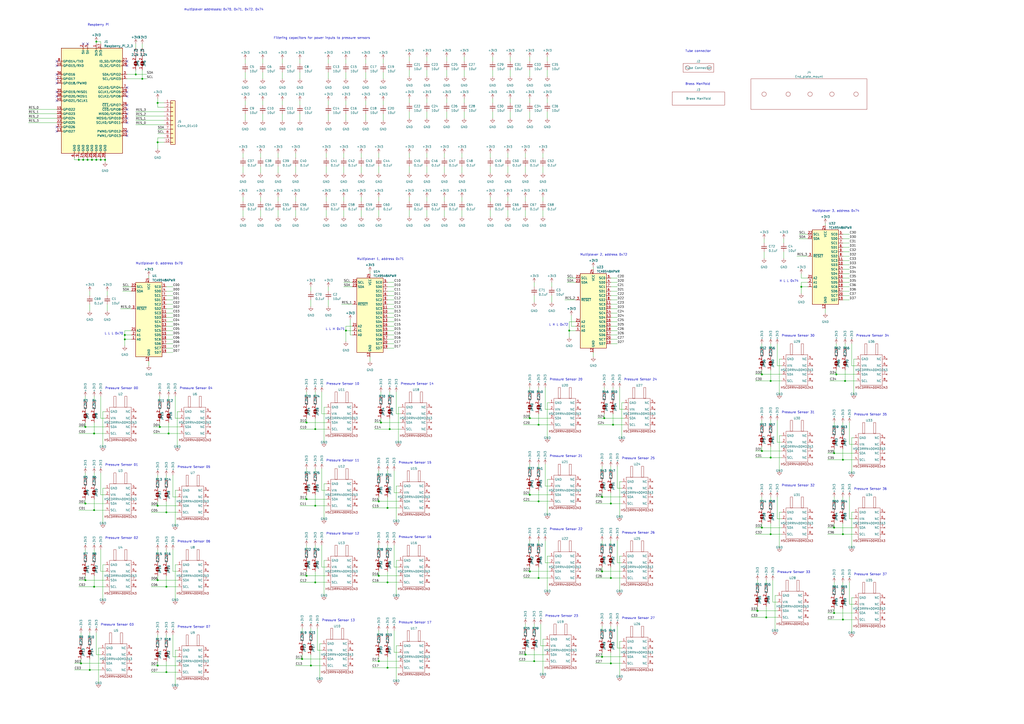
<source format=kicad_sch>
(kicad_sch (version 20230121) (generator eeschema)
  (paper "A2")
  (junction (at 82.55 45.72))
  (junction (at 55.88 24.13))
  (junction (at 52.07 388.62))
  (junction (at 72.39 194.31))
  (junction (at 97.79 251.46))
  (junction (at 312.42 290.83))
  (junction (at 349.25 331.47))
  (junction (at 483.87 355.6))
  (junction (at 485.14 217.17))
  (junction (at 78.74 43.18))
  (junction (at 312.42 335.28))
  (junction (at 48.26 92.71))
  (junction (at 307.34 287.02))
  (junction (at 182.88 293.37))
  (junction (at 58.42 92.71))
  (junction (at 46.99 384.81))
  (junction (at 60.96 92.71))
  (junction (at 309.88 383.54))
  (junction (at 224.79 294.64))
  (junction (at 45.72 92.71))
  (junction (at 488.95 359.41))
  (junction (at 441.96 217.17))
  (junction (at 182.88 337.82))
  (junction (at 354.33 384.81))
  (junction (at 483.87 262.89))
  (junction (at 49.53 292.1))
  (junction (at 312.42 246.38))
  (junction (at 441.96 261.62))
  (junction (at 219.71 383.54))
  (junction (at 54.61 251.46))
  (junction (at 444.5 358.14))
  (junction (at 55.88 92.71))
  (junction (at 50.8 92.71))
  (junction (at 304.8 379.73))
  (junction (at 490.22 220.98))
  (junction (at 180.34 386.08))
  (junction (at 350.52 242.57))
  (junction (at 441.96 306.07))
  (junction (at 49.53 336.55))
  (junction (at 49.53 247.65))
  (junction (at 439.42 354.33))
  (junction (at 307.34 242.57))
  (junction (at 219.71 334.01))
  (junction (at 354.33 292.1))
  (junction (at 72.39 196.85))
  (junction (at 224.79 337.82))
  (junction (at 355.6 246.38))
  (junction (at 91.44 386.08))
  (junction (at 447.04 265.43))
  (junction (at 447.04 220.98))
  (junction (at 488.95 266.7))
  (junction (at 354.33 335.28))
  (junction (at 464.82 166.37))
  (junction (at 53.34 92.71))
  (junction (at 220.98 245.11))
  (junction (at 96.52 297.18))
  (junction (at 96.52 340.36))
  (junction (at 92.71 247.65))
  (junction (at 54.61 295.91))
  (junction (at 91.44 59.69))
  (junction (at 177.8 245.11))
  (junction (at 91.44 293.37))
  (junction (at 330.2 191.77))
  (junction (at 175.26 382.27))
  (junction (at 226.06 248.92))
  (junction (at 224.79 387.35))
  (junction (at 349.25 288.29))
  (junction (at 483.87 306.07))
  (junction (at 219.71 290.83))
  (junction (at 447.04 309.88))
  (junction (at 91.44 336.55))
  (junction (at 200.66 191.77))
  (junction (at 177.8 334.01))
  (junction (at 307.34 331.47))
  (junction (at 54.61 340.36))
  (junction (at 177.8 289.56))
  (junction (at 91.44 82.55))
  (junction (at 349.25 381))
  (junction (at 96.52 389.89))
  (junction (at 488.95 309.88))
  (junction (at 182.88 248.92))
  (no_connect (at 73.66 63.5))
  (no_connect (at 73.66 71.12))
  (no_connect (at 73.66 53.34))
  (no_connect (at 33.02 38.1))
  (no_connect (at 33.02 76.2))
  (no_connect (at 73.66 60.96))
  (no_connect (at 33.02 55.88))
  (no_connect (at 73.66 38.1))
  (no_connect (at 33.02 45.72))
  (no_connect (at 33.02 43.18))
  (no_connect (at 33.02 53.34))
  (no_connect (at 50.8 25.4))
  (no_connect (at 73.66 66.04))
  (no_connect (at 73.66 68.58))
  (no_connect (at 33.02 58.42))
  (no_connect (at 33.02 48.26))
  (no_connect (at 73.66 50.8))
  (no_connect (at 73.66 35.56))
  (no_connect (at 73.66 55.88))
  (no_connect (at 33.02 35.56))
  (no_connect (at 73.66 78.74))
  (no_connect (at 48.26 25.4))
  (no_connect (at 33.02 73.66))
  (no_connect (at 73.66 76.2))
  (wire (pts (xy 316.23 370.84) (xy 314.96 370.84)))
  (wire (pts (xy 224.79 365.76) (xy 224.79 368.3)))
  (wire (pts (xy 304.8 114.3) (xy 304.8 116.84)))
  (wire (pts (xy 447.04 265.43) (xy 453.39 265.43)))
  (wire (pts (xy 344.17 204.47) (xy 344.17 207.01)))
  (wire (pts (xy 46.99 382.27) (xy 46.99 384.81)))
  (wire (pts (xy 480.06 306.07) (xy 483.87 306.07)))
  (wire (pts (xy 54.61 229.87) (xy 54.61 232.41)))
  (wire (pts (xy 307.34 242.57) (xy 318.77 242.57)))
  (wire (pts (xy 142.24 66.04) (xy 142.24 69.85)))
  (wire (pts (xy 96.52 176.53) (xy 100.33 176.53)))
  (wire (pts (xy 182.88 316.23) (xy 182.88 318.77)))
  (wire (pts (xy 313.69 374.65) (xy 316.23 374.65)))
  (wire (pts (xy 219.71 290.83) (xy 231.14 290.83)))
  (wire (pts (xy 59.69 327.66) (xy 59.69 347.98)))
  (wire (pts (xy 464.82 163.83) (xy 468.63 163.83)))
  (wire (pts (xy 307.34 287.02) (xy 318.77 287.02)))
  (wire (pts (xy 307.34 240.03) (xy 307.34 242.57)))
  (wire (pts (xy 320.04 163.83) (xy 320.04 166.37)))
  (wire (pts (xy 267.97 88.9) (xy 267.97 91.44)))
  (wire (pts (xy 295.91 33.02) (xy 295.91 35.56)))
  (wire (pts (xy 450.85 288.29) (xy 450.85 300.99)))
  (wire (pts (xy 447.04 214.63) (xy 447.04 220.98)))
  (wire (pts (xy 294.64 121.92) (xy 294.64 125.73)))
  (wire (pts (xy 52.07 168.91) (xy 52.07 171.45)))
  (wire (pts (xy 452.12 208.28) (xy 452.12 228.6)))
  (wire (pts (xy 229.87 227.33) (xy 229.87 240.03)))
  (wire (pts (xy 189.23 96.52) (xy 189.23 100.33)))
  (wire (pts (xy 91.44 293.37) (xy 102.87 293.37)))
  (wire (pts (xy 96.52 383.54) (xy 96.52 389.89)))
  (wire (pts (xy 345.44 288.29) (xy 349.25 288.29)))
  (wire (pts (xy 43.18 91.44) (xy 43.18 92.71)))
  (wire (pts (xy 309.88 361.95) (xy 309.88 364.49)))
  (wire (pts (xy 224.79 337.82) (xy 231.14 337.82)))
  (wire (pts (xy 142.24 41.91) (xy 142.24 45.72)))
  (wire (pts (xy 304.8 361.95) (xy 304.8 364.49)))
  (wire (pts (xy 441.96 243.84) (xy 441.96 246.38)))
  (wire (pts (xy 55.88 24.13) (xy 55.88 25.4)))
  (wire (pts (xy 355.6 246.38) (xy 361.95 246.38)))
  (wire (pts (xy 231.14 325.12) (xy 229.87 325.12)))
  (wire (pts (xy 163.83 66.04) (xy 163.83 69.85)))
  (wire (pts (xy 228.6 378.46) (xy 231.14 378.46)))
  (wire (pts (xy 488.95 151.13) (xy 492.76 151.13)))
  (wire (pts (xy 91.44 334.01) (xy 91.44 336.55)))
  (wire (pts (xy 185.42 373.38) (xy 185.42 393.7)))
  (wire (pts (xy 229.87 374.65) (xy 229.87 394.97)))
  (wire (pts (xy 101.6 229.87) (xy 101.6 242.57)))
  (wire (pts (xy 91.44 318.77) (xy 91.44 321.31)))
  (wire (pts (xy 358.14 326.39) (xy 360.68 326.39)))
  (wire (pts (xy 349.25 328.93) (xy 349.25 331.47)))
  (wire (pts (xy 307.34 328.93) (xy 307.34 331.47)))
  (wire (pts (xy 54.61 251.46) (xy 60.96 251.46)))
  (wire (pts (xy 87.63 389.89) (xy 96.52 389.89)))
  (wire (pts (xy 219.71 121.92) (xy 219.71 125.73)))
  (wire (pts (xy 355.6 224.79) (xy 355.6 227.33)))
  (wire (pts (xy 88.9 251.46) (xy 97.79 251.46)))
  (wire (pts (xy 464.82 166.37) (xy 464.82 170.18)))
  (wire (pts (xy 495.3 254) (xy 494.03 254)))
  (wire (pts (xy 96.52 297.18) (xy 102.87 297.18)))
  (wire (pts (xy 312.42 284.48) (xy 312.42 290.83)))
  (wire (pts (xy 331.47 182.88) (xy 331.47 189.23)))
  (wire (pts (xy 60.96 91.44) (xy 60.96 92.71)))
  (wire (pts (xy 359.41 279.4) (xy 359.41 299.72)))
  (wire (pts (xy 177.8 271.78) (xy 177.8 274.32)))
  (wire (pts (xy 58.42 274.32) (xy 58.42 287.02)))
  (wire (pts (xy 304.8 379.73) (xy 316.23 379.73)))
  (wire (pts (xy 495.3 208.28) (xy 495.3 228.6)))
  (wire (pts (xy 307.34 33.02) (xy 307.34 35.56)))
  (wire (pts (xy 439.42 351.79) (xy 439.42 354.33)))
  (wire (pts (xy 494.03 346.71) (xy 494.03 367.03)))
  (wire (pts (xy 312.42 328.93) (xy 312.42 335.28)))
  (wire (pts (xy 224.79 294.64) (xy 231.14 294.64)))
  (wire (pts (xy 269.24 57.15) (xy 269.24 59.69)))
  (wire (pts (xy 100.33 331.47) (xy 102.87 331.47)))
  (wire (pts (xy 439.42 336.55) (xy 439.42 339.09)))
  (wire (pts (xy 300.99 379.73) (xy 304.8 379.73)))
  (wire (pts (xy 312.42 290.83) (xy 318.77 290.83)))
  (wire (pts (xy 142.24 34.29) (xy 142.24 36.83)))
  (wire (pts (xy 217.17 245.11) (xy 220.98 245.11)))
  (wire (pts (xy 58.42 92.71) (xy 60.96 92.71)))
  (wire (pts (xy 43.18 92.71) (xy 45.72 92.71)))
  (wire (pts (xy 140.97 121.92) (xy 140.97 125.73)))
  (wire (pts (xy 200.66 189.23) (xy 204.47 189.23)))
  (wire (pts (xy 212.09 58.42) (xy 212.09 60.96)))
  (wire (pts (xy 441.96 306.07) (xy 453.39 306.07)))
  (wire (pts (xy 285.75 57.15) (xy 285.75 59.69)))
  (wire (pts (xy 232.41 236.22) (xy 231.14 236.22)))
  (wire (pts (xy 247.65 64.77) (xy 247.65 68.58)))
  (wire (pts (xy 450.85 199.39) (xy 450.85 212.09)))
  (wire (pts (xy 483.87 245.11) (xy 483.87 247.65)))
  (wire (pts (xy 161.29 88.9) (xy 161.29 91.44)))
  (wire (pts (xy 224.79 191.77) (xy 228.6 191.77)))
  (wire (pts (xy 224.79 184.15) (xy 228.6 184.15)))
  (wire (pts (xy 307.34 284.48) (xy 307.34 287.02)))
  (wire (pts (xy 91.44 80.01) (xy 91.44 82.55)))
  (wire (pts (xy 354.33 186.69) (xy 358.14 186.69)))
  (wire (pts (xy 200.66 189.23) (xy 200.66 191.77)))
  (wire (pts (xy 231.14 236.22) (xy 231.14 256.54)))
  (wire (pts (xy 229.87 325.12) (xy 229.87 345.44)))
  (wire (pts (xy 304.8 377.19) (xy 304.8 379.73)))
  (wire (pts (xy 101.6 327.66) (xy 101.6 347.98)))
  (wire (pts (xy 209.55 96.52) (xy 209.55 100.33)))
  (wire (pts (xy 316.23 224.79) (xy 316.23 237.49)))
  (wire (pts (xy 492.76 350.52) (xy 495.3 350.52)))
  (wire (pts (xy 220.98 242.57) (xy 220.98 245.11)))
  (wire (pts (xy 247.65 40.64) (xy 247.65 44.45)))
  (wire (pts (xy 295.91 40.64) (xy 295.91 44.45)))
  (wire (pts (xy 354.33 163.83) (xy 358.14 163.83)))
  (wire (pts (xy 228.6 273.05) (xy 228.6 285.75)))
  (wire (pts (xy 485.14 214.63) (xy 485.14 217.17)))
  (wire (pts (xy 96.52 290.83) (xy 96.52 297.18)))
  (wire (pts (xy 312.42 224.79) (xy 312.42 227.33)))
  (wire (pts (xy 447.04 303.53) (xy 447.04 309.88)))
  (wire (pts (xy 488.95 359.41) (xy 495.3 359.41)))
  (wire (pts (xy 360.68 372.11) (xy 359.41 372.11)))
  (wire (pts (xy 247.65 121.92) (xy 247.65 125.73)))
  (wire (pts (xy 200.66 191.77) (xy 200.66 198.12)))
  (wire (pts (xy 354.33 378.46) (xy 354.33 384.81)))
  (wire (pts (xy 303.53 246.38) (xy 312.42 246.38)))
  (wire (pts (xy 483.87 353.06) (xy 483.87 355.6)))
  (wire (pts (xy 173.99 245.11) (xy 177.8 245.11)))
  (wire (pts (xy 177.8 245.11) (xy 189.23 245.11)))
  (wire (pts (xy 294.64 114.3) (xy 294.64 116.84)))
  (wire (pts (xy 483.87 306.07) (xy 495.3 306.07)))
  (wire (pts (xy 100.33 318.77) (xy 100.33 331.47)))
  (wire (pts (xy 96.52 168.91) (xy 100.33 168.91)))
  (wire (pts (xy 441.96 259.08) (xy 441.96 261.62)))
  (wire (pts (xy 247.65 96.52) (xy 247.65 100.33)))
  (wire (pts (xy 173.99 293.37) (xy 182.88 293.37)))
  (wire (pts (xy 488.95 260.35) (xy 488.95 266.7)))
  (wire (pts (xy 312.42 335.28) (xy 318.77 335.28)))
  (wire (pts (xy 209.55 88.9) (xy 209.55 91.44)))
  (wire (pts (xy 285.75 40.64) (xy 285.75 44.45)))
  (wire (pts (xy 55.88 92.71) (xy 58.42 92.71)))
  (wire (pts (xy 200.66 41.91) (xy 200.66 45.72)))
  (wire (pts (xy 317.5 40.64) (xy 317.5 44.45)))
  (wire (pts (xy 488.95 168.91) (xy 492.76 168.91)))
  (wire (pts (xy 284.48 96.52) (xy 284.48 100.33)))
  (wire (pts (xy 237.49 40.64) (xy 237.49 44.45)))
  (wire (pts (xy 439.42 354.33) (xy 450.85 354.33)))
  (wire (pts (xy 199.39 121.92) (xy 199.39 125.73)))
  (wire (pts (xy 184.15 377.19) (xy 186.69 377.19)))
  (wire (pts (xy 330.2 186.69) (xy 334.01 186.69)))
  (wire (pts (xy 215.9 383.54) (xy 219.71 383.54)))
  (wire (pts (xy 219.71 96.52) (xy 219.71 100.33)))
  (wire (pts (xy 490.22 199.39) (xy 490.22 201.93)))
  (wire (pts (xy 198.12 176.53) (xy 204.47 176.53)))
  (wire (pts (xy 237.49 88.9) (xy 237.49 91.44)))
  (wire (pts (xy 49.53 334.01) (xy 49.53 336.55)))
  (wire (pts (xy 358.14 313.69) (xy 358.14 326.39)))
  (wire (pts (xy 435.61 354.33) (xy 439.42 354.33)))
  (wire (pts (xy 180.34 166.37) (xy 180.34 168.91)))
  (wire (pts (xy 140.97 114.3) (xy 140.97 116.84)))
  (wire (pts (xy 71.12 166.37) (xy 76.2 166.37)))
  (wire (pts (xy 320.04 171.45) (xy 320.04 175.26)))
  (wire (pts (xy 269.24 64.77) (xy 269.24 68.58)))
  (wire (pts (xy 58.42 331.47) (xy 60.96 331.47)))
  (wire (pts (xy 354.33 166.37) (xy 358.14 166.37)))
  (wire (pts (xy 224.79 179.07) (xy 228.6 179.07)))
  (wire (pts (xy 163.83 58.42) (xy 163.83 60.96)))
  (wire (pts (xy 199.39 166.37) (xy 204.47 166.37)))
  (wire (pts (xy 247.65 33.02) (xy 247.65 35.56)))
  (wire (pts (xy 86.36 209.55) (xy 86.36 212.09)))
  (wire (pts (xy 52.07 388.62) (xy 58.42 388.62)))
  (wire (pts (xy 485.14 199.39) (xy 485.14 201.93)))
  (wire (pts (xy 186.69 240.03) (xy 189.23 240.03)))
  (wire (pts (xy 222.25 66.04) (xy 222.25 69.85)))
  (wire (pts (xy 494.03 199.39) (xy 494.03 212.09)))
  (wire (pts (xy 488.95 153.67) (xy 492.76 153.67)))
  (wire (pts (xy 91.44 82.55) (xy 95.25 82.55)))
  (wire (pts (xy 481.33 220.98) (xy 490.22 220.98)))
  (wire (pts (xy 441.96 199.39) (xy 441.96 201.93)))
  (wire (pts (xy 226.06 242.57) (xy 226.06 248.92)))
  (wire (pts (xy 285.75 33.02) (xy 285.75 35.56)))
  (wire (pts (xy 86.36 160.02) (xy 86.36 161.29)))
  (wire (pts (xy 96.52 340.36) (xy 102.87 340.36)))
  (wire (pts (xy 43.18 388.62) (xy 52.07 388.62)))
  (wire (pts (xy 45.72 247.65) (xy 49.53 247.65)))
  (wire (pts (xy 358.14 363.22) (xy 358.14 375.92)))
  (wire (pts (xy 285.75 64.77) (xy 285.75 68.58)))
  (wire (pts (xy 494.03 212.09) (xy 496.57 212.09)))
  (wire (pts (xy 54.61 274.32) (xy 54.61 276.86)))
  (wire (pts (xy 102.87 284.48) (xy 101.6 284.48)))
  (wire (pts (xy 303.53 287.02) (xy 307.34 287.02)))
  (wire (pts (xy 48.26 91.44) (xy 48.26 92.71)))
  (wire (pts (xy 97.79 251.46) (xy 104.14 251.46)))
  (wire (pts (xy 453.39 252.73) (xy 452.12 252.73)))
  (wire (pts (xy 488.95 309.88) (xy 495.3 309.88)))
  (wire (pts (xy 316.23 281.94) (xy 318.77 281.94)))
  (wire (pts (xy 488.95 158.75) (xy 492.76 158.75)))
  (wire (pts (xy 304.8 121.92) (xy 304.8 125.73)))
  (wire (pts (xy 163.83 41.91) (xy 163.83 45.72)))
  (wire (pts (xy 231.14 374.65) (xy 229.87 374.65)))
  (wire (pts (xy 316.23 313.69) (xy 316.23 326.39)))
  (wire (pts (xy 359.41 372.11) (xy 359.41 392.43)))
  (wire (pts (xy 177.8 331.47) (xy 177.8 334.01)))
  (wire (pts (xy 173.99 248.92) (xy 182.88 248.92)))
  (wire (pts (xy 483.87 337.82) (xy 483.87 340.36)))
  (wire (pts (xy 480.06 262.89) (xy 483.87 262.89)))
  (wire (pts (xy 45.72 91.44) (xy 45.72 92.71)))
  (wire (pts (xy 177.8 316.23) (xy 177.8 318.77)))
  (wire (pts (xy 318.77 233.68) (xy 317.5 233.68)))
  (wire (pts (xy 49.53 274.32) (xy 49.53 276.86)))
  (wire (pts (xy 173.99 34.29) (xy 173.99 36.83)))
  (wire (pts (xy 267.97 121.92) (xy 267.97 125.73)))
  (wire (pts (xy 450.85 243.84) (xy 450.85 256.54)))
  (wire (pts (xy 267.97 114.3) (xy 267.97 116.84)))
  (wire (pts (xy 60.96 92.71) (xy 60.96 93.98)))
  (wire (pts (xy 490.22 220.98) (xy 496.57 220.98)))
  (wire (pts (xy 69.85 179.07) (xy 76.2 179.07)))
  (wire (pts (xy 175.26 379.73) (xy 175.26 382.27)))
  (wire (pts (xy 212.09 66.04) (xy 212.09 69.85)))
  (wire (pts (xy 46.99 367.03) (xy 46.99 369.57)))
  (wire (pts (xy 182.88 242.57) (xy 182.88 248.92)))
  (wire (pts (xy 177.8 242.57) (xy 177.8 245.11)))
  (wire (pts (xy 199.39 88.9) (xy 199.39 91.44)))
  (wire (pts (xy 303.53 242.57) (xy 307.34 242.57)))
  (wire (pts (xy 55.88 24.13) (xy 58.42 24.13)))
  (wire (pts (xy 219.71 334.01) (xy 231.14 334.01)))
  (wire (pts (xy 345.44 335.28) (xy 354.33 335.28)))
  (wire (pts (xy 488.95 156.21) (xy 492.76 156.21)))
  (wire (pts (xy 488.95 353.06) (xy 488.95 359.41)))
  (wire (pts (xy 313.69 361.95) (xy 313.69 374.65)))
  (wire (pts (xy 54.61 245.11) (xy 54.61 251.46)))
  (wire (pts (xy 295.91 57.15) (xy 295.91 59.69)))
  (wire (pts (xy 317.5 33.02) (xy 317.5 35.56)))
  (wire (pts (xy 483.87 260.35) (xy 483.87 262.89)))
  (wire (pts (xy 88.9 247.65) (xy 92.71 247.65)))
  (wire (pts (xy 16.51 63.5) (xy 33.02 63.5)))
  (wire (pts (xy 314.96 96.52) (xy 314.96 100.33)))
  (wire (pts (xy 453.39 297.18) (xy 452.12 297.18)))
  (wire (pts (xy 72.39 196.85) (xy 72.39 200.66)))
  (wire (pts (xy 354.33 173.99) (xy 358.14 173.99)))
  (wire (pts (xy 463.55 138.43) (xy 468.63 138.43)))
  (wire (pts (xy 483.87 355.6) (xy 495.3 355.6)))
  (wire (pts (xy 53.34 92.71) (xy 55.88 92.71)))
  (wire (pts (xy 300.99 383.54) (xy 309.88 383.54)))
  (wire (pts (xy 354.33 199.39) (xy 358.14 199.39)))
  (wire (pts (xy 303.53 290.83) (xy 312.42 290.83)))
  (wire (pts (xy 488.95 140.97) (xy 492.76 140.97)))
  (wire (pts (xy 488.95 138.43) (xy 492.76 138.43)))
  (wire (pts (xy 257.81 114.3) (xy 257.81 116.84)))
  (wire (pts (xy 328.93 161.29) (xy 334.01 161.29)))
  (wire (pts (xy 450.85 345.44) (xy 449.58 345.44)))
  (wire (pts (xy 488.95 171.45) (xy 492.76 171.45)))
  (wire (pts (xy 151.13 96.52) (xy 151.13 100.33)))
  (wire (pts (xy 224.79 163.83) (xy 228.6 163.83)))
  (wire (pts (xy 447.04 309.88) (xy 453.39 309.88)))
  (wire (pts (xy 180.34 386.08) (xy 186.69 386.08)))
  (wire (pts (xy 228.6 328.93) (xy 231.14 328.93)))
  (wire (pts (xy 346.71 246.38) (xy 355.6 246.38)))
  (wire (pts (xy 175.26 382.27) (xy 186.69 382.27)))
  (wire (pts (xy 492.76 288.29) (xy 492.76 300.99)))
  (wire (pts (xy 354.33 176.53) (xy 358.14 176.53)))
  (wire (pts (xy 186.69 271.78) (xy 186.69 284.48)))
  (wire (pts (xy 488.95 143.51) (xy 492.76 143.51)))
  (wire (pts (xy 483.87 262.89) (xy 495.3 262.89)))
  (wire (pts (xy 222.25 34.29) (xy 222.25 36.83)))
  (wire (pts (xy 180.34 379.73) (xy 180.34 386.08)))
  (wire (pts (xy 92.71 247.65) (xy 104.14 247.65)))
  (wire (pts (xy 50.8 91.44) (xy 50.8 92.71)))
  (wire (pts (xy 438.15 217.17) (xy 441.96 217.17)))
  (wire (pts (xy 229.87 240.03) (xy 232.41 240.03)))
  (wire (pts (xy 358.14 270.51) (xy 358.14 283.21)))
  (wire (pts (xy 317.5 278.13) (xy 317.5 298.45)))
  (wire (pts (xy 360.68 279.4) (xy 359.41 279.4)))
  (wire (pts (xy 349.25 285.75) (xy 349.25 288.29)))
  (wire (pts (xy 224.79 171.45) (xy 228.6 171.45)))
  (wire (pts (xy 45.72 251.46) (xy 54.61 251.46)))
  (wire (pts (xy 96.52 189.23) (xy 100.33 189.23)))
  (wire (pts (xy 200.66 66.04) (xy 200.66 69.85)))
  (wire (pts (xy 454.66 138.43) (xy 454.66 140.97)))
  (wire (pts (xy 444.5 358.14) (xy 450.85 358.14)))
  (wire (pts (xy 360.68 322.58) (xy 359.41 322.58)))
  (wire (pts (xy 219.71 273.05) (xy 219.71 275.59)))
  (wire (pts (xy 161.29 114.3) (xy 161.29 116.84)))
  (wire (pts (xy 96.52 166.37) (xy 100.33 166.37)))
  (wire (pts (xy 182.88 248.92) (xy 189.23 248.92)))
  (wire (pts (xy 237.49 121.92) (xy 237.49 125.73)))
  (wire (pts (xy 96.52 179.07) (xy 100.33 179.07)))
  (wire (pts (xy 224.79 316.23) (xy 224.79 318.77)))
  (wire (pts (xy 16.51 71.12) (xy 33.02 71.12)))
  (wire (pts (xy 468.63 161.29) (xy 464.82 161.29)))
  (wire (pts (xy 171.45 88.9) (xy 171.45 91.44)))
  (wire (pts (xy 171.45 382.27) (xy 175.26 382.27)))
  (wire (pts (xy 354.33 181.61) (xy 358.14 181.61)))
  (wire (pts (xy 152.4 41.91) (xy 152.4 45.72)))
  (wire (pts (xy 450.85 300.99) (xy 453.39 300.99)))
  (wire (pts (xy 312.42 269.24) (xy 312.42 271.78)))
  (wire (pts (xy 488.95 303.53) (xy 488.95 309.88)))
  (wire (pts (xy 464.82 158.75) (xy 464.82 161.29)))
  (wire (pts (xy 349.25 363.22) (xy 349.25 365.76)))
  (wire (pts (xy 219.71 114.3) (xy 219.71 116.84)))
  (wire (pts (xy 441.96 303.53) (xy 441.96 306.07)))
  (wire (pts (xy 182.88 227.33) (xy 182.88 229.87)))
  (wire (pts (xy 87.63 386.08) (xy 91.44 386.08)))
  (wire (pts (xy 314.96 88.9) (xy 314.96 91.44)))
  (wire (pts (xy 257.81 88.9) (xy 257.81 91.44)))
  (wire (pts (xy 452.12 252.73) (xy 452.12 273.05)))
  (wire (pts (xy 361.95 233.68) (xy 360.68 233.68)))
  (wire (pts (xy 257.81 96.52) (xy 257.81 100.33)))
  (wire (pts (xy 58.42 24.13) (xy 58.42 25.4)))
  (wire (pts (xy 54.61 318.77) (xy 54.61 321.31)))
  (wire (pts (xy 492.76 300.99) (xy 495.3 300.99)))
  (wire (pts (xy 330.2 186.69) (xy 330.2 191.77)))
  (wire (pts (xy 97.79 245.11) (xy 97.79 251.46)))
  (wire (pts (xy 312.42 313.69) (xy 312.42 316.23)))
  (wire (pts (xy 177.8 289.56) (xy 189.23 289.56)))
  (wire (pts (xy 480.06 355.6) (xy 483.87 355.6)))
  (wire (pts (xy 78.74 40.64) (xy 78.74 43.18)))
  (wire (pts (xy 190.5 58.42) (xy 190.5 60.96)))
  (wire (pts (xy 444.5 351.79) (xy 444.5 358.14)))
  (wire (pts (xy 224.79 194.31) (xy 228.6 194.31)))
  (wire (pts (xy 96.52 181.61) (xy 100.33 181.61)))
  (wire (pts (xy 441.96 288.29) (xy 441.96 290.83)))
  (wire (pts (xy 52.07 382.27) (xy 52.07 388.62)))
  (wire (pts (xy 453.39 208.28) (xy 452.12 208.28)))
  (wire (pts (xy 186.69 316.23) (xy 186.69 328.93)))
  (wire (pts (xy 171.45 114.3) (xy 171.45 116.84)))
  (wire (pts (xy 267.97 96.52) (xy 267.97 100.33)))
  (wire (pts (xy 312.42 246.38) (xy 318.77 246.38)))
  (wire (pts (xy 222.25 41.91) (xy 222.25 45.72)))
  (wire (pts (xy 359.41 237.49) (xy 361.95 237.49)))
  (wire (pts (xy 96.52 275.59) (xy 96.52 278.13)))
  (wire (pts (xy 349.25 378.46) (xy 349.25 381)))
  (wire (pts (xy 496.57 208.28) (xy 495.3 208.28)))
  (wire (pts (xy 78.74 64.77) (xy 95.25 64.77)))
  (wire (pts (xy 354.33 196.85) (xy 358.14 196.85)))
  (wire (pts (xy 189.23 280.67) (xy 187.96 280.67)))
  (wire (pts (xy 488.95 148.59) (xy 492.76 148.59)))
  (wire (pts (xy 200.66 58.42) (xy 200.66 60.96)))
  (wire (pts (xy 82.55 45.72) (xy 85.09 45.72)))
  (wire (pts (xy 464.82 163.83) (xy 464.82 166.37)))
  (wire (pts (xy 16.51 68.58) (xy 33.02 68.58)))
  (wire (pts (xy 189.23 121.92) (xy 189.23 125.73)))
  (wire (pts (xy 199.39 96.52) (xy 199.39 100.33)))
  (wire (pts (xy 177.8 287.02) (xy 177.8 289.56)))
  (wire (pts (xy 480.06 309.88) (xy 488.95 309.88)))
  (wire (pts (xy 317.5 57.15) (xy 317.5 59.69)))
  (wire (pts (xy 92.71 229.87) (xy 92.71 232.41)))
  (wire (pts (xy 16.51 66.04) (xy 33.02 66.04)))
  (wire (pts (xy 54.61 334.01) (xy 54.61 340.36)))
  (wire (pts (xy 52.07 176.53) (xy 52.07 180.34)))
  (wire (pts (xy 354.33 363.22) (xy 354.33 365.76)))
  (wire (pts (xy 171.45 121.92) (xy 171.45 125.73)))
  (wire (pts (xy 314.96 114.3) (xy 314.96 116.84)))
  (wire (pts (xy 448.31 336.55) (xy 448.31 349.25)))
  (wire (pts (xy 101.6 377.19) (xy 101.6 397.51)))
  (wire (pts (xy 189.23 88.9) (xy 189.23 91.44)))
  (wire (pts (xy 186.69 373.38) (xy 185.42 373.38)))
  (wire (pts (xy 349.25 270.51) (xy 349.25 273.05)))
  (wire (pts (xy 73.66 45.72) (xy 82.55 45.72)))
  (wire (pts (xy 224.79 288.29) (xy 224.79 294.64)))
  (wire (pts (xy 224.79 176.53) (xy 228.6 176.53)))
  (wire (pts (xy 438.15 265.43) (xy 447.04 265.43)))
  (wire (pts (xy 217.17 248.92) (xy 226.06 248.92)))
  (wire (pts (xy 209.55 121.92) (xy 209.55 125.73)))
  (wire (pts (xy 173.99 41.91) (xy 173.99 45.72)))
  (wire (pts (xy 224.79 173.99) (xy 228.6 173.99)))
  (wire (pts (xy 269.24 40.64) (xy 269.24 44.45)))
  (wire (pts (xy 237.49 114.3) (xy 237.49 116.84)))
  (wire (pts (xy 72.39 191.77) (xy 76.2 191.77)))
  (wire (pts (xy 199.39 163.83) (xy 204.47 163.83)))
  (wire (pts (xy 161.29 96.52) (xy 161.29 100.33)))
  (wire (pts (xy 219.71 316.23) (xy 219.71 318.77)))
  (wire (pts (xy 49.53 292.1) (xy 60.96 292.1)))
  (wire (pts (xy 171.45 96.52) (xy 171.45 100.33)))
  (wire (pts (xy 54.61 340.36) (xy 60.96 340.36)))
  (wire (pts (xy 354.33 184.15) (xy 358.14 184.15)))
  (wire (pts (xy 91.44 275.59) (xy 91.44 278.13)))
  (wire (pts (xy 229.87 281.94) (xy 229.87 302.26)))
  (wire (pts (xy 478.79 179.07) (xy 478.79 181.61)))
  (wire (pts (xy 269.24 33.02) (xy 269.24 35.56)))
  (wire (pts (xy 488.95 266.7) (xy 495.3 266.7)))
  (wire (pts (xy 483.87 288.29) (xy 483.87 290.83)))
  (wire (pts (xy 57.15 375.92) (xy 57.15 396.24)))
  (wire (pts (xy 257.81 121.92) (xy 257.81 125.73)))
  (wire (pts (xy 354.33 179.07) (xy 358.14 179.07)))
  (wire (pts (xy 53.34 91.44) (xy 53.34 92.71)))
  (wire (pts (xy 73.66 43.18) (xy 78.74 43.18)))
  (wire (pts (xy 49.53 336.55) (xy 60.96 336.55)))
  (wire (pts (xy 355.6 240.03) (xy 355.6 246.38)))
  (wire (pts (xy 96.52 173.99) (xy 100.33 173.99)))
  (wire (pts (xy 151.13 121.92) (xy 151.13 125.73)))
  (wire (pts (xy 96.52 191.77) (xy 100.33 191.77)))
  (wire (pts (xy 60.96 327.66) (xy 59.69 327.66)))
  (wire (pts (xy 259.08 33.02) (xy 259.08 35.56)))
  (wire (pts (xy 481.33 217.17) (xy 485.14 217.17)))
  (wire (pts (xy 450.85 212.09) (xy 453.39 212.09)))
  (wire (pts (xy 488.95 337.82) (xy 488.95 340.36)))
  (wire (pts (xy 91.44 80.01) (xy 95.25 80.01)))
  (wire (pts (xy 48.26 92.71) (xy 50.8 92.71)))
  (wire (pts (xy 350.52 242.57) (xy 361.95 242.57)))
  (wire (pts (xy 190.5 173.99) (xy 190.5 177.8)))
  (wire (pts (xy 349.25 331.47) (xy 360.68 331.47)))
  (wire (pts (xy 219.71 383.54) (xy 231.14 383.54)))
  (wire (pts (xy 354.33 384.81) (xy 360.68 384.81)))
  (wire (pts (xy 435.61 358.14) (xy 444.5 358.14)))
  (wire (pts (xy 209.55 114.3) (xy 209.55 116.84)))
  (wire (pts (xy 307.34 57.15) (xy 307.34 59.69)))
  (wire (pts (xy 359.41 224.79) (xy 359.41 237.49)))
  (wire (pts (xy 495.3 297.18) (xy 494.03 297.18)))
  (wire (pts (xy 72.39 194.31) (xy 76.2 194.31)))
  (wire (pts (xy 312.42 240.03) (xy 312.42 246.38)))
  (wire (pts (xy 304.8 88.9) (xy 304.8 91.44)))
  (wire (pts (xy 72.39 194.31) (xy 72.39 196.85)))
  (wire (pts (xy 60.96 283.21) (xy 59.69 283.21)))
  (wire (pts (xy 317.5 64.77) (xy 317.5 68.58)))
  (wire (pts (xy 492.76 245.11) (xy 492.76 257.81)))
  (wire (pts (xy 96.52 201.93) (xy 100.33 201.93)))
  (wire (pts (xy 91.44 57.15) (xy 91.44 59.69)))
  (wire (pts (xy 60.96 238.76) (xy 59.69 238.76)))
  (wire (pts (xy 349.25 381) (xy 360.68 381)))
  (wire (pts (xy 447.04 220.98) (xy 453.39 220.98)))
  (wire (pts (xy 102.87 377.19) (xy 101.6 377.19)))
  (wire (pts (xy 237.49 57.15) (xy 237.49 59.69)))
  (wire (pts (xy 214.63 157.48) (xy 214.63 158.75)))
  (wire (pts (xy 219.71 331.47) (xy 219.71 334.01)))
  (wire (pts (xy 49.53 245.11) (xy 49.53 247.65)))
  (wire (pts (xy 485.14 217.17) (xy 496.57 217.17)))
  (wire (pts (xy 212.09 34.29) (xy 212.09 36.83)))
  (wire (pts (xy 316.23 326.39) (xy 318.77 326.39)))
  (wire (pts (xy 100.33 368.3) (xy 100.33 381)))
  (wire (pts (xy 328.93 163.83) (xy 334.01 163.83)))
  (wire (pts (xy 452.12 297.18) (xy 452.12 317.5)))
  (wire (pts (xy 224.79 199.39) (xy 228.6 199.39)))
  (wire (pts (xy 101.6 242.57) (xy 104.14 242.57)))
  (wire (pts (xy 488.95 166.37) (xy 492.76 166.37)))
  (wire (pts (xy 173.99 58.42) (xy 173.99 60.96)))
  (wire (pts (xy 163.83 34.29) (xy 163.83 36.83)))
  (wire (pts (xy 330.2 191.77) (xy 334.01 191.77)))
  (wire (pts (xy 220.98 245.11) (xy 232.41 245.11)))
  (wire (pts (xy 180.34 173.99) (xy 180.34 177.8)))
  (wire (pts (xy 215.9 337.82) (xy 224.79 337.82)))
  (wire (pts (xy 55.88 379.73) (xy 58.42 379.73)))
  (wire (pts (xy 215.9 334.01) (xy 219.71 334.01)))
  (wire (pts (xy 82.55 40.64) (xy 82.55 45.72)))
  (wire (pts (xy 307.34 331.47) (xy 318.77 331.47)))
  (wire (pts (xy 447.04 243.84) (xy 447.04 246.38)))
  (wire (pts (xy 449.58 345.44) (xy 449.58 365.76)))
  (wire (pts (xy 55.88 91.44) (xy 55.88 92.71)))
  (wire (pts (xy 203.2 185.42) (xy 203.2 194.31)))
  (wire (pts (xy 96.52 196.85) (xy 100.33 196.85)))
  (wire (pts (xy 450.85 256.54) (xy 453.39 256.54)))
  (wire (pts (xy 173.99 66.04) (xy 173.99 69.85)))
  (wire (pts (xy 488.95 135.89) (xy 492.76 135.89)))
  (wire (pts (xy 294.64 96.52) (xy 294.64 100.33)))
  (wire (pts (xy 182.88 293.37) (xy 189.23 293.37)))
  (wire (pts (xy 478.79 129.54) (xy 478.79 130.81)))
  (wire (pts (xy 354.33 191.77) (xy 358.14 191.77)))
  (wire (pts (xy 187.96 325.12) (xy 187.96 345.44)))
  (wire (pts (xy 49.53 247.65) (xy 60.96 247.65)))
  (wire (pts (xy 464.82 166.37) (xy 468.63 166.37)))
  (wire (pts (xy 494.03 254) (xy 494.03 274.32)))
  (wire (pts (xy 224.79 166.37) (xy 228.6 166.37)))
  (wire (pts (xy 140.97 88.9) (xy 140.97 91.44)))
  (wire (pts (xy 224.79 168.91) (xy 228.6 168.91)))
  (wire (pts (xy 49.53 289.56) (xy 49.53 292.1)))
  (wire (pts (xy 237.49 96.52) (xy 237.49 100.33)))
  (wire (pts (xy 454.66 146.05) (xy 454.66 149.86)))
  (wire (pts (xy 92.71 245.11) (xy 92.71 247.65)))
  (wire (pts (xy 441.96 214.63) (xy 441.96 217.17)))
  (wire (pts (xy 318.77 322.58) (xy 317.5 322.58)))
  (wire (pts (xy 224.79 387.35) (xy 231.14 387.35)))
  (wire (pts (xy 345.44 381) (xy 349.25 381)))
  (wire (pts (xy 354.33 292.1) (xy 360.68 292.1)))
  (wire (pts (xy 100.33 275.59) (xy 100.33 288.29)))
  (wire (pts (xy 237.49 33.02) (xy 237.49 35.56)))
  (wire (pts (xy 492.76 257.81) (xy 495.3 257.81)))
  (wire (pts (xy 490.22 214.63) (xy 490.22 220.98)))
  (wire (pts (xy 226.06 248.92) (xy 232.41 248.92)))
  (wire (pts (xy 91.44 77.47) (xy 95.25 77.47)))
  (wire (pts (xy 228.6 316.23) (xy 228.6 328.93)))
  (wire (pts (xy 349.25 313.69) (xy 349.25 316.23)))
  (wire (pts (xy 214.63 207.01) (xy 214.63 209.55)))
  (wire (pts (xy 448.31 349.25) (xy 450.85 349.25)))
  (wire (pts (xy 309.88 163.83) (xy 309.88 166.37)))
  (wire (pts (xy 152.4 34.29) (xy 152.4 36.83)))
  (wire (pts (xy 96.52 199.39) (xy 100.33 199.39)))
  (wire (pts (xy 177.8 227.33) (xy 177.8 229.87)))
  (wire (pts (xy 284.48 88.9) (xy 284.48 91.44)))
  (wire (pts (xy 82.55 25.4) (xy 82.55 27.94)))
  (wire (pts (xy 345.44 331.47) (xy 349.25 331.47)))
  (wire (pts (xy 314.96 370.84) (xy 314.96 391.16)))
  (wire (pts (xy 200.66 34.29) (xy 200.66 36.83)))
  (wire (pts (xy 96.52 368.3) (xy 96.52 370.84)))
  (wire (pts (xy 354.33 328.93) (xy 354.33 335.28)))
  (wire (pts (xy 96.52 318.77) (xy 96.52 321.31)))
  (wire (pts (xy 78.74 72.39) (xy 95.25 72.39)))
  (wire (pts (xy 43.18 384.81) (xy 46.99 384.81)))
  (wire (pts (xy 78.74 67.31) (xy 95.25 67.31)))
  (wire (pts (xy 45.72 295.91) (xy 54.61 295.91)))
  (wire (pts (xy 345.44 384.81) (xy 354.33 384.81)))
  (wire (pts (xy 50.8 92.71) (xy 53.34 92.71)))
  (wire (pts (xy 488.95 288.29) (xy 488.95 290.83)))
  (wire (pts (xy 45.72 292.1) (xy 49.53 292.1)))
  (wire (pts (xy 58.42 375.92) (xy 57.15 375.92)))
  (wire (pts (xy 304.8 96.52) (xy 304.8 100.33)))
  (wire (pts (xy 228.6 285.75) (xy 231.14 285.75)))
  (wire (pts (xy 45.72 336.55) (xy 49.53 336.55)))
  (wire (pts (xy 152.4 58.42) (xy 152.4 60.96)))
  (wire (pts (xy 443.23 146.05) (xy 443.23 149.86)))
  (wire (pts (xy 231.14 281.94) (xy 229.87 281.94)))
  (wire (pts (xy 309.88 377.19) (xy 309.88 383.54)))
  (wire (pts (xy 152.4 66.04) (xy 152.4 69.85)))
  (wire (pts (xy 494.03 297.18) (xy 494.03 317.5)))
  (wire (pts (xy 441.96 261.62) (xy 453.39 261.62)))
  (wire (pts (xy 104.14 238.76) (xy 102.87 238.76)))
  (wire (pts (xy 72.39 196.85) (xy 76.2 196.85)))
  (wire (pts (xy 359.41 322.58) (xy 359.41 342.9)))
  (wire (pts (xy 71.12 168.91) (xy 76.2 168.91)))
  (wire (pts (xy 100.33 381) (xy 102.87 381)))
  (wire (pts (xy 463.55 135.89) (xy 468.63 135.89)))
  (wire (pts (xy 226.06 227.33) (xy 226.06 229.87)))
  (wire (pts (xy 182.88 337.82) (xy 189.23 337.82)))
  (wire (pts (xy 354.33 313.69) (xy 354.33 316.23)))
  (wire (pts (xy 480.06 359.41) (xy 488.95 359.41)))
  (wire (pts (xy 354.33 168.91) (xy 358.14 168.91)))
  (wire (pts (xy 438.15 220.98) (xy 447.04 220.98)))
  (wire (pts (xy 316.23 237.49) (xy 318.77 237.49)))
  (wire (pts (xy 307.34 269.24) (xy 307.34 271.78)))
  (wire (pts (xy 186.69 227.33) (xy 186.69 240.03)))
  (wire (pts (xy 189.23 325.12) (xy 187.96 325.12)))
  (wire (pts (xy 54.61 289.56) (xy 54.61 295.91)))
  (wire (pts (xy 100.33 288.29) (xy 102.87 288.29)))
  (wire (pts (xy 483.87 303.53) (xy 483.87 306.07)))
  (wire (pts (xy 220.98 227.33) (xy 220.98 229.87)))
  (wire (pts (xy 58.42 318.77) (xy 58.42 331.47)))
  (wire (pts (xy 488.95 161.29) (xy 492.76 161.29)))
  (wire (pts (xy 309.88 383.54) (xy 316.23 383.54)))
  (wire (pts (xy 189.23 236.22) (xy 187.96 236.22)))
  (wire (pts (xy 303.53 331.47) (xy 307.34 331.47)))
  (wire (pts (xy 140.97 96.52) (xy 140.97 100.33)))
  (wire (pts (xy 224.79 186.69) (xy 228.6 186.69)))
  (wire (pts (xy 334.01 189.23) (xy 331.47 189.23)))
  (wire (pts (xy 54.61 295.91) (xy 60.96 295.91)))
  (wire (pts (xy 59.69 238.76) (xy 59.69 259.08)))
  (wire (pts (xy 447.04 259.08) (xy 447.04 265.43)))
  (wire (pts (xy 52.07 367.03) (xy 52.07 369.57)))
  (wire (pts (xy 438.15 306.07) (xy 441.96 306.07)))
  (wire (pts (xy 303.53 335.28) (xy 312.42 335.28)))
  (wire (pts (xy 327.66 173.99) (xy 334.01 173.99)))
  (wire (pts (xy 354.33 161.29) (xy 358.14 161.29)))
  (wire (pts (xy 344.17 154.94) (xy 344.17 156.21)))
  (wire (pts (xy 91.44 386.08) (xy 102.87 386.08)))
  (wire (pts (xy 492.76 337.82) (xy 492.76 350.52)))
  (wire (pts (xy 488.95 146.05) (xy 492.76 146.05)))
  (wire (pts (xy 495.3 346.71) (xy 494.03 346.71)))
  (wire (pts (xy 72.39 191.77) (xy 72.39 194.31)))
  (wire (pts (xy 96.52 204.47) (xy 100.33 204.47)))
  (wire (pts (xy 215.9 290.83) (xy 219.71 290.83)))
  (wire (pts (xy 182.88 271.78) (xy 182.88 274.32)))
  (wire (pts (xy 314.96 121.92) (xy 314.96 125.73)))
  (wire (pts (xy 317.5 322.58) (xy 317.5 342.9)))
  (wire (pts (xy 91.44 383.54) (xy 91.44 386.08)))
  (wire (pts (xy 354.33 189.23) (xy 358.14 189.23)))
  (wire (pts (xy 215.9 387.35) (xy 224.79 387.35)))
  (wire (pts (xy 96.52 194.31) (xy 100.33 194.31)))
  (wire (pts (xy 224.79 273.05) (xy 224.79 275.59)))
  (wire (pts (xy 49.53 229.87) (xy 49.53 232.41)))
  (wire (pts (xy 184.15 364.49) (xy 184.15 377.19)))
  (wire (pts (xy 177.8 334.01) (xy 189.23 334.01)))
  (wire (pts (xy 349.25 288.29) (xy 360.68 288.29)))
  (wire (pts (xy 96.52 186.69) (xy 100.33 186.69)))
  (wire (pts (xy 224.79 201.93) (xy 228.6 201.93)))
  (wire (pts (xy 488.95 245.11) (xy 488.95 247.65)))
  (wire (pts (xy 78.74 69.85) (xy 95.25 69.85)))
  (wire (pts (xy 151.13 88.9) (xy 151.13 91.44)))
  (wire (pts (xy 171.45 386.08) (xy 180.34 386.08)))
  (wire (pts (xy 190.5 34.29) (xy 190.5 36.83)))
  (wire (pts (xy 212.09 41.91) (xy 212.09 45.72)))
  (wire (pts (xy 142.24 58.42) (xy 142.24 60.96)))
  (wire (pts (xy 91.44 74.93) (xy 95.25 74.93)))
  (wire (pts (xy 78.74 43.18) (xy 85.09 43.18)))
  (wire (pts (xy 307.34 64.77) (xy 307.34 68.58)))
  (wire (pts (xy 199.39 114.3) (xy 199.39 116.84)))
  (wire (pts (xy 224.79 189.23) (xy 228.6 189.23)))
  (wire (pts (xy 354.33 270.51) (xy 354.33 273.05)))
  (wire (pts (xy 59.69 283.21) (xy 59.69 303.53)))
  (wire (pts (xy 259.08 57.15) (xy 259.08 59.69)))
  (wire (pts (xy 307.34 40.64) (xy 307.34 44.45)))
  (wire (pts (xy 354.33 194.31) (xy 358.14 194.31)))
  (wire (pts (xy 317.5 233.68) (xy 317.5 254)))
  (wire (pts (xy 219.71 381) (xy 219.71 383.54)))
  (wire (pts (xy 219.71 365.76) (xy 219.71 368.3)))
  (wire (pts (xy 91.44 82.55) (xy 91.44 86.36)))
  (wire (pts (xy 316.23 269.24) (xy 316.23 281.94)))
  (wire (pts (xy 346.71 242.57) (xy 350.52 242.57)))
  (wire (pts (xy 186.69 328.93) (xy 189.23 328.93)))
  (wire (pts (xy 58.42 91.44) (xy 58.42 92.71)))
  (wire (pts (xy 360.68 233.68) (xy 360.68 254)))
  (wire (pts (xy 45.72 340.36) (xy 54.61 340.36)))
  (wire (pts (xy 173.99 337.82) (xy 182.88 337.82)))
  (wire (pts (xy 350.52 224.79) (xy 350.52 227.33)))
  (wire (pts (xy 228.6 365.76) (xy 228.6 378.46)))
  (wire (pts (xy 330.2 191.77) (xy 330.2 195.58)))
  (wire (pts (xy 78.74 25.4) (xy 78.74 27.94)))
  (wire (pts (xy 180.34 364.49) (xy 180.34 367.03)))
  (wire (pts (xy 182.88 287.02) (xy 182.88 293.37)))
  (wire (pts (xy 62.23 168.91) (xy 62.23 171.45)))
  (wire (pts (xy 96.52 171.45) (xy 100.33 171.45)))
  (wire (pts (xy 358.14 375.92) (xy 360.68 375.92)))
  (wire (pts (xy 259.08 64.77) (xy 259.08 68.58)))
  (wire (pts (xy 480.06 266.7) (xy 488.95 266.7)))
  (wire (pts (xy 309.88 171.45) (xy 309.88 175.26)))
  (wire (pts (xy 438.15 309.88) (xy 447.04 309.88)))
  (wire (pts (xy 224.79 181.61) (xy 228.6 181.61)))
  (wire (pts (xy 354.33 171.45) (xy 358.14 171.45)))
  (wire (pts (xy 97.79 229.87) (xy 97.79 232.41)))
  (wire (pts (xy 215.9 294.64) (xy 224.79 294.64)))
  (wire (pts (xy 488.95 173.99) (xy 492.76 173.99)))
  (wire (pts (xy 87.63 340.36) (xy 96.52 340.36)))
  (wire (pts (xy 87.63 297.18) (xy 96.52 297.18)))
  (wire (pts (xy 96.52 184.15) (xy 100.33 184.15)))
  (wire (pts (xy 237.49 64.77) (xy 237.49 68.58)))
  (wire (pts (xy 49.53 318.77) (xy 49.53 321.31)))
  (wire (pts (xy 224.79 381) (xy 224.79 387.35)))
  (wire (pts (xy 247.65 88.9) (xy 247.65 91.44)))
  (wire (pts (xy 358.14 283.21) (xy 360.68 283.21)))
  (wire (pts (xy 189.23 114.3) (xy 189.23 116.84)))
  (wire (pts (xy 175.26 364.49) (xy 175.26 367.03)))
  (wire (pts (xy 161.29 121.92) (xy 161.29 125.73)))
  (wire (pts (xy 62.23 176.53) (xy 62.23 180.34)))
  (wire (pts (xy 151.13 114.3) (xy 151.13 116.84)))
  (wire (pts (xy 101.6 284.48) (xy 101.6 304.8)))
  (wire (pts (xy 284.48 114.3) (xy 284.48 116.84)))
  (wire (pts (xy 307.34 313.69) (xy 307.34 316.23)))
  (wire (pts (xy 259.08 40.64) (xy 259.08 44.45)))
  (wire (pts (xy 345.44 292.1) (xy 354.33 292.1)))
  (wire (pts (xy 354.33 335.28) (xy 360.68 335.28)))
  (wire (pts (xy 187.96 280.67) (xy 187.96 300.99)))
  (wire (pts (xy 55.88 367.03) (xy 55.88 379.73)))
  (wire (pts (xy 187.96 236.22) (xy 187.96 256.54)))
  (wire (pts (xy 295.91 64.77) (xy 295.91 68.58)))
  (wire (pts (xy 441.96 217.17) (xy 453.39 217.17)))
  (wire (pts (xy 102.87 327.66) (xy 101.6 327.66)))
  (wire (pts (xy 488.95 163.83) (xy 492.76 163.83)))
  (wire (pts (xy 447.04 199.39) (xy 447.04 201.93)))
  (wire (pts (xy 203.2 194.31) (xy 204.47 194.31)))
  (wire (pts (xy 354.33 285.75) (xy 354.33 292.1)))
  (wire (pts (xy 58.42 287.02) (xy 60.96 287.02)))
  (wire (pts (xy 219.71 88.9) (xy 219.71 91.44)))
  (wire (pts (xy 58.42 229.87) (xy 58.42 242.57)))
  (wire (pts (xy 91.44 368.3) (xy 91.44 370.84)))
  (wire (pts (xy 443.23 138.43) (xy 443.23 140.97)))
  (wire (pts (xy 224.79 331.47) (xy 224.79 337.82)))
  (wire (pts (xy 247.65 57.15) (xy 247.65 59.69)))
  (wire (pts (xy 350.52 240.03) (xy 350.52 242.57)))
  (wire (pts (xy 190.5 41.91) (xy 190.5 45.72)))
  (wire (pts (xy 87.63 293.37) (xy 91.44 293.37)))
  (wire (pts (xy 45.72 92.71) (xy 48.26 92.71)))
  (wire (pts (xy 91.44 59.69) (xy 91.44 62.23)))
  (wire (pts (xy 190.5 66.04) (xy 190.5 69.85)))
  (wire (pts (xy 219.71 288.29) (xy 219.71 290.83)))
  (wire (pts (xy 87.63 336.55) (xy 91.44 336.55)))
  (wire (pts (xy 173.99 334.01) (xy 177.8 334.01)))
  (wire (pts (xy 102.87 238.76) (xy 102.87 259.08)))
  (wire (pts (xy 200.66 191.77) (xy 204.47 191.77)))
  (wire (pts (xy 91.44 336.55) (xy 102.87 336.55)))
  (wire (pts (xy 46.99 384.81) (xy 58.42 384.81)))
  (wire (pts (xy 190.5 166.37) (xy 190.5 168.91)))
  (wire (pts (xy 307.34 224.79) (xy 307.34 227.33)))
  (wire (pts (xy 186.69 284.48) (xy 189.23 284.48)))
  (wire (pts (xy 294.64 88.9) (xy 294.64 91.44)))
  (wire (pts (xy 444.5 336.55) (xy 444.5 339.09)))
  (wire (pts (xy 91.44 290.83) (xy 91.44 293.37)))
  (wire (pts (xy 91.44 62.23) (xy 95.25 62.23)))
  (wire (pts (xy 438.15 261.62) (xy 441.96 261.62)))
  (wire (pts (xy 96.52 334.01) (xy 96.52 340.36)))
  (wire (pts (xy 224.79 196.85) (xy 228.6 196.85)))
  (wire (pts (xy 447.04 288.29) (xy 447.04 290.83)))
  (wire (pts (xy 96.52 389.89) (xy 102.87 389.89)))
  (wire (pts (xy 182.88 331.47) (xy 182.88 337.82)))
  (wire (pts (xy 173.99 289.56) (xy 177.8 289.56)))
  (wire (pts (xy 318.77 278.13) (xy 317.5 278.13)))
  (wire (pts (xy 462.28 148.59) (xy 468.63 148.59)))
  (wire (pts (xy 91.44 59.69) (xy 95.25 59.69)))
  (wire (pts (xy 58.42 242.57) (xy 60.96 242.57)))
  (wire (pts (xy 222.25 58.42) (xy 222.25 60.96)))
  (wire (pts (xy 247.65 114.3) (xy 247.65 116.84)))
  (wire (pts (xy 284.48 121.92) (xy 284.48 125.73)))
  (text "Multiplexer 3, address 0x74" (at 471.17 123.19 0) (effects (font (size 1.27 1.27)) (justify left bottom)))
  (text "Pressure Sensor 13\n" (at 186.69 360.68 0) (effects (font (size 1.27 1.27)) (justify left bottom)))
  (text "Brass Manifold" (at 397.51 49.53 0) (effects (font (size 1.27 1.27)) (justify left bottom)))
  (text "Pressure Sensor 27\n" (at 360.68 359.41 0) (effects (font (size 1.27 1.27)) (justify left bottom)))
  (text "Pressure Sensor 32\n\n" (at 453.39 284.48 0) (effects (font (size 1.27 1.27)) (justify left bottom)))
  (text " L H L 0x72" (at 317.5 189.23 0) (effects (font (size 1.27 1.27)) (justify left bottom)))
  (text "Pressure Sensor 04" (at 104.14 226.06 0) (effects (font (size 1.27 1.27)) (justify left bottom)))
  (text "multiplexer addresses: 0x70, 0x71, 0x72, 0x74" (at 106.68 6.35 0) (effects (font (size 1.27 1.27)) (justify left bottom)))
  (text "Pressure Sensor 24" (at 361.95 220.98 0) (effects (font (size 1.27 1.27)) (justify left bottom)))
  (text "H L L 0x74" (at 452.12 163.83 0) (effects (font (size 1.27 1.27)) (justify left bottom)))
  (text "Pressure Sensor 07\n" (at 102.87 364.49 0) (effects (font (size 1.27 1.27)) (justify left bottom)))
  (text "Pressure Sensor 15\n" (at 231.14 269.24 0) (effects (font (size 1.27 1.27)) (justify left bottom)))
  (text "Pressure Sensor 06\n" (at 102.87 314.96 0) (effects (font (size 1.27 1.27)) (justify left bottom)))
  (text "Pressure Sensor 25\n" (at 360.68 266.7 0) (effects (font (size 1.27 1.27)) (justify left bottom)))
  (text "Pressure Sensor 23\n" (at 316.23 358.14 0) (effects (font (size 1.27 1.27)) (justify left bottom)))
  (text "Pressure Sensor 33\n" (at 450.85 332.74 0) (effects (font (size 1.27 1.27)) (justify left bottom)))
  (text "Filtering capacitors for power inputs to pressure sensors\n" (at 158.75 22.86 0) (effects (font (size 1.27 1.27)) (justify left bottom)))
  (text "Tube connector" (at 397.51 30.48 0) (effects (font (size 1.27 1.27)) (justify left bottom)))
  (text "Pressure Sensor 11\n" (at 189.23 267.97 0) (effects (font (size 1.27 1.27)) (justify left bottom)))
  (text "Pressure Sensor 20\n" (at 318.77 220.98 0) (effects (font (size 1.27 1.27)) (justify left bottom)))
  (text "Pressure Sensor 31" (at 453.39 240.03 0) (effects (font (size 1.27 1.27)) (justify left bottom)))
  (text "Pressure Sensor 03\n" (at 58.42 363.22 0) (effects (font (size 1.27 1.27)) (justify left bottom)))
  (text "Pressure Sensor 00\n" (at 60.96 226.06 0) (effects (font (size 1.27 1.27)) (justify left bottom)))
  (text "Pressure Sensor 01\n" (at 60.96 270.51 0) (effects (font (size 1.27 1.27)) (justify left bottom)))
  (text "Pressure Sensor 10\n" (at 189.23 223.52 0) (effects (font (size 1.27 1.27)) (justify left bottom)))
  (text "Raspberry Pi\n" (at 50.8 15.24 0) (effects (font (size 1.27 1.27)) (justify left bottom)))
  (text "Pressure Sensor 16\n" (at 231.14 312.42 0) (effects (font (size 1.27 1.27)) (justify left bottom)))
  (text "Pressure Sensor 14" (at 232.41 223.52 0) (effects (font (size 1.27 1.27)) (justify left bottom)))
  (text "Pressure Sensor 36\n" (at 495.3 284.48 0) (effects (font (size 1.27 1.27)) (justify left bottom)))
  (text "Pressure Sensor 12\n\n" (at 189.23 312.42 0) (effects (font (size 1.27 1.27)) (justify left bottom)))
  (text "Pressure Sensor 30\n" (at 453.39 195.58 0) (effects (font (size 1.27 1.27)) (justify left bottom)))
  (text " L L L 0x70" (at 59.69 194.31 0) (effects (font (size 1.27 1.27)) (justify left bottom)))
  (text "Pressure Sensor 34" (at 496.57 195.58 0) (effects (font (size 1.27 1.27)) (justify left bottom)))
  (text "Pressure Sensor 05\n" (at 102.87 271.78 0) (effects (font (size 1.27 1.27)) (justify left bottom)))
  (text "Pressure Sensor 37\n" (at 495.3 334.01 0) (effects (font (size 1.27 1.27)) (justify left bottom)))
  (text "Multiplexer 1, address 0x71" (at 207.01 151.13 0) (effects (font (size 1.27 1.27)) (justify left bottom)))
  (text "Pressure Sensor 22\n\n" (at 318.77 309.88 0) (effects (font (size 1.27 1.27)) (justify left bottom)))
  (text " L L H 0x71\n" (at 187.96 191.77 0) (effects (font (size 1.27 1.27)) (justify left bottom)))
  (text "Pressure Sensor 35\n" (at 495.3 241.3 0) (effects (font (size 1.27 1.27)) (justify left bottom)))
  (text "Multiplexer 2, address 0x72" (at 336.55 148.59 0) (effects (font (size 1.27 1.27)) (justify left bottom)))
  (text "Pressure Sensor 26\n" (at 360.68 309.88 0) (effects (font (size 1.27 1.27)) (justify left bottom)))
  (text "Pressure Sensor 21\n" (at 318.77 265.43 0) (effects (font (size 1.27 1.27)) (justify left bottom)))
  (text "Pressure Sensor 02\n\n" (at 60.96 314.96 0) (effects (font (size 1.27 1.27)) (justify left bottom)))
  (text "Multiplexer 0, address 0x70" (at 78.74 153.67 0) (effects (font (size 1.27 1.27)) (justify left bottom)))
  (text "Pressure Sensor 17\n" (at 231.14 361.95 0) (effects (font (size 1.27 1.27)) (justify left bottom)))
  (label "D33" (at 492.76 153.67 0))
  (label "C10" (at 228.6 163.83 0))
  (label "D01" (at 45.72 292.1 0))
  (label "C26" (at 358.14 191.77 0))
  (label "D05" (at 87.63 293.37 0))
  (label "D20" (at 358.14 163.83 0))
  (label "D36" (at 492.76 168.91 0))
  (label "SDA" (at 85.09 43.18 0))
  (label "C35" (at 492.76 161.29 0))
  (label "C31" (at 492.76 140.97 0))
  (label "RES_3" (at 78.74 64.77 0))
  (label "C03" (at 43.18 388.62 0))
  (label "C16" (at 215.9 337.82 0))
  (label "D12" (at 173.99 334.01 0))
  (label "D21" (at 358.14 168.91 0))
  (label "C05" (at 100.33 191.77 0))
  (label "D32" (at 438.15 306.07 0))
  (label "D24" (at 346.71 242.57 0))
  (label "SDA" (at 199.39 166.37 0))
  (label "D31" (at 492.76 143.51 0))
  (label "RES_2" (at 327.66 173.99 0))
  (label "D02" (at 45.72 336.55 0))
  (label "D04" (at 88.9 247.65 0))
  (label "D11" (at 228.6 171.45 0))
  (label "C03" (at 100.33 181.61 0))
  (label "C20" (at 358.14 161.29 0))
  (label "C33" (at 492.76 151.13 0))
  (label "SCL" (at 328.93 161.29 0))
  (label "D17" (at 228.6 201.93 0))
  (label "D22" (at 358.14 173.99 0))
  (label "D03" (at 100.33 184.15 0))
  (label "D05" (at 100.33 194.31 0))
  (label "D00" (at 100.33 168.91 0))
  (label "SDA" (at 91.44 74.93 0))
  (label "SCL" (at 199.39 163.83 0))
  (label "C27" (at 345.44 384.81 0))
  (label "C32" (at 438.15 309.88 0))
  (label "D30" (at 492.76 138.43 0))
  (label "D34" (at 492.76 158.75 0))
  (label "D25" (at 345.44 288.29 0))
  (label "RES_1" (at 78.74 69.85 0))
  (label "RES_0" (at 78.74 72.39 0))
  (label "D25" (at 358.14 189.23 0))
  (label "D26" (at 345.44 331.47 0))
  (label "C24" (at 346.71 246.38 0))
  (label "C11" (at 228.6 168.91 0))
  (label "C20" (at 303.53 246.38 0))
  (label "D35" (at 492.76 163.83 0))
  (label "D15" (at 228.6 191.77 0))
  (label "D15" (at 215.9 290.83 0))
  (label "D14" (at 217.17 245.11 0))
  (label "D06" (at 100.33 199.39 0))
  (label "C14" (at 217.17 248.92 0))
  (label "D14" (at 228.6 186.69 0))
  (label "C32" (at 492.76 146.05 0))
  (label "C31" (at 438.15 265.43 0))
  (label "D36" (at 480.06 306.07 0))
  (label "C23" (at 358.14 176.53 0))
  (label "C37" (at 480.06 359.41 0))
  (label "D01" (at 100.33 173.99 0))
  (label "SCL" (at 85.09 45.72 0))
  (label "D24" (at 358.14 184.15 0))
  (label "D12" (at 228.6 176.53 0))
  (label "C13" (at 228.6 179.07 0))
  (label "D31" (at 438.15 261.62 0))
  (label "D07" (at 87.63 386.08 0))
  (label "D20" (at 303.53 242.57 0))
  (label "D04" (at 100.33 189.23 0))
  (label "D10" (at 173.99 245.11 0))
  (label "C14" (at 228.6 184.15 0))
  (label "RES_2" (at 16.51 68.58 0))
  (label "D27" (at 358.14 199.39 0))
  (label "D30" (at 438.15 217.17 0))
  (label "D22" (at 303.53 331.47 0))
  (label "C26" (at 345.44 335.28 0))
  (label "D17" (at 215.9 383.54 0))
  (label "D13" (at 228.6 181.61 0))
  (label "C22" (at 358.14 171.45 0))
  (label "C17" (at 228.6 199.39 0))
  (label "D13" (at 171.45 382.27 0))
  (label "C30" (at 438.15 220.98 0))
  (label "C22" (at 303.53 335.28 0))
  (label "C02" (at 45.72 340.36 0))
  (label "D02" (at 100.33 179.07 0))
  (label "C12" (at 228.6 173.99 0))
  (label "D23" (at 358.14 179.07 0))
  (label "C17" (at 215.9 387.35 0))
  (label "RES_3" (at 462.28 148.59 0))
  (label "C36" (at 492.76 166.37 0))
  (label "C00" (at 45.72 251.46 0))
  (label "SCL" (at 71.12 166.37 0))
  (label "RES_1" (at 198.12 176.53 0))
  (label "C06" (at 100.33 196.85 0))
  (label "RES_0" (at 16.51 63.5 0))
  (label "D37" (at 480.06 355.6 0))
  (label "D27" (at 345.44 381 0))
  (label "C01" (at 100.33 171.45 0))
  (label "C25" (at 345.44 292.1 0))
  (label "SDA" (at 463.55 138.43 0))
  (label "C15" (at 228.6 189.23 0))
  (label "C01" (at 45.72 295.91 0))
  (label "C34" (at 492.76 156.21 0))
  (label "RES_0" (at 69.85 179.07 0))
  (label "C34" (at 481.33 220.98 0))
  (label "C04" (at 100.33 186.69 0))
  (label "D21" (at 303.53 287.02 0))
  (label "RES_2" (at 78.74 67.31 0))
  (label "C25" (at 358.14 186.69 0))
  (label "C07" (at 100.33 201.93 0))
  (label "C06" (at 87.63 340.36 0))
  (label "D16" (at 215.9 334.01 0))
  (label "D34" (at 481.33 217.17 0))
  (label "D07" (at 100.33 204.47 0))
  (label "D00" (at 45.72 247.65 0))
  (label "RES_3" (at 16.51 71.12 0))
  (label "C04" (at 88.9 251.46 0))
  (label "C05" (at 87.63 297.18 0))
  (label "C15" (at 215.9 294.64 0))
  (label "C35" (at 480.06 266.7 0))
  (label "D11" (at 173.99 289.56 0))
  (label "D03" (at 43.18 384.81 0))
  (label "D16" (at 228.6 196.85 0))
  (label "C13" (at 171.45 386.08 0))
  (label "D10" (at 228.6 166.37 0))
  (label "C16" (at 228.6 194.31 0))
  (label "C07" (at 87.63 389.89 0))
  (label "SDA" (at 71.12 168.91 0))
  (label "C36" (at 480.06 309.88 0))
  (label "C21" (at 303.53 290.83 0))
  (label "SCL" (at 91.44 77.47 0))
  (label "C24" (at 358.14 181.61 0))
  (label "D26" (at 358.14 194.31 0))
  (label "C37" (at 492.76 171.45 0))
  (label "C12" (at 173.99 337.82 0))
  (label "D32" (at 492.76 148.59 0))
  (label "SDA" (at 328.93 163.83 0))
  (label "C21" (at 358.14 166.37 0))
  (label "RES_1" (at 16.51 66.04 0))
  (label "SCL" (at 463.55 135.89 0))
  (label "D37" (at 492.76 173.99 0))
  (label "C11" (at 173.99 293.37 0))
  (label "C30" (at 492.76 135.89 0))
  (label "C23" (at 300.99 383.54 0))
  (label "D06" (at 87.63 336.55 0))
  (label "D23" (at 300.99 379.73 0))
  (label "D35" (at 480.06 262.89 0))
  (label "D33" (at 435.61 354.33 0))
  (label "C10" (at 173.99 248.92 0))
  (label "C27" (at 358.14 196.85 0))
  (label "C33" (at 435.61 358.14 0))
  (label "C02" (at 100.33 176.53 0))
  (label "C00" (at 100.33 166.37 0))
  (symbol (lib_id "Device:C_Small") (at 140.97 119.38 0) (unit 1)
    (property "Reference" "C53" (at 143.51 118.7513 0) (effects (justify left)))
    (property "Value" "0.1uF" (at 143.51 121.2913 0) (effects (justify left)))
    (property "Footprint" "Capacitor_SMD:C_0201_0603Metric" (effects hide))
    (property "JLCPCB_Part_num" "C14663" (effects hide))
    (property "notes" "0603 footprint" (effects hide))
    (property "LCSC" "C14663" (effects hide))
  )
  (symbol (lib_id "power:+3V3") (at 354.33 313.69 0) (unit 1)
    (property "Reference" "#PWR0105" (effects hide))
    (property "Value" "+3V3" (at 354.33 308.61 90))
  )
  (symbol (lib_id "Device:C_Small") (at 314.96 93.98 0) (unit 1)
    (property "Reference" "C52" (at 317.5 93.3513 0) (effects (justify left)))
    (property "Value" "0.1uF" (at 317.5 95.8913 0) (effects (justify left)))
    (property "Footprint" "Capacitor_SMD:C_0201_0603Metric" (effects hide))
    (property "JLCPCB_Part_num" "C14663" (effects hide))
    (property "notes" "0603 footprint" (effects hide))
    (property "LCSC" "C14663" (effects hide))
  )
  (symbol (lib_id "power:+3V3") (at 483.87 288.29 0) (unit 1)
    (property "Reference" "#PWR0138" (effects hide))
    (property "Value" "+3V3" (at 483.87 283.21 90))
  )
  (symbol (lib_id "power:+3V3") (at 151.13 88.9 0) (unit 1)
    (property "Reference" "#PWR0222" (effects hide))
    (property "Value" "+3V3" (at 151.13 85.09 0))
  )
  (symbol (lib_id "power:+3V3") (at 267.97 88.9 0) (unit 1)
    (property "Reference" "#PWR0242" (effects hide))
    (property "Value" "+3V3" (at 267.97 85.09 0))
  )
  (symbol (lib_id "power:+3V3") (at 237.49 88.9 0) (unit 1)
    (property "Reference" "#PWR0236" (effects hide))
    (property "Value" "+3V3" (at 237.49 85.09 0))
  )
  (symbol (lib_name "HSCDRRN400MD2A3_4") (lib_id "air_foil_symbols:HSCDRRN400MD2A3") (at 198.12 287.02 0) (unit 1)
    (property "Reference" "U12" (at 198.12 270.51 0))
    (property "Value" "HSCDRRN400MD2A3" (at 198.12 287.02 0))
    (property "Footprint" "air_foil_pcb:hscdrrn400md2a3" (effects hide))
  )
  (symbol (lib_id "power:GND") (at 317.5 254 0) (unit 1)
    (property "Reference" "#PWR092" (effects hide))
    (property "Value" "GND" (at 317.5 254 0))
  )
  (symbol (lib_id "power:+3V3") (at 49.53 274.32 0) (unit 1)
    (property "Reference" "#PWR014" (effects hide))
    (property "Value" "+3V3" (at 49.53 269.24 90))
  )
  (symbol (lib_id "power:GND") (at 212.09 69.85 0) (unit 1)
    (property "Reference" "#PWR0181" (effects hide))
    (property "Value" "GND" (at 212.09 74.93 0))
  )
  (symbol (lib_id "Jumper:SolderJumper_2_Open") (at 91.44 379.73 90) (unit 1)
    (property "Reference" "JP21" (at 92.71 379.73 0))
    (property "Value" "SolderJumper_2_Open" (effects hide))
    (property "Footprint" "Jumper:SolderJumper-2_P1.3mm_Open_TrianglePad1.0x1.5mm" (effects hide))
  )
  (symbol (lib_id "Device:R_Small") (at 307.34 318.77 0) (unit 1)
    (property "Reference" "R38" (at 306.07 316.23 0) (effects (justify left)))
    (property "Value" "2.2k" (at 307.34 321.31 90) (effects (justify left)))
    (property "Footprint" "Resistor_SMD:R_01005_0402Metric" (effects hide))
    (property "JLCPCB_Part_num" "C25879" (effects hide))
    (property "notes" "0402" (effects hide))
    (property "LCSC" "C25879" (effects hide))
  )
  (symbol (lib_id "power:+3V3") (at 344.17 154.94 0) (unit 1)
    (property "Reference" "#PWR098" (effects hide))
    (property "Value" "+3V3" (at 344.17 151.13 0))
  )
  (symbol (lib_id "Device:C_Small") (at 189.23 119.38 0) (unit 1)
    (property "Reference" "C57" (at 191.77 118.7513 0) (effects (justify left)))
    (property "Value" "0.1uF" (at 191.77 121.2913 0) (effects (justify left)))
    (property "Footprint" "Capacitor_SMD:C_0201_0603Metric" (effects hide))
    (property "JLCPCB_Part_num" "C14663" (effects hide))
    (property "notes" "0603 footprint" (effects hide))
    (property "LCSC" "C14663" (effects hide))
  )
  (symbol (lib_id "power:+3V3") (at 212.09 58.42 0) (unit 1)
    (property "Reference" "#PWR0180" (effects hide))
    (property "Value" "+3V3" (at 212.09 54.61 0))
  )
  (symbol (lib_id "power:+3V3") (at 314.96 114.3 0) (unit 1)
    (property "Reference" "#PWR0282" (effects hide))
    (property "Value" "+3V3" (at 314.96 110.49 0))
  )
  (symbol (lib_id "power:+3V3") (at 184.15 364.49 0) (unit 1)
    (property "Reference" "#PWR050" (effects hide))
    (property "Value" "+3V3" (at 184.15 359.41 90))
  )
  (symbol (lib_id "Device:C_Small") (at 285.75 38.1 0) (unit 1)
    (property "Reference" "C29" (at 288.29 37.4713 0) (effects (justify left)))
    (property "Value" "10uF" (at 288.29 40.0113 0) (effects (justify left)))
    (property "Footprint" "Capacitor_SMD:C_0201_0603Metric" (effects hide))
    (property "JLCPCB_Part_num" "C96446" (effects hide))
    (property "notes" "0603" (effects hide))
    (property "LCSC" "C96446" (effects hide))
  )
  (symbol (lib_id "power:+3V3") (at 62.23 168.91 0) (unit 1)
    (property "Reference" "#PWR03" (effects hide))
    (property "Value" "+3V3" (at 62.23 165.1 0))
  )
  (symbol (lib_id "power:+3V3") (at 189.23 88.9 0) (unit 1)
    (property "Reference" "#PWR0228" (effects hide))
    (property "Value" "+3V3" (at 189.23 85.09 0))
  )
  (symbol (lib_id "Device:R_Small") (at 485.14 204.47 0) (unit 1)
    (property "Reference" "R62" (at 483.87 201.93 0) (effects (justify left)))
    (property "Value" "2.2k" (at 485.14 207.01 90) (effects (justify left)))
    (property "Footprint" "Resistor_SMD:R_01005_0402Metric" (effects hide))
    (property "JLCPCB_Part_num" "C25879" (effects hide))
    (property "notes" "0402" (effects hide))
    (property "LCSC" "C25879" (effects hide))
  )
  (symbol (lib_id "Device:R_Small") (at 439.42 341.63 0) (unit 1)
    (property "Reference" "R51" (at 438.15 339.09 0) (effects (justify left)))
    (property "Value" "2.2k" (at 439.42 344.17 90) (effects (justify left)))
    (property "Footprint" "Resistor_SMD:R_01005_0402Metric" (effects hide))
    (property "JLCPCB_Part_num" "C25879" (effects hide))
    (property "notes" "0402" (effects hide))
    (property "LCSC" "C25879" (effects hide))
  )
  (symbol (lib_id "Jumper:SolderJumper_2_Open") (at 444.5 347.98 90) (unit 1)
    (property "Reference" "JP59" (at 445.77 347.98 0))
    (property "Value" "SolderJumper_2_Open" (effects hide))
    (property "Footprint" "Jumper:SolderJumper-2_P1.3mm_Open_TrianglePad1.0x1.5mm" (effects hide))
  )
  (symbol (lib_id "power:GND") (at 59.69 303.53 0) (unit 1)
    (property "Reference" "#PWR017" (effects hide))
    (property "Value" "GND" (at 59.69 303.53 0))
  )
  (symbol (lib_id "power:GND") (at 101.6 304.8 0) (unit 1)
    (property "Reference" "#PWR033" (effects hide))
    (property "Value" "GND" (at 101.6 304.8 0))
  )
  (symbol (lib_id "power:GND") (at 59.69 259.08 0) (unit 1)
    (property "Reference" "#PWR013" (effects hide))
    (property "Value" "GND" (at 59.69 259.08 0))
  )
  (symbol (lib_id "power:GND") (at 284.48 100.33 0) (unit 1)
    (property "Reference" "#PWR0245" (effects hide))
    (property "Value" "GND" (at 284.48 105.41 0))
  )
  (symbol (lib_id "power:+3V3") (at 163.83 34.29 0) (unit 1)
    (property "Reference" "#PWR0158" (effects hide))
    (property "Value" "+3V3" (at 163.83 30.48 0))
  )
  (symbol (lib_id "power:GND") (at 317.5 298.45 0) (unit 1)
    (property "Reference" "#PWR093" (effects hide))
    (property "Value" "GND" (at 317.5 298.45 0))
  )
  (symbol (lib_id "Device:C_Small") (at 200.66 63.5 0) (unit 1)
    (property "Reference" "C16" (at 203.2 62.8713 0) (effects (justify left)))
    (property "Value" "10uF" (at 203.2 65.4113 0) (effects (justify left)))
    (property "Footprint" "Capacitor_SMD:C_0201_0603Metric" (effects hide))
    (property "JLCPCB_Part_num" "C96446" (effects hide))
    (property "notes" "0603" (effects hide))
    (property "LCSC" "C96446" (effects hide))
  )
  (symbol (lib_id "power:+3V3") (at 312.42 313.69 0) (unit 1)
    (property "Reference" "#PWR086" (effects hide))
    (property "Value" "+3V3" (at 312.42 308.61 90))
  )
  (symbol (lib_id "Jumper:SolderJumper_2_Open") (at 97.79 241.3 90) (unit 1)
    (property "Reference" "JP16" (at 99.06 241.3 0))
    (property "Value" "SolderJumper_2_Open" (effects hide))
    (property "Footprint" "Jumper:SolderJumper-2_P1.3mm_Open_TrianglePad1.0x1.5mm" (effects hide))
  )
  (symbol (lib_id "power:+3V3") (at 259.08 57.15 0) (unit 1)
    (property "Reference" "#PWR0196" (effects hide))
    (property "Value" "+3V3" (at 259.08 53.34 0))
  )
  (symbol (lib_id "power:+3V3") (at 219.71 365.76 0) (unit 1)
    (property "Reference" "#PWR065" (effects hide))
    (property "Value" "+3V3" (at 219.71 360.68 90))
  )
  (symbol (lib_id "power:+3V3") (at 100.33 318.77 0) (unit 1)
    (property "Reference" "#PWR036" (effects hide))
    (property "Value" "+3V3" (at 100.33 313.69 90))
  )
  (symbol (lib_id "Device:R_Small") (at 220.98 232.41 0) (unit 1)
    (property "Reference" "R30" (at 219.71 229.87 0) (effects (justify left)))
    (property "Value" "2.2k" (at 220.98 234.95 90) (effects (justify left)))
    (property "Footprint" "Resistor_SMD:R_01005_0402Metric" (effects hide))
    (property "JLCPCB_Part_num" "C25879" (effects hide))
    (property "notes" "0402" (effects hide))
    (property "LCSC" "C25879" (effects hide))
  )
  (symbol (lib_id "Jumper:SolderJumper_2_Open") (at 224.79 284.48 90) (unit 1)
    (property "Reference" "JP35" (at 226.06 284.48 0))
    (property "Value" "SolderJumper_2_Open" (effects hide))
    (property "Footprint" "Jumper:SolderJumper-2_P1.3mm_Open_TrianglePad1.0x1.5mm" (effects hide))
  )
  (symbol (lib_id "Device:R_Small") (at 483.87 250.19 0) (unit 1)
    (property "Reference" "R59" (at 482.6 247.65 0) (effects (justify left)))
    (property "Value" "2.2k" (at 483.87 252.73 90) (effects (justify left)))
    (property "Footprint" "Resistor_SMD:R_01005_0402Metric" (effects hide))
    (property "JLCPCB_Part_num" "C25879" (effects hide))
    (property "notes" "0402" (effects hide))
    (property "LCSC" "C25879" (effects hide))
  )
  (symbol (lib_id "power:GND") (at 269.24 68.58 0) (unit 1)
    (property "Reference" "#PWR0201" (effects hide))
    (property "Value" "GND" (at 269.24 73.66 0))
  )
  (symbol (lib_id "Device:C_Small") (at 267.97 93.98 0) (unit 1)
    (property "Reference" "C48" (at 270.51 93.3513 0) (effects (justify left)))
    (property "Value" "0.1uF" (at 270.51 95.8913 0) (effects (justify left)))
    (property "Footprint" "Capacitor_SMD:C_0201_0603Metric" (effects hide))
    (property "JLCPCB_Part_num" "C14663" (effects hide))
    (property "notes" "0603 footprint" (effects hide))
    (property "LCSC" "C14663" (effects hide))
  )
  (symbol (lib_id "power:GND") (at 307.34 44.45 0) (unit 1)
    (property "Reference" "#PWR0211" (effects hide))
    (property "Value" "GND" (at 307.34 49.53 0))
  )
  (symbol (lib_id "power:GND") (at 247.65 68.58 0) (unit 1)
    (property "Reference" "#PWR0193" (effects hide))
    (property "Value" "GND" (at 247.65 73.66 0))
  )
  (symbol (lib_id "Jumper:SolderJumper_2_Open") (at 219.71 327.66 90) (unit 1)
    (property "Reference" "JP32" (at 220.98 327.66 0))
    (property "Value" "SolderJumper_2_Open" (effects hide))
    (property "Footprint" "Jumper:SolderJumper-2_P1.3mm_Open_TrianglePad1.0x1.5mm" (effects hide))
  )
  (symbol (lib_id "power:GND") (at 314.96 100.33 0) (unit 1)
    (property "Reference" "#PWR0251" (effects hide))
    (property "Value" "GND" (at 314.96 105.41 0))
  )
  (symbol (lib_id "Device:C_Small") (at 304.8 119.38 0) (unit 1)
    (property "Reference" "C67" (at 307.34 118.7513 0) (effects (justify left)))
    (property "Value" "0.1uF" (at 307.34 121.2913 0) (effects (justify left)))
    (property "Footprint" "Capacitor_SMD:C_0201_0603Metric" (effects hide))
    (property "JLCPCB_Part_num" "C14663" (effects hide))
    (property "notes" "0603 footprint" (effects hide))
    (property "LCSC" "C14663" (effects hide))
  )
  (symbol (lib_id "power:GND") (at 222.25 45.72 0) (unit 1)
    (property "Reference" "#PWR0183" (effects hide))
    (property "Value" "GND" (at 222.25 50.8 0))
  )
  (symbol (lib_name "HSCDRRN400MD2A3_5") (lib_id "air_foil_symbols:HSCDRRN400MD2A3") (at 195.58 379.73 0) (unit 1)
    (property "Reference" "U10" (at 195.58 363.22 0))
    (property "Value" "HSCDRRN400MD2A3" (at 195.58 379.73 0))
    (property "Footprint" "air_foil_pcb:hscdrrn400md2a3" (effects hide))
  )
  (symbol (lib_id "Device:R_Small") (at 78.74 30.48 0) (unit 1)
    (property "Reference" "R2" (at 77.47 29.21 0) (effects (justify left)))
    (property "Value" "2.2k" (at 76.2 31.75 0) (effects (justify left)))
    (property "Footprint" "Resistor_SMD:R_01005_0402Metric" (effects hide))
    (property "JLCPCB_Part_num" "C25879" (effects hide))
    (property "notes" "0402" (effects hide))
    (property "LCSC" "C25879" (effects hide))
  )
  (symbol (lib_name "HSCDRRN400MD2A3_3") (lib_id "air_foil_symbols:HSCDRRN400MD2A3") (at 504.19 260.35 0) (unit 1)
    (property "Reference" "U33" (at 504.19 243.84 0))
    (property "Value" "HSCDRRN400MD2A3" (at 504.19 260.35 0))
    (property "Footprint" "air_foil_pcb:hscdrrn400md2a3" (effects hide))
  )
  (symbol (lib_id "power:+3V3") (at 78.74 25.4 0) (unit 1)
    (property "Reference" "#PWR08" (effects hide))
    (property "Value" "+3V3" (at 78.74 21.59 0))
  )
  (symbol (lib_id "Jumper:SolderJumper_2_Open") (at 91.44 287.02 90) (unit 1)
    (property "Reference" "JP17" (at 92.71 287.02 0))
    (property "Value" "SolderJumper_2_Open" (effects hide))
    (property "Footprint" "Jumper:SolderJumper-2_P1.3mm_Open_TrianglePad1.0x1.5mm" (effects hide))
  )
  (symbol (lib_id "power:GND") (at 452.12 228.6 0) (unit 1)
    (property "Reference" "#PWR0129" (effects hide))
    (property "Value" "GND" (at 452.12 228.6 0))
  )
  (symbol (lib_id "Jumper:SolderJumper_2_Open") (at 175.26 375.92 90) (unit 1)
    (property "Reference" "JP23" (at 176.53 375.92 0))
    (property "Value" "SolderJumper_2_Open" (effects hide))
    (property "Footprint" "Jumper:SolderJumper-2_P1.3mm_Open_TrianglePad1.0x1.5mm" (effects hide))
  )
  (symbol (lib_id "power:+3V3") (at 450.85 288.29 0) (unit 1)
    (property "Reference" "#PWR0128" (effects hide))
    (property "Value" "+3V3" (at 450.85 283.21 90))
  )
  (symbol (lib_id "Device:R_Small") (at 441.96 204.47 0) (unit 1)
    (property "Reference" "R52" (at 440.69 201.93 0) (effects (justify left)))
    (property "Value" "2.2k" (at 441.96 207.01 90) (effects (justify left)))
    (property "Footprint" "Resistor_SMD:R_01005_0402Metric" (effects hide))
    (property "JLCPCB_Part_num" "C25879" (effects hide))
    (property "notes" "0402" (effects hide))
    (property "LCSC" "C25879" (effects hide))
  )
  (symbol (lib_id "Device:C_Small") (at 219.71 93.98 0) (unit 1)
    (property "Reference" "C44" (at 222.25 93.3513 0) (effects (justify left)))
    (property "Value" "0.1uF" (at 222.25 95.8913 0) (effects (justify left)))
    (property "Footprint" "Capacitor_SMD:C_0201_0603Metric" (effects hide))
    (property "JLCPCB_Part_num" "C14663" (effects hide))
    (property "notes" "0603 footprint" (effects hide))
    (property "LCSC" "C14663" (effects hide))
  )
  (symbol (lib_id "Device:R_Small") (at 182.88 232.41 0) (unit 1)
    (property "Reference" "R24" (at 181.61 229.87 0) (effects (justify left)))
    (property "Value" "2.2k" (at 182.88 234.95 90) (effects (justify left)))
    (property "Footprint" "Resistor_SMD:R_01005_0402Metric" (effects hide))
    (property "JLCPCB_Part_num" "C25879" (effects hide))
    (property "notes" "0402" (effects hide))
    (property "LCSC" "C25879" (effects hide))
  )
  (symbol (lib_id "power:+3V3") (at 140.97 114.3 0) (unit 1)
    (property "Reference" "#PWR0252" (effects hide))
    (property "Value" "+3V3" (at 140.97 110.49 0))
  )
  (symbol (lib_id "Device:R_Small") (at 182.88 276.86 0) (unit 1)
    (property "Reference" "R25" (at 181.61 274.32 0) (effects (justify left)))
    (property "Value" "2.2k" (at 182.88 279.4 90) (effects (justify left)))
    (property "Footprint" "Resistor_SMD:R_01005_0402Metric" (effects hide))
    (property "JLCPCB_Part_num" "C25879" (effects hide))
    (property "notes" "0402" (effects hide))
    (property "LCSC" "C25879" (effects hide))
  )
  (symbol (lib_id "Jumper:SolderJumper_2_Open") (at 78.74 36.83 90) (unit 1)
    (property "Reference" "JP5" (at 80.01 36.83 0))
    (property "Value" "SolderJumper_2_Open" (effects hide))
    (property "Footprint" "Jumper:SolderJumper-2_P1.3mm_Open_TrianglePad1.0x1.5mm" (effects hide))
  )
  (symbol (lib_id "Device:C_Small") (at 314.96 119.38 0) (unit 1)
    (property "Reference" "C68" (at 317.5 118.7513 0) (effects (justify left)))
    (property "Value" "0.1uF" (at 317.5 121.2913 0) (effects (justify left)))
    (property "Footprint" "Capacitor_SMD:C_0201_0603Metric" (effects hide))
    (property "JLCPCB_Part_num" "C14663" (effects hide))
    (property "notes" "0603 footprint" (effects hide))
    (property "LCSC" "C14663" (effects hide))
  )
  (symbol (lib_id "Device:C_Small") (at 294.64 93.98 0) (unit 1)
    (property "Reference" "C50" (at 297.18 93.3513 0) (effects (justify left)))
    (property "Value" "0.1uF" (at 297.18 95.8913 0) (effects (justify left)))
    (property "Footprint" "Capacitor_SMD:C_0201_0603Metric" (effects hide))
    (property "JLCPCB_Part_num" "C14663" (effects hide))
    (property "notes" "0603 footprint" (effects hide))
    (property "LCSC" "C14663" (effects hide))
  )
  (symbol (lib_id "power:GND") (at 443.23 149.86 0) (unit 1)
    (property "Reference" "#PWR0291" (effects hide))
    (property "Value" "GND" (at 443.23 154.94 0))
  )
  (symbol (lib_id "air_foil_symbols:brass_manifold") (at 405.13 57.15 0) (unit 1)
    (property "Reference" "J3" (at 405.13 52.07 0))
    (property "Value" "Brass Manifold" (at 405.13 57.15 0))
    (property "Footprint" "air_foil_pcb:static_pressure_manifold" (effects hide))
  )
  (symbol (lib_id "Device:C_Small") (at 237.49 62.23 0) (unit 1)
    (property "Reference" "C22" (at 240.03 61.6013 0) (effects (justify left)))
    (property "Value" "10uF" (at 240.03 64.1413 0) (effects (justify left)))
    (property "Footprint" "Capacitor_SMD:C_0201_0603Metric" (effects hide))
    (property "JLCPCB_Part_num" "C96446" (effects hide))
    (property "notes" "0603" (effects hide))
    (property "LCSC" "C96446" (effects hide))
  )
  (symbol (lib_name "HSCDRRN400MD2A3_4") (lib_id "air_foil_symbols:HSCDRRN400MD2A3") (at 327.66 284.48 0) (unit 1)
    (property "Reference" "U21" (at 327.66 267.97 0))
    (property "Value" "HSCDRRN400MD2A3" (at 327.66 284.48 0))
    (property "Footprint" "air_foil_pcb:hscdrrn400md2a3" (effects hide))
  )
  (symbol (lib_id "power:GND") (at 237.49 68.58 0) (unit 1)
    (property "Reference" "#PWR0189" (effects hide))
    (property "Value" "GND" (at 237.49 73.66 0))
  )
  (symbol (lib_id "power:+3V3") (at 190.5 34.29 0) (unit 1)
    (property "Reference" "#PWR0170" (effects hide))
    (property "Value" "+3V3" (at 190.5 30.48 0))
  )
  (symbol (lib_id "Jumper:SolderJumper_2_Open") (at 307.34 236.22 90) (unit 1)
    (property "Reference" "JP40" (at 308.61 236.22 0))
    (property "Value" "SolderJumper_2_Open" (effects hide))
    (property "Footprint" "Jumper:SolderJumper-2_P1.3mm_Open_TrianglePad1.0x1.5mm" (effects hide))
  )
  (symbol (lib_id "Jumper:SolderJumper_2_Open") (at 483.87 299.72 90) (unit 1)
    (property "Reference" "JP64" (at 485.14 299.72 0))
    (property "Value" "SolderJumper_2_Open" (effects hide))
    (property "Footprint" "Jumper:SolderJumper-2_P1.3mm_Open_TrianglePad1.0x1.5mm" (effects hide))
  )
  (symbol (lib_id "power:+3V3") (at 100.33 368.3 0) (unit 1)
    (property "Reference" "#PWR040" (effects hide))
    (property "Value" "+3V3" (at 100.33 363.22 90))
  )
  (symbol (lib_id "power:GND") (at 259.08 68.58 0) (unit 1)
    (property "Reference" "#PWR0197" (effects hide))
    (property "Value" "GND" (at 259.08 73.66 0))
  )
  (symbol (lib_id "Device:C_Small") (at 317.5 38.1 0) (unit 1)
    (property "Reference" "C35" (at 320.04 37.4713 0) (effects (justify left)))
    (property "Value" "10uF" (at 320.04 40.0113 0) (effects (justify left)))
    (property "Footprint" "Capacitor_SMD:C_0201_0603Metric" (effects hide))
    (property "JLCPCB_Part_num" "C96446" (effects hide))
    (property "notes" "0603" (effects hide))
    (property "LCSC" "C96446" (effects hide))
  )
  (symbol (lib_id "Device:R_Small") (at 488.95 293.37 0) (unit 1)
    (property "Reference" "R64" (at 487.68 290.83 0) (effects (justify left)))
    (property "Value" "2.2k" (at 488.95 295.91 90) (effects (justify left)))
    (property "Footprint" "Resistor_SMD:R_01005_0402Metric" (effects hide))
    (property "JLCPCB_Part_num" "C25879" (effects hide))
    (property "notes" "0402" (effects hide))
    (property "LCSC" "C25879" (effects hide))
  )
  (symbol (lib_id "power:+3V3") (at 212.09 34.29 0) (unit 1)
    (property "Reference" "#PWR0178" (effects hide))
    (property "Value" "+3V3" (at 212.09 30.48 0))
  )
  (symbol (lib_id "power:+3V3") (at 171.45 88.9 0) (unit 1)
    (property "Reference" "#PWR0226" (effects hide))
    (property "Value" "+3V3" (at 171.45 85.09 0))
  )
  (symbol (lib_id "power:+3V3") (at 226.06 227.33 0) (unit 1)
    (property "Reference" "#PWR070" (effects hide))
    (property "Value" "+3V3" (at 226.06 222.25 90))
  )
  (symbol (lib_id "power:+3V3") (at 317.5 57.15 0) (unit 1)
    (property "Reference" "#PWR0216" (effects hide))
    (property "Value" "+3V3" (at 317.5 53.34 0))
  )
  (symbol (lib_id "power:+3V3") (at 483.87 337.82 0) (unit 1)
    (property "Reference" "#PWR0139" (effects hide))
    (property "Value" "+3V3" (at 483.87 332.74 90))
  )
  (symbol (lib_id "power:GND") (at 304.8 125.73 0) (unit 1)
    (property "Reference" "#PWR0281" (effects hide))
    (property "Value" "GND" (at 304.8 130.81 0))
  )
  (symbol (lib_id "Interface_Expansion:TCA9548APWR") (at 214.63 181.61 0) (unit 1)
    (property "Reference" "U14" (at 216.5859 157.48 0) (effects (justify left)))
    (property "Value" "TCA9548APWR" (at 216.5859 160.02 0) (effects (justify left)))
    (property "Footprint" "Package_SO:TSSOP-24_4.4x7.8mm_P0.65mm" (effects hide))
    (property "Datasheet" "http://www.ti.com/lit/ds/symlink/tca9548a.pdf" (effects hide))
    (property "JLCPCB_Part_num" "C130026" (effects hide))
    (property "LCSC" "C130026" (effects hide))
  )
  (symbol (lib_id "power:GND") (at 190.5 45.72 0) (unit 1)
    (property "Reference" "#PWR0171" (effects hide))
    (property "Value" "GND" (at 190.5 50.8 0))
  )
  (symbol (lib_id "Device:R_Small") (at 175.26 369.57 0) (unit 1)
    (property "Reference" "R19" (at 173.99 367.03 0) (effects (justify left)))
    (property "Value" "2.2k" (at 175.26 372.11 90) (effects (justify left)))
    (property "Footprint" "Resistor_SMD:R_01005_0402Metric" (effects hide))
    (property "JLCPCB_Part_num" "C25879" (effects hide))
    (property "notes" "0402" (effects hide))
    (property "LCSC" "C25879" (effects hide))
  )
  (symbol (lib_id "Jumper:SolderJumper_2_Open") (at 447.04 299.72 90) (unit 1)
    (property "Reference" "JP62" (at 448.31 299.72 0))
    (property "Value" "SolderJumper_2_Open" (effects hide))
    (property "Footprint" "Jumper:SolderJumper-2_P1.3mm_Open_TrianglePad1.0x1.5mm" (effects hide))
  )
  (symbol (lib_id "Device:C_Small") (at 189.23 93.98 0) (unit 1)
    (property "Reference" "C41" (at 191.77 93.3513 0) (effects (justify left)))
    (property "Value" "0.1uF" (at 191.77 95.8913 0) (effects (justify left)))
    (property "Footprint" "Capacitor_SMD:C_0201_0603Metric" (effects hide))
    (property "JLCPCB_Part_num" "C14663" (effects hide))
    (property "notes" "0603 footprint" (effects hide))
    (property "LCSC" "C14663" (effects hide))
  )
  (symbol (lib_id "power:+3V3") (at 349.25 270.51 0) (unit 1)
    (property "Reference" "#PWR0100" (effects hide))
    (property "Value" "+3V3" (at 349.25 265.43 90))
  )
  (symbol (lib_id "power:+3V3") (at 488.95 337.82 0) (unit 1)
    (property "Reference" "#PWR0143" (effects hide))
    (property "Value" "+3V3" (at 488.95 332.74 90))
  )
  (symbol (lib_id "power:+3V3") (at 222.25 34.29 0) (unit 1)
    (property "Reference" "#PWR0182" (effects hide))
    (property "Value" "+3V3" (at 222.25 30.48 0))
  )
  (symbol (lib_id "power:+3V3") (at 331.47 182.88 0) (unit 1)
    (property "Reference" "#PWR0218" (effects hide))
    (property "Value" "+3V3" (at 331.47 179.07 0))
  )
  (symbol (lib_id "power:GND") (at 57.15 396.24 0) (unit 1)
    (property "Reference" "#PWR025" (effects hide))
    (property "Value" "GND" (at 57.15 396.24 0))
  )
  (symbol (lib_id "power:+3V3") (at 49.53 229.87 0) (unit 1)
    (property "Reference" "#PWR010" (effects hide))
    (property "Value" "+3V3" (at 49.53 224.79 90))
  )
  (symbol (lib_id "power:GND") (at 452.12 273.05 0) (unit 1)
    (property "Reference" "#PWR0130" (effects hide))
    (property "Value" "GND" (at 452.12 273.05 0))
  )
  (symbol (lib_id "power:+3V3") (at 309.88 361.95 0) (unit 1)
    (property "Reference" "#PWR083" (effects hide))
    (property "Value" "+3V3" (at 309.88 356.87 90))
  )
  (symbol (lib_id "power:+3V3") (at 316.23 269.24 0) (unit 1)
    (property "Reference" "#PWR090" (effects hide))
    (property "Value" "+3V3" (at 316.23 264.16 90))
  )
  (symbol (lib_id "Device:C_Small") (at 259.08 38.1 0) (unit 1)
    (property "Reference" "C25" (at 261.62 37.4713 0) (effects (justify left)))
    (property "Value" "10uF" (at 261.62 40.0113 0) (effects (justify left)))
    (property "Footprint" "Capacitor_SMD:C_0201_0603Metric" (effects hide))
    (property "JLCPCB_Part_num" "C96446" (effects hide))
    (property "notes" "0603" (effects hide))
    (property "LCSC" "C96446" (effects hide))
  )
  (symbol (lib_id "Jumper:SolderJumper_2_Open") (at 307.34 280.67 90) (unit 1)
    (property "Reference" "JP41" (at 308.61 280.67 0))
    (property "Value" "SolderJumper_2_Open" (effects hide))
    (property "Footprint" "Jumper:SolderJumper-2_P1.3mm_Open_TrianglePad1.0x1.5mm" (effects hide))
  )
  (symbol (lib_id "air_foil_symbols:TubeConnector") (at 405.13 39.37 0) (unit 1)
    (property "Reference" "J2" (at 405.13 35.56 0))
    (property "Value" "Tube Connector" (at 405.13 39.37 0))
    (property "Footprint" "air_foil_pcb:tube_connector" (effects hide))
  )
  (symbol (lib_id "Device:C_Small") (at 307.34 62.23 0) (unit 1)
    (property "Reference" "C34" (at 309.88 61.6013 0) (effects (justify left)))
    (property "Value" "10uF" (at 309.88 64.1413 0) (effects (justify left)))
    (property "Footprint" "Capacitor_SMD:C_0201_0603Metric" (effects hide))
    (property "JLCPCB_Part_num" "C96446" (effects hide))
    (property "notes" "0603" (effects hide))
    (property "LCSC" "C96446" (effects hide))
  )
  (symbol (lib_id "Device:R_Small") (at 309.88 367.03 0) (unit 1)
    (property "Reference" "R39" (at 308.61 364.49 0) (effects (justify left)))
    (property "Value" "2.2k" (at 309.88 369.57 90) (effects (justify left)))
    (property "Footprint" "Resistor_SMD:R_01005_0402Metric" (effects hide))
    (property "JLCPCB_Part_num" "C25879" (effects hide))
    (property "notes" "0402" (effects hide))
    (property "LCSC" "C25879" (effects hide))
  )
  (symbol (lib_id "power:+3V3") (at 189.23 114.3 0) (unit 1)
    (property "Reference" "#PWR0260" (effects hide))
    (property "Value" "+3V3" (at 189.23 110.49 0))
  )
  (symbol (lib_id "power:+3V3") (at 307.34 224.79 0) (unit 1)
    (property "Reference" "#PWR080" (effects hide))
    (property "Value" "+3V3" (at 307.34 219.71 90))
  )
  (symbol (lib_id "Device:R_Small") (at 488.95 250.19 0) (unit 1)
    (property "Reference" "R63" (at 487.68 247.65 0) (effects (justify left)))
    (property "Value" "2.2k" (at 488.95 252.73 90) (effects (justify left)))
    (property "Footprint" "Resistor_SMD:R_01005_0402Metric" (effects hide))
    (property "JLCPCB_Part_num" "C25879" (effects hide))
    (property "notes" "0402" (effects hide))
    (property "LCSC" "C25879" (effects hide))
  )
  (symbol (lib_id "power:+3V3") (at 448.31 336.55 0) (unit 1)
    (property "Reference" "#PWR0124" (effects hide))
    (property "Value" "+3V3" (at 448.31 331.47 90))
  )
  (symbol (lib_id "Device:C_Small") (at 247.65 38.1 0) (unit 1)
    (property "Reference" "C23" (at 250.19 37.4713 0) (effects (justify left)))
    (property "Value" "10uF" (at 250.19 40.0113 0) (effects (justify left)))
    (property "Footprint" "Capacitor_SMD:C_0201_0603Metric" (effects hide))
    (property "JLCPCB_Part_num" "C96446" (effects hide))
    (property "notes" "0603" (effects hide))
    (property "LCSC" "C96446" (effects hide))
  )
  (symbol (lib_id "power:GND") (at 494.03 274.32 0) (unit 1)
    (property "Reference" "#PWR0149" (effects hide))
    (property "Value" "GND" (at 494.03 274.32 0))
  )
  (symbol (lib_id "Jumper:SolderJumper_2_Open") (at 54.61 285.75 90) (unit 1)
    (property "Reference" "JP10" (at 55.88 285.75 0))
    (property "Value" "SolderJumper_2_Open" (effects hide))
    (property "Footprint" "Jumper:SolderJumper-2_P1.3mm_Open_TrianglePad1.0x1.5mm" (effects hide))
  )
  (symbol (lib_id "power:+3V3") (at 447.04 288.29 0) (unit 1)
    (property "Reference" "#PWR0123" (effects hide))
    (property "Value" "+3V3" (at 447.04 283.21 90))
  )
  (symbol (lib_id "Device:R_Small") (at 91.44 280.67 0) (unit 1)
    (property "Reference" "R13" (at 90.17 278.13 0) (effects (justify left)))
    (property "Value" "2.2k" (at 91.44 283.21 90) (effects (justify left)))
    (property "Footprint" "Resistor_SMD:R_01005_0402Metric" (effects hide))
    (property "JLCPCB_Part_num" "C25879" (effects hide))
    (property "notes" "0402" (effects hide))
    (property "LCSC" "C25879" (effects hide))
  )
  (symbol (lib_id "power:GND") (at 247.65 125.73 0) (unit 1)
    (property "Reference" "#PWR0271" (effects hide))
    (property "Value" "GND" (at 247.65 130.81 0))
  )
  (symbol (lib_id "power:+3V3") (at 317.5 33.02 0) (unit 1)
    (property "Reference" "#PWR0214" (effects hide))
    (property "Value" "+3V3" (at 317.5 29.21 0))
  )
  (symbol (lib_id "Device:C_Small") (at 284.48 119.38 0) (unit 1)
    (property "Reference" "C65" (at 287.02 118.7513 0) (effects (justify left)))
    (property "Value" "0.1uF" (at 287.02 121.2913 0) (effects (justify left)))
    (property "Footprint" "Capacitor_SMD:C_0201_0603Metric" (effects hide))
    (property "JLCPCB_Part_num" "C14663" (effects hide))
    (property "notes" "0603 footprint" (effects hide))
    (property "LCSC" "C14663" (effects hide))
  )
  (symbol (lib_id "power:+3V3") (at 220.98 227.33 0) (unit 1)
    (property "Reference" "#PWR066" (effects hide))
    (property "Value" "+3V3" (at 220.98 222.25 90))
  )
  (symbol (lib_id "Device:R_Small") (at 312.42 274.32 0) (unit 1)
    (property "Reference" "R41" (at 311.15 271.78 0) (effects (justify left)))
    (property "Value" "2.2k" (at 312.42 276.86 90) (effects (justify left)))
    (property "Footprint" "Resistor_SMD:R_01005_0402Metric" (effects hide))
    (property "JLCPCB_Part_num" "C25879" (effects hide))
    (property "notes" "0402" (effects hide))
    (property "LCSC" "C25879" (effects hide))
  )
  (symbol (lib_id "air_foil_symbols:HSCDRRN400MD2A3") (at 241.3 242.57 0) (unit 1)
    (property "Reference" "U18" (at 241.3 226.06 0))
    (property "Value" "HSCDRRN400MD2A3" (at 241.3 242.57 0))
    (property "Footprint" "air_foil_pcb:hscdrrn400md2a3" (effects hide))
  )
  (symbol (lib_id "Connector:Raspberry_Pi_2_3") (at 53.34 58.42 0) (unit 1)
    (property "Reference" "J1" (at 60.3759 24.13 0) (effects (justify left)))
    (property "Value" "Raspberry_Pi_2_3" (at 60.3759 26.67 0) (effects (justify left)))
    (property "Datasheet" "https://www.raspberrypi.org/documentation/hardware/raspberrypi/schematics/rpi_SCH_3bplus_1p0_reduced.pdf" (effects hide))
  )
  (symbol (lib_id "Device:C_Small") (at 212.09 63.5 0) (unit 1)
    (property "Reference" "C18" (at 214.63 62.8713 0) (effects (justify left)))
    (property "Value" "10uF" (at 214.63 65.4113 0) (effects (justify left)))
    (property "Footprint" "Capacitor_SMD:C_0201_0603Metric" (effects hide))
    (property "JLCPCB_Part_num" "C96446" (effects hide))
    (property "notes" "0603" (effects hide))
    (property "LCSC" "C96446" (effects hide))
  )
  (symbol (lib_id "Device:R_Small") (at 304.8 367.03 0) (unit 1)
    (property "Reference" "R35" (at 303.53 364.49 0) (effects (justify left)))
    (property "Value" "2.2k" (at 304.8 369.57 90) (effects (justify left)))
    (property "Footprint" "Resistor_SMD:R_01005_0402Metric" (effects hide))
    (property "JLCPCB_Part_num" "C25879" (effects hide))
    (property "notes" "0402" (effects hide))
    (property "LCSC" "C25879" (effects hide))
  )
  (symbol (lib_id "Device:R_Small") (at 354.33 368.3 0) (unit 1)
    (property "Reference" "R49" (at 353.06 365.76 0) (effects (justify left)))
    (property "Value" "2.2k" (at 354.33 370.84 90) (effects (justify left)))
    (property "Footprint" "Resistor_SMD:R_01005_0402Metric" (effects hide))
    (property "JLCPCB_Part_num" "C25879" (effects hide))
    (property "notes" "0402" (effects hide))
    (property "LCSC" "C25879" (effects hide))
  )
  (symbol (lib_id "power:+3V3") (at 358.14 270.51 0) (unit 1)
    (property "Reference" "#PWR0108" (effects hide))
    (property "Value" "+3V3" (at 358.14 265.43 90))
  )
  (symbol (lib_id "power:+3V3") (at 447.04 243.84 0) (unit 1)
    (property "Reference" "#PWR0122" (effects hide))
    (property "Value" "+3V3" (at 447.04 238.76 90))
  )
  (symbol (lib_id "power:GND") (at 314.96 125.73 0) (unit 1)
    (property "Reference" "#PWR0283" (effects hide))
    (property "Value" "GND" (at 314.96 130.81 0))
  )
  (symbol (lib_id "power:GND") (at 86.36 212.09 0) (unit 1)
    (property "Reference" "#PWR02" (effects hide))
    (property "Value" "GND" (at 86.36 217.17 0))
  )
  (symbol (lib_id "Jumper:SolderJumper_2_Open") (at 355.6 236.22 90) (unit 1)
    (property "Reference" "JP54" (at 356.87 236.22 0))
    (property "Value" "SolderJumper_2_Open" (effects hide))
    (property "Footprint" "Jumper:SolderJumper-2_P1.3mm_Open_TrianglePad1.0x1.5mm" (effects hide))
  )
  (symbol (lib_id "power:GND") (at 199.39 100.33 0) (unit 1)
    (property "Reference" "#PWR0231" (effects hide))
    (property "Value" "GND" (at 199.39 105.41 0))
  )
  (symbol (lib_id "power:GND") (at 209.55 100.33 0) (unit 1)
    (property "Reference" "#PWR0233" (effects hide))
    (property "Value" "GND" (at 209.55 105.41 0))
  )
  (symbol (lib_id "power:+3V3") (at 140.97 88.9 0) (unit 1)
    (property "Reference" "#PWR0220" (effects hide))
    (property "Value" "+3V3" (at 140.97 85.09 0))
  )
  (symbol (lib_id "power:+3V3") (at 294.64 88.9 0) (unit 1)
    (property "Reference" "#PWR0246" (effects hide))
    (property "Value" "+3V3" (at 294.64 85.09 0))
  )
  (symbol (lib_id "power:+3V3") (at 175.26 364.49 0) (unit 1)
    (property "Reference" "#PWR042" (effects hide))
    (property "Value" "+3V3" (at 175.26 359.41 90))
  )
  (symbol (lib_id "Device:C_Small") (at 285.75 62.23 0) (unit 1)
    (property "Reference" "C30" (at 288.29 61.6013 0) (effects (justify left)))
    (property "Value" "10uF" (at 288.29 64.1413 0) (effects (justify left)))
    (property "Footprint" "Capacitor_SMD:C_0201_0603Metric" (effects hide))
    (property "JLCPCB_Part_num" "C96446" (effects hide))
    (property "notes" "0603" (effects hide))
    (property "LCSC" "C96446" (effects hide))
  )
  (symbol (lib_id "Device:R_Small") (at 307.34 229.87 0) (unit 1)
    (property "Reference" "R36" (at 306.07 227.33 0) (effects (justify left)))
    (property "Value" "2.2k" (at 307.34 232.41 90) (effects (justify left)))
    (property "Footprint" "Resistor_SMD:R_01005_0402Metric" (effects hide))
    (property "JLCPCB_Part_num" "C25879" (effects hide))
    (property "notes" "0402" (effects hide))
    (property "LCSC" "C25879" (effects hide))
  )
  (symbol (lib_id "Jumper:SolderJumper_2_Open") (at 312.42 325.12 90) (unit 1)
    (property "Reference" "JP46" (at 313.69 325.12 0))
    (property "Value" "SolderJumper_2_Open" (effects hide))
    (property "Footprint" "Jumper:SolderJumper-2_P1.3mm_Open_TrianglePad1.0x1.5mm" (effects hide))
  )
  (symbol (lib_id "power:GND") (at 62.23 180.34 0) (unit 1)
    (property "Reference" "#PWR01" (effects hide))
    (property "Value" "GND" (at 62.23 185.42 0))
  )
  (symbol (lib_id "power:GND") (at 171.45 100.33 0) (unit 1)
    (property "Reference" "#PWR0227" (effects hide))
    (property "Value" "GND" (at 171.45 105.41 0))
  )
  (symbol (lib_id "power:GND") (at 449.58 365.76 0) (unit 1)
    (property "Reference" "#PWR0125" (effects hide))
    (property "Value" "GND" (at 449.58 365.76 0))
  )
  (symbol (lib_id "Device:C_Small") (at 309.88 168.91 0) (unit 1)
    (property "Reference" "C71" (at 312.42 168.2813 0) (effects (justify left)))
    (property "Value" "0.1uF" (at 312.42 170.8213 0) (effects (justify left)))
    (property "Footprint" "Capacitor_SMD:C_0201_0603Metric" (effects hide))
    (property "JLCPCB_Part_num" "C14663" (effects hide))
    (property "notes" "0603 footprint" (effects hide))
    (property "LCSC" "C14663" (effects hide))
  )
  (symbol (lib_id "Device:R_Small") (at 312.42 318.77 0) (unit 1)
    (property "Reference" "R42" (at 311.15 316.23 0) (effects (justify left)))
    (property "Value" "2.2k" (at 312.42 321.31 90) (effects (justify left)))
    (property "Footprint" "Resistor_SMD:R_01005_0402Metric" (effects hide))
    (property "JLCPCB_Part_num" "C25879" (effects hide))
    (property "notes" "0402" (effects hide))
    (property "LCSC" "C25879" (effects hide))
  )
  (symbol (lib_id "Device:C_Small") (at 171.45 119.38 0) (unit 1)
    (property "Reference" "C56" (at 173.99 118.7513 0) (effects (justify left)))
    (property "Value" "0.1uF" (at 173.99 121.2913 0) (effects (justify left)))
    (property "Footprint" "Capacitor_SMD:C_0201_0603Metric" (effects hide))
    (property "JLCPCB_Part_num" "C14663" (effects hide))
    (property "notes" "0603 footprint" (effects hide))
    (property "LCSC" "C14663" (effects hide))
  )
  (symbol (lib_name "HSCDRRN400MD2A3_2") (lib_id "air_foil_symbols:HSCDRRN400MD2A3") (at 240.03 331.47 0) (unit 1)
    (property "Reference" "U16" (at 240.03 314.96 0))
    (property "Value" "HSCDRRN400MD2A3" (at 240.03 331.47 0))
    (property "Footprint" "air_foil_pcb:hscdrrn400md2a3" (effects hide))
  )
  (symbol (lib_id "power:+3V3") (at 314.96 88.9 0) (unit 1)
    (property "Reference" "#PWR0250" (effects hide))
    (property "Value" "+3V3" (at 314.96 85.09 0))
  )
  (symbol (lib_id "power:+3V3") (at 441.96 288.29 0) (unit 1)
    (property "Reference" "#PWR0119" (effects hide))
    (property "Value" "+3V3" (at 441.96 283.21 90))
  )
  (symbol (lib_name "HSCDRRN400MD2A3_3") (lib_id "air_foil_symbols:HSCDRRN400MD2A3") (at 369.57 285.75 0) (unit 1)
    (property "Reference" "U24" (at 369.57 269.24 0))
    (property "Value" "HSCDRRN400MD2A3" (at 369.57 285.75 0))
    (property "Footprint" "air_foil_pcb:hscdrrn400md2a3" (effects hide))
  )
  (symbol (lib_id "power:GND") (at 173.99 45.72 0) (unit 1)
    (property "Reference" "#PWR0161" (effects hide))
    (property "Value" "GND" (at 173.99 50.8 0))
  )
  (symbol (lib_id "power:GND") (at 294.64 100.33 0) (unit 1)
    (property "Reference" "#PWR0247" (effects hide))
    (property "Value" "GND" (at 294.64 105.41 0))
  )
  (symbol (lib_id "power:+3V3") (at 316.23 313.69 0) (unit 1)
    (property "Reference" "#PWR091" (effects hide))
    (property "Value" "+3V3" (at 316.23 308.61 90))
  )
  (symbol (lib_id "power:GND") (at 91.44 86.36 0) (unit 1)
    (property "Reference" "#PWR0301" (effects hide))
    (property "Value" "GND" (at 91.44 91.44 0))
  )
  (symbol (lib_id "power:+3V3") (at 304.8 114.3 0) (unit 1)
    (property "Reference" "#PWR0280" (effects hide))
    (property "Value" "+3V3" (at 304.8 110.49 0))
  )
  (symbol (lib_id "power:GND") (at 229.87 394.97 0) (unit 1)
    (property "Reference" "#PWR077" (effects hide))
    (property "Value" "GND" (at 229.87 394.97 0))
  )
  (symbol (lib_id "power:+3V3") (at 309.88 163.83 0) (unit 1)
    (property "Reference" "#PWR0288" (effects hide))
    (property "Value" "+3V3" (at 309.88 160.02 0))
  )
  (symbol (lib_id "power:+3V3") (at 307.34 33.02 0) (unit 1)
    (property "Reference" "#PWR0210" (effects hide))
    (property "Value" "+3V3" (at 307.34 29.21 0))
  )
  (symbol (lib_id "Jumper:SolderJumper_2_Open") (at 441.96 255.27 90) (unit 1)
    (property "Reference" "JP57" (at 443.23 255.27 0))
    (property "Value" "SolderJumper_2_Open" (effects hide))
    (property "Footprint" "Jumper:SolderJumper-2_P1.3mm_Open_TrianglePad1.0x1.5mm" (effects hide))
  )
  (symbol (lib_name "HSCDRRN400MD2A3_7") (lib_id "air_foil_symbols:HSCDRRN400MD2A3") (at 198.12 242.57 0) (unit 1)
    (property "Reference" "U11" (at 198.12 226.06 0))
    (property "Value" "HSCDRRN400MD2A3" (at 198.12 242.57 0))
    (property "Footprint" "air_foil_pcb:hscdrrn400md2a3" (effects hide))
  )
  (symbol (lib_id "Jumper:SolderJumper_2_Open") (at 350.52 236.22 90) (unit 1)
    (property "Reference" "JP50" (at 351.79 236.22 0))
    (property "Value" "SolderJumper_2_Open" (effects hide))
    (property "Footprint" "Jumper:SolderJumper-2_P1.3mm_Open_TrianglePad1.0x1.5mm" (effects hide))
  )
  (symbol (lib_id "power:+3V3") (at 180.34 166.37 0) (unit 1)
    (property "Reference" "#PWR0286" (effects hide))
    (property "Value" "+3V3" (at 180.34 162.56 0))
  )
  (symbol (lib_name "HSCDRRN400MD2A3_1") (lib_id "air_foil_symbols:HSCDRRN400MD2A3") (at 462.28 303.53 0) (unit 1)
    (property "Reference" "U31" (at 462.28 287.02 0))
    (property "Value" "HSCDRRN400MD2A3" (at 462.28 303.53 0))
    (property "Footprint" "air_foil_pcb:hscdrrn400md2a3" (effects hide))
  )
  (symbol (lib_id "power:+3V3") (at 91.44 368.3 0) (unit 1)
    (property "Reference" "#PWR038" (effects hide))
    (property "Value" "+3V3" (at 91.44 363.22 90))
  )
  (symbol (lib_id "power:GND") (at 142.24 45.72 0) (unit 1)
    (property "Reference" "#PWR0155" (effects hide))
    (property "Value" "GND" (at 142.24 50.8 0))
  )
  (symbol (lib_id "power:GND") (at 200.66 45.72 0) (unit 1)
    (property "Reference" "#PWR0175" (effects hide))
    (property "Value" "GND" (at 200.66 50.8 0))
  )
  (symbol (lib_id "power:GND") (at 314.96 391.16 0) (unit 1)
    (property "Reference" "#PWR088" (effects hide))
    (property "Value" "GND" (at 314.96 391.16 0))
  )
  (symbol (lib_id "Device:C_Small") (at 247.65 93.98 0) (unit 1)
    (property "Reference" "C46" (at 250.19 93.3513 0) (effects (justify left)))
    (property "Value" "0.1uF" (at 250.19 95.8913 0) (effects (justify left)))
    (property "Footprint" "Capacitor_SMD:C_0201_0603Metric" (effects hide))
    (property "JLCPCB_Part_num" "C14663" (effects hide))
    (property "notes" "0603 footprint" (effects hide))
    (property "LCSC" "C14663" (effects hide))
  )
  (symbol (lib_id "power:GND") (at 140.97 100.33 0) (unit 1)
    (property "Reference" "#PWR0221" (effects hide))
    (property "Value" "GND" (at 140.97 105.41 0))
  )
  (symbol (lib_id "power:+3V3") (at 247.65 114.3 0) (unit 1)
    (property "Reference" "#PWR0270" (effects hide))
    (property "Value" "+3V3" (at 247.65 110.49 0))
  )
  (symbol (lib_id "power:+3V3") (at 488.95 245.11 0) (unit 1)
    (property "Reference" "#PWR0141" (effects hide))
    (property "Value" "+3V3" (at 488.95 240.03 90))
  )
  (symbol (lib_id "power:+3V3") (at 54.61 229.87 0) (unit 1)
    (property "Reference" "#PWR011" (effects hide))
    (property "Value" "+3V3" (at 54.61 224.79 90))
  )
  (symbol (lib_id "Device:C_Small") (at 295.91 38.1 0) (unit 1)
    (property "Reference" "C31" (at 298.45 37.4713 0) (effects (justify left)))
    (property "Value" "10uF" (at 298.45 40.0113 0) (effects (justify left)))
    (property "Footprint" "Capacitor_SMD:C_0201_0603Metric" (effects hide))
    (property "JLCPCB_Part_num" "C96446" (effects hide))
    (property "notes" "0603" (effects hide))
    (property "LCSC" "C96446" (effects hide))
  )
  (symbol (lib_id "power:+3V3") (at 52.07 168.91 0) (unit 1)
    (property "Reference" "#PWR0284" (effects hide))
    (property "Value" "+3V3" (at 52.07 165.1 0))
  )
  (symbol (lib_id "power:+3V3") (at 312.42 269.24 0) (unit 1)
    (property "Reference" "#PWR085" (effects hide))
    (property "Value" "+3V3" (at 312.42 264.16 90))
  )
  (symbol (lib_id "Device:R_Small") (at 180.34 369.57 0) (unit 1)
    (property "Reference" "R23" (at 179.07 367.03 0) (effects (justify left)))
    (property "Value" "2.2k" (at 180.34 372.11 90) (effects (justify left)))
    (property "Footprint" "Resistor_SMD:R_01005_0402Metric" (effects hide))
    (property "JLCPCB_Part_num" "C25879" (effects hide))
    (property "notes" "0402" (effects hide))
    (property "LCSC" "C25879" (effects hide))
  )
  (symbol (lib_id "power:GND") (at 152.4 69.85 0) (unit 1)
    (property "Reference" "#PWR0165" (effects hide))
    (property "Value" "GND" (at 152.4 74.93 0))
  )
  (symbol (lib_id "power:+3V3") (at 173.99 58.42 0) (unit 1)
    (property "Reference" "#PWR0168" (effects hide))
    (property "Value" "+3V3" (at 173.99 54.61 0))
  )
  (symbol (lib_id "power:+3V3") (at 269.24 33.02 0) (unit 1)
    (property "Reference" "#PWR0198" (effects hide))
    (property "Value" "+3V3" (at 269.24 29.21 0))
  )
  (symbol (lib_id "Device:R_Small") (at 54.61 279.4 0) (unit 1)
    (property "Reference" "R6" (at 53.34 276.86 0) (effects (justify left)))
    (property "Value" "2.2k" (at 54.61 281.94 90) (effects (justify left)))
    (property "Footprint" "Resistor_SMD:R_01005_0402Metric" (effects hide))
    (property "JLCPCB_Part_num" "C25879" (effects hide))
    (property "notes" "0402" (effects hide))
    (property "LCSC" "C25879" (effects hide))
  )
  (symbol (lib_id "power:GND") (at 187.96 300.99 0) (unit 1)
    (property "Reference" "#PWR056" (effects hide))
    (property "Value" "GND" (at 187.96 300.99 0))
  )
  (symbol (lib_id "power:+3V3") (at 171.45 114.3 0) (unit 1)
    (property "Reference" "#PWR0258" (effects hide))
    (property "Value" "+3V3" (at 171.45 110.49 0))
  )
  (symbol (lib_id "power:+3V3") (at 284.48 114.3 0) (unit 1)
    (property "Reference" "#PWR0276" (effects hide))
    (property "Value" "+3V3" (at 284.48 110.49 0))
  )
  (symbol (lib_id "Device:C_Small") (at 209.55 119.38 0) (unit 1)
    (property "Reference" "C59" (at 212.09 118.7513 0) (effects (justify left)))
    (property "Value" "0.1uF" (at 212.09 121.2913 0) (effects (justify left)))
    (property "Footprint" "Capacitor_SMD:C_0201_0603Metric" (effects hide))
    (property "JLCPCB_Part_num" "C14663" (effects hide))
    (property "notes" "0603 footprint" (effects hide))
    (property "LCSC" "C14663" (effects hide))
  )
  (symbol (lib_id "power:GND") (at 190.5 177.8 0) (unit 1)
    (property "Reference" "#PWR059" (effects hide))
    (property "Value" "GND" (at 190.5 182.88 0))
  )
  (symbol (lib_id "power:+3V3") (at 97.79 229.87 0) (unit 1)
    (property "Reference" "#PWR027" (effects hide))
    (property "Value" "+3V3" (at 97.79 224.79 90))
  )
  (symbol (lib_id "Device:R_Small") (at 447.04 248.92 0) (unit 1)
    (property "Reference" "R57" (at 445.77 246.38 0) (effects (justify left)))
    (property "Value" "2.2k" (at 447.04 251.46 90) (effects (justify left)))
    (property "Footprint" "Resistor_SMD:R_01005_0402Metric" (effects hide))
    (property "JLCPCB_Part_num" "C25879" (effects hide))
    (property "notes" "0402" (effects hide))
    (property "LCSC" "C25879" (effects hide))
  )
  (symbol (lib_id "Jumper:SolderJumper_2_Open") (at 54.61 330.2 90) (unit 1)
    (property "Reference" "JP12" (at 55.88 330.2 0))
    (property "Value" "SolderJumper_2_Open" (effects hide))
    (property "Footprint" "Jumper:SolderJumper-2_P1.3mm_Open_TrianglePad1.0x1.5mm" (effects hide))
  )
  (symbol (lib_id "Jumper:SolderJumper_2_Open") (at 96.52 287.02 90) (unit 1)
    (property "Reference" "JP18" (at 97.79 287.02 0))
    (property "Value" "SolderJumper_2_Open" (effects hide))
    (property "Footprint" "Jumper:SolderJumper-2_P1.3mm_Open_TrianglePad1.0x1.5mm" (effects hide))
  )
  (symbol (lib_id "power:+3V3") (at 447.04 199.39 0) (unit 1)
    (property "Reference" "#PWR0121" (effects hide))
    (property "Value" "+3V3" (at 447.04 194.31 90))
  )
  (symbol (lib_id "power:+3V3") (at 52.07 367.03 0) (unit 1)
    (property "Reference" "#PWR023" (effects hide))
    (property "Value" "+3V3" (at 52.07 361.95 90))
  )
  (symbol (lib_id "Jumper:SolderJumper_2_Open") (at 226.06 238.76 90) (unit 1)
    (property "Reference" "JP38" (at 227.33 238.76 0))
    (property "Value" "SolderJumper_2_Open" (effects hide))
    (property "Footprint" "Jumper:SolderJumper-2_P1.3mm_Open_TrianglePad1.0x1.5mm" (effects hide))
  )
  (symbol (lib_id "power:+3V3") (at 312.42 224.79 0) (unit 1)
    (property "Reference" "#PWR084" (effects hide))
    (property "Value" "+3V3" (at 312.42 219.71 90))
  )
  (symbol (lib_id "power:GND") (at 101.6 347.98 0) (unit 1)
    (property "Reference" "#PWR037" (effects hide))
    (property "Value" "GND" (at 101.6 347.98 0))
  )
  (symbol (lib_id "power:GND") (at 454.66 149.86 0) (unit 1)
    (property "Reference" "#PWR0133" (effects hide))
    (property "Value" "GND" (at 454.66 154.94 0))
  )
  (symbol (lib_id "power:+3V3") (at 359.41 224.79 0) (unit 1)
    (property "Reference" "#PWR0111" (effects hide))
    (property "Value" "+3V3" (at 359.41 219.71 90))
  )
  (symbol (lib_id "power:+3V3") (at 199.39 114.3 0) (unit 1)
    (property "Reference" "#PWR0262" (effects hide))
    (property "Value" "+3V3" (at 199.39 110.49 0))
  )
  (symbol (lib_id "Device:C_Small") (at 171.45 93.98 0) (unit 1)
    (property "Reference" "C40" (at 173.99 93.3513 0) (effects (justify left)))
    (property "Value" "0.1uF" (at 173.99 95.8913 0) (effects (justify left)))
    (property "Footprint" "Capacitor_SMD:C_0201_0603Metric" (effects hide))
    (property "JLCPCB_Part_num" "C14663" (effects hide))
    (property "notes" "0603 footprint" (effects hide))
    (property "LCSC" "C14663" (effects hide))
  )
  (symbol (lib_id "power:GND") (at 317.5 68.58 0) (unit 1)
    (property "Reference" "#PWR0217" (effects hide))
    (property "Value" "GND" (at 317.5 73.66 0))
  )
  (symbol (lib_id "Device:R_Small") (at 354.33 275.59 0) (unit 1)
    (property "Reference" "R47" (at 353.06 273.05 0) (effects (justify left)))
    (property "Value" "2.2k" (at 354.33 278.13 90) (effects (justify left)))
    (property "Footprint" "Resistor_SMD:R_01005_0402Metric" (effects hide))
    (property "JLCPCB_Part_num" "C25879" (effects hide))
    (property "notes" "0402" (effects hide))
    (property "LCSC" "C25879" (effects hide))
  )
  (symbol (lib_id "power:+3V3") (at 58.42 229.87 0) (unit 1)
    (property "Reference" "#PWR012" (effects hide))
    (property "Value" "+3V3" (at 58.42 224.79 90))
  )
  (symbol (lib_id "Device:R_Small") (at 224.79 321.31 0) (unit 1)
    (property "Reference" "R32" (at 223.52 318.77 0) (effects (justify left)))
    (property "Value" "2.2k" (at 224.79 323.85 90) (effects (justify left)))
    (property "Footprint" "Resistor_SMD:R_01005_0402Metric" (effects hide))
    (property "JLCPCB_Part_num" "C25879" (effects hide))
    (property "notes" "0402" (effects hide))
    (property "LCSC" "C25879" (effects hide))
  )
  (symbol (lib_id "Device:C_Small") (at 163.83 63.5 0) (unit 1)
    (property "Reference" "C11" (at 166.37 62.8713 0) (effects (justify left)))
    (property "Value" "10uF" (at 166.37 65.4113 0) (effects (justify left)))
    (property "Footprint" "Capacitor_SMD:C_0201_0603Metric" (effects hide))
    (property "JLCPCB_Part_num" "C96446" (effects hide))
    (property "notes" "0603" (effects hide))
    (property "LCSC" "C96446" (effects hide))
  )
  (symbol (lib_id "power:GND") (at 212.09 45.72 0) (unit 1)
    (property "Reference" "#PWR0179" (effects hide))
    (property "Value" "GND" (at 212.09 50.8 0))
  )
  (symbol (lib_id "power:+3V3") (at 152.4 58.42 0) (unit 1)
    (property "Reference" "#PWR0164" (effects hide))
    (property "Value" "+3V3" (at 152.4 54.61 0))
  )
  (symbol (lib_name "HSCDRRN400MD2A3_3") (lib_id "air_foil_symbols:HSCDRRN400MD2A3") (at 240.03 288.29 0) (unit 1)
    (property "Reference" "U15" (at 240.03 271.78 0))
    (property "Value" "HSCDRRN400MD2A3" (at 240.03 288.29 0))
    (property "Footprint" "air_foil_pcb:hscdrrn400md2a3" (effects hide))
  )
  (symbol (lib_id "power:+3V3") (at 199.39 88.9 0) (unit 1)
    (property "Reference" "#PWR0230" (effects hide))
    (property "Value" "+3V3" (at 199.39 85.09 0))
  )
  (symbol (lib_id "Device:R_Small") (at 441.96 248.92 0) (unit 1)
    (property "Reference" "R53" (at 440.69 246.38 0) (effects (justify left)))
    (property "Value" "2.2k" (at 441.96 251.46 90) (effects (justify left)))
    (property "Footprint" "Resistor_SMD:R_01005_0402Metric" (effects hide))
    (property "JLCPCB_Part_num" "C25879" (effects hide))
    (property "notes" "0402" (effects hide))
    (property "LCSC" "C25879" (effects hide))
  )
  (symbol (lib_id "power:GND") (at 72.39 200.66 0) (unit 1)
    (property "Reference" "#PWR07" (effects hide))
    (property "Value" "GND" (at 72.39 205.74 0))
  )
  (symbol (lib_id "power:+3V3") (at 142.24 34.29 0) (unit 1)
    (property "Reference" "#PWR0154" (effects hide))
    (property "Value" "+3V3" (at 142.24 30.48 0))
  )
  (symbol (lib_id "Jumper:SolderJumper_2_Open") (at 54.61 241.3 90) (unit 1)
    (property "Reference" "JP8" (at 55.88 241.3 0))
    (property "Value" "SolderJumper_2_Open" (effects hide))
    (property "Footprint" "Jumper:SolderJumper-2_P1.3mm_Open_TrianglePad1.0x1.5mm" (effects hide))
  )
  (symbol (lib_id "Jumper:SolderJumper_2_Open") (at 354.33 374.65 90) (unit 1)
    (property "Reference" "JP53" (at 355.6 374.65 0))
    (property "Value" "SolderJumper_2_Open" (effects hide))
    (property "Footprint" "Jumper:SolderJumper-2_P1.3mm_Open_TrianglePad1.0x1.5mm" (effects hide))
  )
  (symbol (lib_id "power:GND") (at 285.75 44.45 0) (unit 1)
    (property "Reference" "#PWR0203" (effects hide))
    (property "Value" "GND" (at 285.75 49.53 0))
  )
  (symbol (lib_id "power:GND") (at 60.96 93.98 0) (unit 1)
    (property "Reference" "#PWR06" (effects hide))
    (property "Value" "GND" (at 60.96 99.06 0))
  )
  (symbol (lib_id "Jumper:SolderJumper_2_Open") (at 91.44 330.2 90) (unit 1)
    (property "Reference" "JP19" (at 92.71 330.2 0))
    (property "Value" "SolderJumper_2_Open" (effects hide))
    (property "Footprint" "Jumper:SolderJumper-2_P1.3mm_Open_TrianglePad1.0x1.5mm" (effects hide))
  )
  (symbol (lib_id "power:+3V3") (at 307.34 57.15 0) (unit 1)
    (property "Reference" "#PWR0212" (effects hide))
    (property "Value" "+3V3" (at 307.34 53.34 0))
  )
  (symbol (lib_id "power:+3V3") (at 96.52 275.59 0) (unit 1)
    (property "Reference" "#PWR031" (effects hide))
    (property "Value" "+3V3" (at 96.52 270.51 90))
  )
  (symbol (lib_id "Device:R_Small") (at 312.42 229.87 0) (unit 1)
    (property "Reference" "R40" (at 311.15 227.33 0) (effects (justify left)))
    (property "Value" "2.2k" (at 312.42 232.41 90) (effects (justify left)))
    (property "Footprint" "Resistor_SMD:R_01005_0402Metric" (effects hide))
    (property "JLCPCB_Part_num" "C25879" (effects hide))
    (property "notes" "0402" (effects hide))
    (property "LCSC" "C25879" (effects hide))
  )
  (symbol (lib_id "power:+3V3") (at 320.04 163.83 0) (unit 1)
    (property "Reference" "#PWR095" (effects hide))
    (property "Value" "+3V3" (at 320.04 160.02 0))
  )
  (symbol (lib_id "power:+3V3") (at 316.23 224.79 0) (unit 1)
    (property "Reference" "#PWR089" (effects hide))
    (property "Value" "+3V3" (at 316.23 219.71 90))
  )
  (symbol (lib_id "power:+3V3") (at 349.25 363.22 0) (unit 1)
    (property "Reference" "#PWR0102" (effects hide))
    (property "Value" "+3V3" (at 349.25 358.14 90))
  )
  (symbol (lib_id "Device:C_Small") (at 190.5 171.45 0) (unit 1)
    (property "Reference" "C2" (at 193.04 170.8213 0) (effects (justify left)))
    (property "Value" "10uF" (at 193.04 173.3613 0) (effects (justify left)))
    (property "Footprint" "Capacitor_SMD:C_0201_0603Metric" (effects hide))
    (property "JLCPCB_Part_num" "C96446" (effects hide))
    (property "notes" "0603" (effects hide))
    (property "LCSC" "C96446" (effects hide))
  )
  (symbol (lib_id "Device:C_Small") (at 199.39 93.98 0) (unit 1)
    (property "Reference" "C42" (at 201.93 93.3513 0) (effects (justify left)))
    (property "Value" "0.1uF" (at 201.93 95.8913 0) (effects (justify left)))
    (property "Footprint" "Capacitor_SMD:C_0201_0603Metric" (effects hide))
    (property "JLCPCB_Part_num" "C14663" (effects hide))
    (property "notes" "0603 footprint" (effects hide))
    (property "LCSC" "C14663" (effects hide))
  )
  (symbol (lib_id "Device:C_Small") (at 259.08 62.23 0) (unit 1)
    (property "Reference" "C26" (at 261.62 61.6013 0) (effects (justify left)))
    (property "Value" "10uF" (at 261.62 64.1413 0) (effects (justify left)))
    (property "Footprint" "Capacitor_SMD:C_0201_0603Metric" (effects hide))
    (property "JLCPCB_Part_num" "C96446" (effects hide))
    (property "notes" "0603" (effects hide))
    (property "LCSC" "C96446" (effects hide))
  )
  (symbol (lib_id "power:+3V3") (at 209.55 114.3 0) (unit 1)
    (property "Reference" "#PWR0264" (effects hide))
    (property "Value" "+3V3" (at 209.55 110.49 0))
  )
  (symbol (lib_id "power:GND") (at 214.63 209.55 0) (unit 1)
    (property "Reference" "#PWR062" (effects hide))
    (property "Value" "GND" (at 214.63 214.63 0))
  )
  (symbol (lib_id "power:GND") (at 257.81 100.33 0) (unit 1)
    (property "Reference" "#PWR0241" (effects hide))
    (property "Value" "GND" (at 257.81 105.41 0))
  )
  (symbol (lib_id "Jumper:SolderJumper_2_Open") (at 447.04 210.82 90) (unit 1)
    (property "Reference" "JP60" (at 448.31 210.82 0))
    (property "Value" "SolderJumper_2_Open" (effects hide))
    (property "Footprint" "Jumper:SolderJumper-2_P1.3mm_Open_TrianglePad1.0x1.5mm" (effects hide))
  )
  (symbol (lib_id "power:GND") (at 173.99 69.85 0) (unit 1)
    (property "Reference" "#PWR0169" (effects hide))
    (property "Value" "GND" (at 173.99 74.93 0))
  )
  (symbol (lib_id "power:GND") (at 330.2 195.58 0) (unit 1)
    (property "Reference" "#PWR097" (effects hide))
    (property "Value" "GND" (at 330.2 200.66 0))
  )
  (symbol (lib_id "Device:C_Small") (at 142.24 39.37 0) (unit 1)
    (property "Reference" "C5" (at 144.78 38.7413 0) (effects (justify left)))
    (property "Value" "10uF" (at 144.78 41.2813 0) (effects (justify left)))
    (property "Footprint" "Capacitor_SMD:C_0201_0603Metric" (effects hide))
    (property "JLCPCB_Part_num" "C96446" (effects hide))
    (property "notes" "0603" (effects hide))
    (property "LCSC" "C96446" (effects hide))
  )
  (symbol (lib_id "Jumper:SolderJumper_2_Open") (at 52.07 378.46 90) (unit 1)
    (property "Reference" "JP14" (at 53.34 378.46 0))
    (property "Value" "SolderJumper_2_Open" (effects hide))
    (property "Footprint" "Jumper:SolderJumper-2_P1.3mm_Open_TrianglePad1.0x1.5mm" (effects hide))
  )
  (symbol (lib_id "power:+3V3") (at 49.53 318.77 0) (unit 1)
    (property "Reference" "#PWR018" (effects hide))
    (property "Value" "+3V3" (at 49.53 313.69 90))
  )
  (symbol (lib_id "Jumper:SolderJumper_2_Open") (at 349.25 374.65 90) (unit 1)
    (property "Reference" "JP49" (at 350.52 374.65 0))
    (property "Value" "SolderJumper_2_Open" (effects hide))
    (property "Footprint" "Jumper:SolderJumper-2_P1.3mm_Open_TrianglePad1.0x1.5mm" (effects hide))
  )
  (symbol (lib_id "power:+3V3") (at 82.55 25.4 0) (unit 1)
    (property "Reference" "#PWR09" (effects hide))
    (property "Value" "+3V3" (at 82.55 21.59 0))
  )
  (symbol (lib_id "power:+3V3") (at 439.42 336.55 0) (unit 1)
    (property "Reference" "#PWR0116" (effects hide))
    (property "Value" "+3V3" (at 439.42 331.47 90))
  )
  (symbol (lib_id "power:+3V3") (at 257.81 114.3 0) (unit 1)
    (property "Reference" "#PWR0272" (effects hide))
    (property "Value" "+3V3" (at 257.81 110.49 0))
  )
  (symbol (lib_id "power:+3V3") (at 182.88 227.33 0) (unit 1)
    (property "Reference" "#PWR047" (effects hide))
    (property "Value" "+3V3" (at 182.88 222.25 90))
  )
  (symbol (lib_id "power:GND") (at 237.49 100.33 0) (unit 1)
    (property "Reference" "#PWR0237" (effects hide))
    (property "Value" "GND" (at 237.49 105.41 0))
  )
  (symbol (lib_id "power:GND") (at 219.71 100.33 0) (unit 1)
    (property "Reference" "#PWR0235" (effects hide))
    (property "Value" "GND" (at 219.71 105.41 0))
  )
  (symbol (lib_id "Device:C_Small") (at 222.25 39.37 0) (unit 1)
    (property "Reference" "C19" (at 224.79 38.7413 0) (effects (justify left)))
    (property "Value" "10uF" (at 224.79 41.2813 0) (effects (justify left)))
    (property "Footprint" "Capacitor_SMD:C_0201_0603Metric" (effects hide))
    (property "JLCPCB_Part_num" "C96446" (effects hide))
    (property "notes" "0603" (effects hide))
    (property "LCSC" "C96446" (effects hide))
  )
  (symbol (lib_id "power:+3V3") (at 494.03 199.39 0) (unit 1)
    (property "Reference" "#PWR0148" (effects hide))
    (property "Value" "+3V3" (at 494.03 194.31 90))
  )
  (symbol (lib_id "Jumper:SolderJumper_2_Open") (at 349.25 325.12 90) (unit 1)
    (property "Reference" "JP48" (at 350.52 325.12 0))
    (property "Value" "SolderJumper_2_Open" (effects hide))
    (property "Footprint" "Jumper:SolderJumper-2_P1.3mm_Open_TrianglePad1.0x1.5mm" (effects hide))
  )
  (symbol (lib_id "Device:C_Small") (at 257.81 93.98 0) (unit 1)
    (property "Reference" "C47" (at 260.35 93.3513 0) (effects (justify left)))
    (property "Value" "0.1uF" (at 260.35 95.8913 0) (effects (justify left)))
    (property "Footprint" "Capacitor_SMD:C_0201_0603Metric" (effects hide))
    (property "JLCPCB_Part_num" "C14663" (effects hide))
    (property "notes" "0603 footprint" (effects hide))
    (property "LCSC" "C14663" (effects hide))
  )
  (symbol (lib_id "Device:R_Small") (at 224.79 370.84 0) (unit 1)
    (property "Reference" "R33" (at 223.52 368.3 0) (effects (justify left)))
    (property "Value" "2.2k" (at 224.79 373.38 90) (effects (justify left)))
    (property "Footprint" "Resistor_SMD:R_01005_0402Metric" (effects hide))
    (property "JLCPCB_Part_num" "C25879" (effects hide))
    (property "notes" "0402" (effects hide))
    (property "LCSC" "C25879" (effects hide))
  )
  (symbol (lib_id "power:+3V3") (at 350.52 224.79 0) (unit 1)
    (property "Reference" "#PWR0103" (effects hide))
    (property "Value" "+3V3" (at 350.52 219.71 90))
  )
  (symbol (lib_id "Device:C_Small") (at 151.13 93.98 0) (unit 1)
    (property "Reference" "C38" (at 153.67 93.3513 0) (effects (justify left)))
    (property "Value" "0.1uF" (at 153.67 95.8913 0) (effects (justify left)))
    (property "Footprint" "Capacitor_SMD:C_0201_0603Metric" (effects hide))
    (property "JLCPCB_Part_num" "C14663" (effects hide))
    (property "notes" "0603 footprint" (effects hide))
    (property "LCSC" "C14663" (effects hide))
  )
  (symbol (lib_id "power:+3V3") (at 177.8 227.33 0) (unit 1)
    (property "Reference" "#PWR043" (effects hide))
    (property "Value" "+3V3" (at 177.8 222.25 90))
  )
  (symbol (lib_id "power:GND") (at 495.3 228.6 0) (unit 1)
    (property "Reference" "#PWR0152" (effects hide))
    (property "Value" "GND" (at 495.3 228.6 0))
  )
  (symbol (lib_id "Jumper:SolderJumper_2_Open") (at 441.96 299.72 90) (unit 1)
    (property "Reference" "JP58" (at 443.23 299.72 0))
    (property "Value" "SolderJumper_2_Open" (effects hide))
    (property "Footprint" "Jumper:SolderJumper-2_P1.3mm_Open_TrianglePad1.0x1.5mm" (effects hide))
  )
  (symbol (lib_id "Device:C_Small") (at 142.24 63.5 0) (unit 1)
    (property "Reference" "C9" (at 144.78 62.8713 0) (effects (justify left)))
    (property "Value" "10uF" (at 144.78 65.4113 0) (effects (justify left)))
    (property "Footprint" "Capacitor_SMD:C_0201_0603Metric" (effects hide))
    (property "JLCPCB_Part_num" "C96446" (effects hide))
    (property "notes" "0603" (effects hide))
    (property "LCSC" "C96446" (effects hide))
  )
  (symbol (lib_id "power:+3V3") (at 354.33 363.22 0) (unit 1)
    (property "Reference" "#PWR0106" (effects hide))
    (property "Value" "+3V3" (at 354.33 358.14 90))
  )
  (symbol (lib_name "HSCDRRN400MD2A3_3") (lib_id "air_foil_symbols:HSCDRRN400MD2A3") (at 111.76 290.83 0) (unit 1)
    (property "Reference" "U7" (at 111.76 274.32 0))
    (property "Value" "HSCDRRN400MD2A3" (at 111.76 290.83 0))
    (property "Footprint" "air_foil_pcb:hscdrrn400md2a3" (effects hide))
  )
  (symbol (lib_id "power:+3V3") (at 285.75 57.15 0) (unit 1)
    (property "Reference" "#PWR0204" (effects hide))
    (property "Value" "+3V3" (at 285.75 53.34 0))
  )
  (symbol (lib_id "Device:R_Small") (at 54.61 234.95 0) (unit 1)
    (property "Reference" "R4" (at 53.34 232.41 0) (effects (justify left)))
    (property "Value" "2.2k" (at 54.61 237.49 90) (effects (justify left)))
    (property "Footprint" "Resistor_SMD:R_01005_0402Metric" (effects hide))
    (property "JLCPCB_Part_num" "C25879" (effects hide))
    (property "notes" "0402" (effects hide))
    (property "LCSC" "C25879" (effects hide))
  )
  (symbol (lib_id "Jumper:SolderJumper_2_Open") (at 309.88 373.38 90) (unit 1)
    (property "Reference" "JP43" (at 311.15 373.38 0))
    (property "Value" "SolderJumper_2_Open" (effects hide))
    (property "Footprint" "Jumper:SolderJumper-2_P1.3mm_Open_TrianglePad1.0x1.5mm" (effects hide))
  )
  (symbol (lib_id "Jumper:SolderJumper_2_Open") (at 219.71 377.19 90) (unit 1)
    (property "Reference" "JP33" (at 220.98 377.19 0))
    (property "Value" "SolderJumper_2_Open" (effects hide))
    (property "Footprint" "Jumper:SolderJumper-2_P1.3mm_Open_TrianglePad1.0x1.5mm" (effects hide))
  )
  (symbol (lib_id "power:GND") (at 101.6 397.51 0) (unit 1)
    (property "Reference" "#PWR041" (effects hide))
    (property "Value" "GND" (at 101.6 397.51 0))
  )
  (symbol (lib_name "HSCDRRN400MD2A3_4") (lib_id "air_foil_symbols:HSCDRRN400MD2A3") (at 462.28 259.08 0) (unit 1)
    (property "Reference" "U30" (at 462.28 242.57 0))
    (property "Value" "HSCDRRN400MD2A3" (at 462.28 259.08 0))
    (property "Footprint" "air_foil_pcb:hscdrrn400md2a3" (effects hide))
  )
  (symbol (lib_id "Jumper:SolderJumper_2_Open") (at 488.95 299.72 90) (unit 1)
    (property "Reference" "JP68" (at 490.22 299.72 0))
    (property "Value" "SolderJumper_2_Open" (effects hide))
    (property "Footprint" "Jumper:SolderJumper-2_P1.3mm_Open_TrianglePad1.0x1.5mm" (effects hide))
  )
  (symbol (lib_id "power:GND") (at 200.66 198.12 0) (unit 1)
    (property "Reference" "#PWR060" (effects hide))
    (property "Value" "GND" (at 200.66 203.2 0))
  )
  (symbol (lib_id "power:GND") (at 494.03 317.5 0) (unit 1)
    (property "Reference" "#PWR0150" (effects hide))
    (property "Value" "GND" (at 494.03 317.5 0))
  )
  (symbol (lib_id "power:+3V3") (at 295.91 33.02 0) (unit 1)
    (property "Reference" "#PWR0206" (effects hide))
    (property "Value" "+3V3" (at 295.91 29.21 0))
  )
  (symbol (lib_id "power:GND") (at 360.68 254 0) (unit 1)
    (property "Reference" "#PWR0115" (effects hide))
    (property "Value" "GND" (at 360.68 254 0))
  )
  (symbol (lib_id "Jumper:SolderJumper_2_Open") (at 441.96 210.82 90) (unit 1)
    (property "Reference" "JP56" (at 443.23 210.82 0))
    (property "Value" "SolderJumper_2_Open" (effects hide))
    (property "Footprint" "Jumper:SolderJumper-2_P1.3mm_Open_TrianglePad1.0x1.5mm" (effects hide))
  )
  (symbol (lib_id "Jumper:SolderJumper_2_Open") (at 92.71 241.3 90) (unit 1)
    (property "Reference" "JP15" (at 93.98 241.3 0))
    (property "Value" "SolderJumper_2_Open" (effects hide))
    (property "Footprint" "Jumper:SolderJumper-2_P1.3mm_Open_TrianglePad1.0x1.5mm" (effects hide))
  )
  (symbol (lib_id "power:+3V3") (at 441.96 199.39 0) (unit 1)
    (property "Reference" "#PWR0117" (effects hide))
    (property "Value" "+3V3" (at 441.96 194.31 90))
  )
  (symbol (lib_id "power:+3V3") (at 257.81 88.9 0) (unit 1)
    (property "Reference" "#PWR0240" (effects hide))
    (property "Value" "+3V3" (at 257.81 85.09 0))
  )
  (symbol (lib_name "HSCDRRN400MD2A3_6") (lib_id "air_foil_symbols:HSCDRRN400MD2A3") (at 369.57 378.46 0) (unit 1)
    (property "Reference" "U26" (at 369.57 361.95 0))
    (property "Value" "HSCDRRN400MD2A3" (at 369.57 378.46 0))
    (property "Footprint" "air_foil_pcb:hscdrrn400md2a3" (effects hide))
  )
  (symbol (lib_id "power:GND") (at 259.08 44.45 0) (unit 1)
    (property "Reference" "#PWR0195" (effects hide))
    (property "Value" "GND" (at 259.08 49.53 0))
  )
  (symbol (lib_id "Jumper:SolderJumper_2_Open") (at 180.34 375.92 90) (unit 1)
    (property "Reference" "JP27" (at 181.61 375.92 0))
    (property "Value" "SolderJumper_2_Open" (effects hide))
    (property "Footprint" "Jumper:SolderJumper-2_P1.3mm_Open_TrianglePad1.0x1.5mm" (effects hide))
  )
  (symbol (lib_id "Device:C_Small") (at 52.07 173.99 0) (unit 1)
    (property "Reference" "C69" (at 54.61 173.3613 0) (effects (justify left)))
    (property "Value" "0.1uF" (at 54.61 175.9013 0) (effects (justify left)))
    (property "Footprint" "Capacitor_SMD:C_0201_0603Metric" (effects hide))
    (property "JLCPCB_Part_num" "C14663" (effects hide))
    (property "notes" "0603 footprint" (effects hide))
    (property "LCSC" "C14663" (effects hide))
  )
  (symbol (lib_id "Device:R_Small") (at 226.06 232.41 0) (unit 1)
    (property "Reference" "R34" (at 224.79 229.87 0) (effects (justify left)))
    (property "Value" "2.2k" (at 226.06 234.95 90) (effects (justify left)))
    (property "Footprint" "Resistor_SMD:R_01005_0402Metric" (effects hide))
    (property "JLCPCB_Part_num" "C25879" (effects hide))
    (property "notes" "0402" (effects hide))
    (property "LCSC" "C25879" (effects hide))
  )
  (symbol (lib_id "power:GND") (at 140.97 125.73 0) (unit 1)
    (property "Reference" "#PWR0253" (effects hide))
    (property "Value" "GND" (at 140.97 130.81 0))
  )
  (symbol (lib_id "power:+3V3") (at 294.64 114.3 0) (unit 1)
    (property "Reference" "#PWR0278" (effects hide))
    (property "Value" "+3V3" (at 294.64 110.49 0))
  )
  (symbol (lib_id "power:GND") (at 295.91 68.58 0) (unit 1)
    (property "Reference" "#PWR0209" (effects hide))
    (property "Value" "GND" (at 295.91 73.66 0))
  )
  (symbol (lib_id "power:GND") (at 219.71 125.73 0) (unit 1)
    (property "Reference" "#PWR0267" (effects hide))
    (property "Value" "GND" (at 219.71 130.81 0))
  )
  (symbol (lib_id "power:+3V3") (at 483.87 245.11 0) (unit 1)
    (property "Reference" "#PWR0137" (effects hide))
    (property "Value" "+3V3" (at 483.87 240.03 90))
  )
  (symbol (lib_id "Device:C_Small") (at 267.97 119.38 0) (unit 1)
    (property "Reference" "C64" (at 270.51 118.7513 0) (effects (justify left)))
    (property "Value" "0.1uF" (at 270.51 121.2913 0) (effects (justify left)))
    (property "Footprint" "Capacitor_SMD:C_0201_0603Metric" (effects hide))
    (property "JLCPCB_Part_num" "C14663" (effects hide))
    (property "notes" "0603 footprint" (effects hide))
    (property "LCSC" "C14663" (effects hide))
  )
  (symbol (lib_id "power:+3V3") (at 177.8 271.78 0) (unit 1)
    (property "Reference" "#PWR044" (effects hide))
    (property "Value" "+3V3" (at 177.8 266.7 90))
  )
  (symbol (lib_id "power:+3V3") (at 222.25 58.42 0) (unit 1)
    (property "Reference" "#PWR0184" (effects hide))
    (property "Value" "+3V3" (at 222.25 54.61 0))
  )
  (symbol (lib_id "power:+3V3") (at 313.69 361.95 0) (unit 1)
    (property "Reference" "#PWR087" (effects hide))
    (property "Value" "+3V3" (at 313.69 356.87 90))
  )
  (symbol (lib_id "power:GND") (at 247.65 100.33 0) (unit 1)
    (property "Reference" "#PWR0239" (effects hide))
    (property "Value" "GND" (at 247.65 105.41 0))
  )
  (symbol (lib_id "Device:C_Small") (at 199.39 119.38 0) (unit 1)
    (property "Reference" "C58" (at 201.93 118.7513 0) (effects (justify left)))
    (property "Value" "0.1uF" (at 201.93 121.2913 0) (effects (justify left)))
    (property "Footprint" "Capacitor_SMD:C_0201_0603Metric" (effects hide))
    (property "JLCPCB_Part_num" "C14663" (effects hide))
    (property "notes" "0603 footprint" (effects hide))
    (property "LCSC" "C14663" (effects hide))
  )
  (symbol (lib_id "air_foil_symbols:End_plate_mount") (at 469.9 54.61 0) (unit 1)
    (property "Reference" "J4" (at 469.265 41.91 0))
    (property "Value" "End_plate_mount" (at 469.265 44.45 0))
    (property "Footprint" "air_foil_pcb:end_plate_connector" (effects hide))
  )
  (symbol (lib_id "power:+3V3") (at 186.69 316.23 0) (unit 1)
    (property "Reference" "#PWR054" (effects hide))
    (property "Value" "+3V3" (at 186.69 311.15 90))
  )
  (symbol (lib_id "Device:R_Small") (at 355.6 229.87 0) (unit 1)
    (property "Reference" "R50" (at 354.33 227.33 0) (effects (justify left)))
    (property "Value" "2.2k" (at 355.6 232.41 90) (effects (justify left)))
    (property "Footprint" "Resistor_SMD:R_01005_0402Metric" (effects hide))
    (property "JLCPCB_Part_num" "C25879" (effects hide))
    (property "notes" "0402" (effects hide))
    (property "LCSC" "C25879" (effects hide))
  )
  (symbol (lib_id "power:+3V3") (at 444.5 336.55 0) (unit 1)
    (property "Reference" "#PWR0120" (effects hide))
    (property "Value" "+3V3" (at 444.5 331.47 90))
  )
  (symbol (lib_id "power:GND") (at 452.12 317.5 0) (unit 1)
    (property "Reference" "#PWR0131" (effects hide))
    (property "Value" "GND" (at 452.12 317.5 0))
  )
  (symbol (lib_id "Device:C_Small") (at 295.91 62.23 0) (unit 1)
    (property "Reference" "C32" (at 298.45 61.6013 0) (effects (justify left)))
    (property "Value" "10uF" (at 298.45 64.1413 0) (effects (justify left)))
    (property "Footprint" "Capacitor_SMD:C_0201_0603Metric" (effects hide))
    (property "JLCPCB_Part_num" "C96446" (effects hide))
    (property "notes" "0603" (effects hide))
    (property "LCSC" "C96446" (effects hide))
  )
  (symbol (lib_id "power:+3V3") (at 492.76 337.82 0) (unit 1)
    (property "Reference" "#PWR0147" (effects hide))
    (property "Value" "+3V3" (at 492.76 332.74 90))
  )
  (symbol (lib_id "Device:C_Small") (at 161.29 93.98 0) (unit 1)
    (property "Reference" "C39" (at 163.83 93.3513 0) (effects (justify left)))
    (property "Value" "0.1uF" (at 163.83 95.8913 0) (effects (justify left)))
    (property "Footprint" "Capacitor_SMD:C_0201_0603Metric" (effects hide))
    (property "JLCPCB_Part_num" "C14663" (effects hide))
    (property "notes" "0603 footprint" (effects hide))
    (property "LCSC" "C14663" (effects hide))
  )
  (symbol (lib_id "Device:C_Small") (at 140.97 93.98 0) (unit 1)
    (property "Reference" "C37" (at 143.51 93.3513 0) (effects (justify left)))
    (property "Value" "0.1uF" (at 143.51 95.8913 0) (effects (justify left)))
    (property "Footprint" "Capacitor_SMD:C_0201_0603Metric" (effects hide))
    (property "JLCPCB_Part_num" "C14663" (effects hide))
    (property "notes" "0603 footprint" (effects hide))
    (property "LCSC" "C14663" (effects hide))
  )
  (symbol (lib_id "Interface_Expansion:TCA9548APWR") (at 344.17 179.07 0) (unit 1)
    (property "Reference" "U23" (at 346.1259 154.94 0) (effects (justify left)))
    (property "Value" "TCA9548APWR" (at 346.1259 157.48 0) (effects (justify left)))
    (property "Footprint" "Package_SO:TSSOP-24_4.4x7.8mm_P0.65mm" (effects hide))
    (property "Datasheet" "http://www.ti.com/lit/ds/symlink/tca9548a.pdf" (effects hide))
    (property "JLCPCB_Part_num" "C130026" (effects hide))
    (property "LCSC" "C130026" (effects hide))
  )
  (symbol (lib_id "Device:C_Small") (at 190.5 63.5 0) (unit 1)
    (property "Reference" "C14" (at 193.04 62.8713 0) (effects (justify left)))
    (property "Value" "10uF" (at 193.04 65.4113 0) (effects (justify left)))
    (property "Footprint" "Capacitor_SMD:C_0201_0603Metric" (effects hide))
    (property "JLCPCB_Part_num" "C96446" (effects hide))
    (property "notes" "0603" (effects hide))
    (property "LCSC" "C96446" (effects hide))
  )
  (symbol (lib_id "power:+3V3") (at 142.24 58.42 0) (unit 1)
    (property "Reference" "#PWR0162" (effects hide))
    (property "Value" "+3V3" (at 142.24 54.61 0))
  )
  (symbol (lib_id "power:GND") (at 359.41 392.43 0) (unit 1)
    (property "Reference" "#PWR0114" (effects hide))
    (property "Value" "GND" (at 359.41 392.43 0))
  )
  (symbol (lib_name "HSCDRRN400MD2A3_4") (lib_id "air_foil_symbols:HSCDRRN400MD2A3") (at 69.85 289.56 0) (unit 1)
    (property "Reference" "U3" (at 69.85 273.05 0))
    (property "Value" "HSCDRRN400MD2A3" (at 69.85 289.56 0))
    (property "Footprint" "air_foil_pcb:hscdrrn400md2a3" (effects hide))
  )
  (symbol (lib_id "power:+3V3") (at 58.42 274.32 0) (unit 1)
    (property "Reference" "#PWR016" (effects hide))
    (property "Value" "+3V3" (at 58.42 269.24 90))
  )
  (symbol (lib_id "power:+3V3") (at 55.88 367.03 0) (unit 1)
    (property "Reference" "#PWR024" (effects hide))
    (property "Value" "+3V3" (at 55.88 361.95 90))
  )
  (symbol (lib_id "Device:C_Small") (at 209.55 93.98 0) (unit 1)
    (property "Reference" "C43" (at 212.09 93.3513 0) (effects (justify left)))
    (property "Value" "0.1uF" (at 212.09 95.8913 0) (effects (justify left)))
    (property "Footprint" "Capacitor_SMD:C_0201_0603Metric" (effects hide))
    (property "JLCPCB_Part_num" "C14663" (effects hide))
    (property "notes" "0603 footprint" (effects hide))
    (property "LCSC" "C14663" (effects hide))
  )
  (symbol (lib_id "Jumper:SolderJumper_2_Open") (at 219.71 284.48 90) (unit 1)
    (property "Reference" "JP31" (at 220.98 284.48 0))
    (property "Value" "SolderJumper_2_Open" (effects hide))
    (property "Footprint" "Jumper:SolderJumper-2_P1.3mm_Open_TrianglePad1.0x1.5mm" (effects hide))
  )
  (symbol (lib_id "Jumper:SolderJumper_2_Open") (at 354.33 281.94 90) (unit 1)
    (property "Reference" "JP51" (at 355.6 281.94 0))
    (property "Value" "SolderJumper_2_Open" (effects hide))
    (property "Footprint" "Jumper:SolderJumper-2_P1.3mm_Open_TrianglePad1.0x1.5mm" (effects hide))
  )
  (symbol (lib_name "HSCDRRN400MD2A3_6") (lib_id "air_foil_symbols:HSCDRRN400MD2A3") (at 111.76 383.54 0) (unit 1)
    (property "Reference" "U9" (at 111.76 367.03 0))
    (property "Value" "HSCDRRN400MD2A3" (at 111.76 383.54 0))
    (property "Footprint" "air_foil_pcb:hscdrrn400md2a3" (effects hide))
  )
  (symbol (lib_id "power:+3V3") (at 485.14 199.39 0) (unit 1)
    (property "Reference" "#PWR0140" (effects hide))
    (property "Value" "+3V3" (at 485.14 194.31 90))
  )
  (symbol (lib_id "Device:R_Small") (at 91.44 373.38 0) (unit 1)
    (property "Reference" "R17" (at 90.17 370.84 0) (effects (justify left)))
    (property "Value" "2.2k" (at 91.44 375.92 90) (effects (justify left)))
    (property "Footprint" "Resistor_SMD:R_01005_0402Metric" (effects hide))
    (property "JLCPCB_Part_num" "C25879" (effects hide))
    (property "notes" "0402" (effects hide))
    (property "LCSC" "C25879" (effects hide))
  )
  (symbol (lib_id "Device:R_Small") (at 96.52 373.38 0) (unit 1)
    (property "Reference" "R18" (at 95.25 370.84 0) (effects (justify left)))
    (property "Value" "2.2k" (at 96.52 375.92 90) (effects (justify left)))
    (property "Footprint" "Resistor_SMD:R_01005_0402Metric" (effects hide))
    (property "JLCPCB_Part_num" "C25879" (effects hide))
    (property "notes" "0402" (effects hide))
    (property "LCSC" "C25879" (effects hide))
  )
  (symbol (lib_id "power:+3V3") (at 441.96 243.84 0) (unit 1)
    (property "Reference" "#PWR0118" (effects hide))
    (property "Value" "+3V3" (at 441.96 238.76 90))
  )
  (symbol (lib_name "HSCDRRN400MD2A3_5") (lib_id "air_foil_symbols:HSCDRRN400MD2A3") (at 67.31 382.27 0) (unit 1)
    (property "Reference" "U5" (at 67.31 365.76 0))
    (property "Value" "HSCDRRN400MD2A3" (at 67.31 382.27 0))
    (property "Footprint" "air_foil_pcb:hscdrrn400md2a3" (effects hide))
  )
  (symbol (lib_id "Device:R_Small") (at 219.71 370.84 0) (unit 1)
    (property "Reference" "R29" (at 218.44 368.3 0) (effects (justify left)))
    (property "Value" "2.2k" (at 219.71 373.38 90) (effects (justify left)))
    (property "Footprint" "Resistor_SMD:R_01005_0402Metric" (effects hide))
    (property "JLCPCB_Part_num" "C25879" (effects hide))
    (property "notes" "0402" (effects hide))
    (property "LCSC" "C25879" (effects hide))
  )
  (symbol (lib_id "power:+3V3") (at 224.79 365.76 0) (unit 1)
    (property "Reference" "#PWR069" (effects hide))
    (property "Value" "+3V3" (at 224.79 360.68 90))
  )
  (symbol (lib_id "Device:C_Small") (at 454.66 143.51 0) (unit 1)
    (property "Reference" "C4" (at 457.2 142.8813 0) (effects (justify left)))
    (property "Value" "10uF" (at 457.2 145.4213 0) (effects (justify left)))
    (property "Footprint" "Capacitor_SMD:C_0201_0603Metric" (effects hide))
    (property "JLCPCB_Part_num" "C96446" (effects hide))
    (property "notes" "0603" (effects hide))
    (property "LCSC" "C96446" (effects hide))
  )
  (symbol (lib_id "power:+3V3") (at 358.14 363.22 0) (unit 1)
    (property "Reference" "#PWR0110" (effects hide))
    (property "Value" "+3V3" (at 358.14 358.14 90))
  )
  (symbol (lib_name "HSCDRRN400MD2A3_1") (lib_id "air_foil_symbols:HSCDRRN400MD2A3") (at 69.85 334.01 0) (unit 1)
    (property "Reference" "U4" (at 69.85 317.5 0))
    (property "Value" "HSCDRRN400MD2A3" (at 69.85 334.01 0))
    (property "Footprint" "air_foil_pcb:hscdrrn400md2a3" (effects hide))
  )
  (symbol (lib_id "Device:C_Small") (at 151.13 119.38 0) (unit 1)
    (property "Reference" "C54" (at 153.67 118.7513 0) (effects (justify left)))
    (property "Value" "0.1uF" (at 153.67 121.2913 0) (effects (justify left)))
    (property "Footprint" "Capacitor_SMD:C_0201_0603Metric" (effects hide))
    (property "JLCPCB_Part_num" "C14663" (effects hide))
    (property "notes" "0603 footprint" (effects hide))
    (property "LCSC" "C14663" (effects hide))
  )
  (symbol (lib_id "Device:C_Small") (at 152.4 39.37 0) (unit 1)
    (property "Reference" "C6" (at 154.94 38.7413 0) (effects (justify left)))
    (property "Value" "10uF" (at 154.94 41.2813 0) (effects (justify left)))
    (property "Footprint" "Capacitor_SMD:C_0201_0603Metric" (effects hide))
    (property "JLCPCB_Part_num" "C96446" (effects hide))
    (property "notes" "0603" (effects hide))
    (property "LCSC" "C96446" (effects hide))
  )
  (symbol (lib_id "power:GND") (at 199.39 125.73 0) (unit 1)
    (property "Reference" "#PWR0263" (effects hide))
    (property "Value" "GND" (at 199.39 130.81 0))
  )
  (symbol (lib_id "power:GND") (at 229.87 345.44 0) (unit 1)
    (property "Reference" "#PWR076" (effects hide))
    (property "Value" "GND" (at 229.87 345.44 0))
  )
  (symbol (lib_id "power:+3V3") (at 219.71 273.05 0) (unit 1)
    (property "Reference" "#PWR063" (effects hide))
    (property "Value" "+3V3" (at 219.71 267.97 90))
  )
  (symbol (lib_id "power:+3V3") (at 96.52 318.77 0) (unit 1)
    (property "Reference" "#PWR035" (effects hide))
    (property "Value" "+3V3" (at 96.52 313.69 90))
  )
  (symbol (lib_id "Device:C_Small") (at 304.8 93.98 0) (unit 1)
    (property "Reference" "C51" (at 307.34 93.3513 0) (effects (justify left)))
    (property "Value" "0.1uF" (at 307.34 95.8913 0) (effects (justify left)))
    (property "Footprint" "Capacitor_SMD:C_0201_0603Metric" (effects hide))
    (property "JLCPCB_Part_num" "C14663" (effects hide))
    (property "notes" "0603 footprint" (effects hide))
    (property "LCSC" "C14663" (effects hide))
  )
  (symbol (lib_id "Device:R_Small") (at 483.87 293.37 0) (unit 1)
    (property "Reference" "R60" (at 482.6 290.83 0) (effects (justify left)))
    (property "Value" "2.2k" (at 483.87 295.91 90) (effects (justify left)))
    (property "Footprint" "Resistor_SMD:R_01005_0402Metric" (effects hide))
    (property "JLCPCB_Part_num" "C25879" (effects hide))
    (property "notes" "0402" (effects hide))
    (property "LCSC" "C25879" (effects hide))
  )
  (symbol (lib_id "Device:C_Small") (at 307.34 38.1 0) (unit 1)
    (property "Reference" "C33" (at 309.88 37.4713 0) (effects (justify left)))
    (property "Value" "10uF" (at 309.88 40.0113 0) (effects (justify left)))
    (property "Footprint" "Capacitor_SMD:C_0201_0603Metric" (effects hide))
    (property "JLCPCB_Part_num" "C96446" (effects hide))
    (property "notes" "0603" (effects hide))
    (property "LCSC" "C96446" (effects hide))
  )
  (symbol (lib_id "power:+3V3") (at 492.76 245.11 0) (unit 1)
    (property "Reference" "#PWR0145" (effects hide))
    (property "Value" "+3V3" (at 492.76 240.03 90))
  )
  (symbol (lib_id "power:+3V3") (at 224.79 316.23 0) (unit 1)
    (property "Reference" "#PWR068" (effects hide))
    (property "Value" "+3V3" (at 224.79 311.15 90))
  )
  (symbol (lib_id "power:+3V3") (at 478.79 129.54 0) (unit 1)
    (property "Reference" "#PWR0135" (effects hide))
    (property "Value" "+3V3" (at 478.79 125.73 0))
  )
  (symbol (lib_id "power:GND") (at 284.48 125.73 0) (unit 1)
    (property "Reference" "#PWR0277" (effects hide))
    (property "Value" "GND" (at 284.48 130.81 0))
  )
  (symbol (lib_id "Jumper:SolderJumper_2_Open") (at 490.22 210.82 90) (unit 1)
    (property "Reference" "JP70" (at 491.49 210.82 0))
    (property "Value" "SolderJumper_2_Open" (effects hide))
    (property "Footprint" "Jumper:SolderJumper-2_P1.3mm_Open_TrianglePad1.0x1.5mm" (effects hide))
  )
  (symbol (lib_id "Jumper:SolderJumper_2_Open") (at 49.53 330.2 90) (unit 1)
    (property "Reference" "JP11" (at 50.8 330.2 0))
    (property "Value" "SolderJumper_2_Open" (effects hide))
    (property "Footprint" "Jumper:SolderJumper-2_P1.3mm_Open_TrianglePad1.0x1.5mm" (effects hide))
  )
  (symbol (lib_id "power:+3V3") (at 101.6 229.87 0) (unit 1)
    (property "Reference" "#PWR028" (effects hide))
    (property "Value" "+3V3" (at 101.6 224.79 90))
  )
  (symbol (lib_id "power:GND") (at 52.07 180.34 0) (unit 1)
    (property "Reference" "#PWR0285" (effects hide))
    (property "Value" "GND" (at 52.07 185.42 0))
  )
  (symbol (lib_id "power:GND") (at 269.24 44.45 0) (unit 1)
    (property "Reference" "#PWR0199" (effects hide))
    (property "Value" "GND" (at 269.24 49.53 0))
  )
  (symbol (lib_id "power:+3V3") (at 450.85 199.39 0) (unit 1)
    (property "Reference" "#PWR0126" (effects hide))
    (property "Value" "+3V3" (at 450.85 194.31 90))
  )
  (symbol (lib_id "power:+3V3") (at 354.33 270.51 0) (unit 1)
    (property "Reference" "#PWR0104" (effects hide))
    (property "Value" "+3V3" (at 354.33 265.43 90))
  )
  (symbol (lib_id "power:+3V3") (at 228.6 316.23 0) (unit 1)
    (property "Reference" "#PWR072" (effects hide))
    (property "Value" "+3V3" (at 228.6 311.15 90))
  )
  (symbol (lib_id "power:+3V3") (at 152.4 34.29 0) (unit 1)
    (property "Reference" "#PWR0156" (effects hide))
    (property "Value" "+3V3" (at 152.4 30.48 0))
  )
  (symbol (lib_id "power:GND") (at 304.8 100.33 0) (unit 1)
    (property "Reference" "#PWR0249" (effects hide))
    (property "Value" "GND" (at 304.8 105.41 0))
  )
  (symbol (lib_id "Jumper:SolderJumper_2_Open") (at 49.53 285.75 90) (unit 1)
    (property "Reference" "JP9" (at 50.8 285.75 0))
    (property "Value" "SolderJumper_2_Open" (effects hide))
    (property "Footprint" "Jumper:SolderJumper-2_P1.3mm_Open_TrianglePad1.0x1.5mm" (effects hide))
  )
  (symbol (lib_id "power:GND") (at 317.5 44.45 0) (unit 1)
    (property "Reference" "#PWR0215" (effects hide))
    (property "Value" "GND" (at 317.5 49.53 0))
  )
  (symbol (lib_id "power:+3V3") (at 46.99 367.03 0) (unit 1)
    (property "Reference" "#PWR022" (effects hide))
    (property "Value" "+3V3" (at 46.99 361.95 90))
  )
  (symbol (lib_id "Device:C_Small") (at 237.49 38.1 0) (unit 1)
    (property "Reference" "C21" (at 240.03 37.4713 0) (effects (justify left)))
    (property "Value" "10uF" (at 240.03 40.0113 0) (effects (justify left)))
    (property "Footprint" "Capacitor_SMD:C_0201_0603Metric" (effects hide))
    (property "JLCPCB_Part_num" "C96446" (effects hide))
    (property "notes" "0603" (effects hide))
    (property "LCSC" "C96446" (effects hide))
  )
  (symbol (lib_id "power:GND") (at 190.5 69.85 0) (unit 1)
    (property "Reference" "#PWR0173" (effects hide))
    (property "Value" "GND" (at 190.5 74.93 0))
  )
  (symbol (lib_id "power:GND") (at 464.82 170.18 0) (unit 1)
    (property "Reference" "#PWR0134" (effects hide))
    (property "Value" "GND" (at 464.82 175.26 0))
  )
  (symbol (lib_id "power:GND") (at 187.96 345.44 0) (unit 1)
    (property "Reference" "#PWR057" (effects hide))
    (property "Value" "GND" (at 187.96 345.44 0))
  )
  (symbol (lib_name "HSCDRRN400MD2A3_7") (lib_id "air_foil_symbols:HSCDRRN400MD2A3") (at 462.28 214.63 0) (unit 1)
    (property "Reference" "U29" (at 462.28 198.12 0))
    (property "Value" "HSCDRRN400MD2A3" (at 462.28 214.63 0))
    (property "Footprint" "air_foil_pcb:hscdrrn400md2a3" (effects hide))
  )
  (symbol (lib_id "power:+3V3") (at 214.63 157.48 0) (unit 1)
    (property "Reference" "#PWR061" (effects hide))
    (property "Value" "+3V3" (at 214.63 153.67 0))
  )
  (symbol (lib_name "HSCDRRN400MD2A3_1") (lib_id "air_foil_symbols:HSCDRRN400MD2A3") (at 327.66 328.93 0) (unit 1)
    (property "Reference" "U22" (at 327.66 312.42 0))
    (property "Value" "HSCDRRN400MD2A3" (at 327.66 328.93 0))
    (property "Footprint" "air_foil_pcb:hscdrrn400md2a3" (effects hide))
  )
  (symbol (lib_name "HSCDRRN400MD2A3_2") (lib_id "air_foil_symbols:HSCDRRN400MD2A3") (at 111.76 334.01 0) (unit 1)
    (property "Reference" "U8" (at 111.76 317.5 0))
    (property "Value" "HSCDRRN400MD2A3" (at 111.76 334.01 0))
    (property "Footprint" "air_foil_pcb:hscdrrn400md2a3" (effects hide))
  )
  (symbol (lib_name "HSCDRRN400MD2A3_5") (lib_id "air_foil_symbols:HSCDRRN400MD2A3") (at 459.74 351.79 0) (unit 1)
    (property "Reference" "U28" (at 459.74 335.28 0))
    (property "Value" "HSCDRRN400MD2A3" (at 459.74 351.79 0))
    (property "Footprint" "air_foil_pcb:hscdrrn400md2a3" (effects hide))
  )
  (symbol (lib_id "Device:C_Small") (at 284.48 93.98 0) (unit 1)
    (property "Reference" "C49" (at 287.02 93.3513 0) (effects (justify left)))
    (property "Value" "0.1uF" (at 287.02 95.8913 0) (effects (justify left)))
    (property "Footprint" "Capacitor_SMD:C_0201_0603Metric" (effects hide))
    (property "JLCPCB_Part_num" "C14663" (effects hide))
    (property "notes" "0603 footprint" (effects hide))
    (property "LCSC" "C14663" (effects hide))
  )
  (symbol (lib_id "Jumper:SolderJumper_2_Open") (at 46.99 378.46 90) (unit 1)
    (property "Reference" "JP13" (at 48.26 378.46 0))
    (property "Value" "SolderJumper_2_Open" (effects hide))
    (property "Footprint" "Jumper:SolderJumper-2_P1.3mm_Open_TrianglePad1.0x1.5mm" (effects hide))
  )
  (symbol (lib_id "power:+3V3") (at 161.29 88.9 0) (unit 1)
    (property "Reference" "#PWR0224" (effects hide))
    (property "Value" "+3V3" (at 161.29 85.09 0))
  )
  (symbol (lib_id "Device:C_Small") (at 247.65 62.23 0) (unit 1)
    (property "Reference" "C24" (at 250.19 61.6013 0) (effects (justify left)))
    (property "Value" "10uF" (at 250.19 64.1413 0) (effects (justify left)))
    (property "Footprint" "Capacitor_SMD:C_0201_0603Metric" (effects hide))
    (property "JLCPCB_Part_num" "C96446" (effects hide))
    (property "notes" "0603" (effects hide))
    (property "LCSC" "C96446" (effects hide))
  )
  (symbol (lib_id "Device:C_Small") (at 443.23 143.51 0) (unit 1)
    (property "Reference" "C72" (at 445.77 142.8813 0) (effects (justify left)))
    (property "Value" "0.1uF" (at 445.77 145.4213 0) (effects (justify left)))
    (property "Footprint" "Capacitor_SMD:C_0201_0603Metric" (effects hide))
    (property "JLCPCB_Part_num" "C14663" (effects hide))
    (property "notes" "0603 footprint" (effects hide))
    (property "LCSC" "C14663" (effects hide))
  )
  (symbol (lib_id "power:+3V3") (at 58.42 318.77 0) (unit 1)
    (property "Reference" "#PWR020" (effects hide))
    (property "Value" "+3V3" (at 58.42 313.69 90))
  )
  (symbol (lib_id "power:GND") (at 102.87 259.08 0) (unit 1)
    (property "Reference" "#PWR029" (effects hide))
    (property "Value" "GND" (at 102.87 259.08 0))
  )
  (symbol (lib_id "power:+3V3") (at 228.6 273.05 0) (unit 1)
    (property "Reference" "#PWR071" (effects hide))
    (property "Value" "+3V3" (at 228.6 267.97 90))
  )
  (symbol (lib_id "power:+3V3") (at 54.61 318.77 0) (unit 1)
    (property "Reference" "#PWR019" (effects hide))
    (property "Value" "+3V3" (at 54.61 313.69 90))
  )
  (symbol (lib_name "HSCDRRN400MD2A3_2") (lib_id "air_foil_symbols:HSCDRRN400MD2A3") (at 369.57 328.93 0) (unit 1)
    (property "Reference" "U25" (at 369.57 312.42 0))
    (property "Value" "HSCDRRN400MD2A3" (at 369.57 328.93 0))
    (property "Footprint" "air_foil_pcb:hscdrrn400md2a3" (effects hide))
  )
  (symbol (lib_id "power:+3V3") (at 190.5 58.42 0) (unit 1)
    (property "Reference" "#PWR0172" (effects hide))
    (property "Value" "+3V3" (at 190.5 54.61 0))
  )
  (symbol (lib_id "power:GND") (at 247.65 44.45 0) (unit 1)
    (property "Reference" "#PWR0191" (effects hide))
    (property "Value" "GND" (at 247.65 49.53 0))
  )
  (symbol (lib_id "Jumper:SolderJumper_2_Open") (at 182.88 283.21 90) (unit 1)
    (property "Reference" "JP29" (at 184.15 283.21 0))
    (property "Value" "SolderJumper_2_Open" (effects hide))
    (property "Footprint" "Jumper:SolderJumper-2_P1.3mm_Open_TrianglePad1.0x1.5mm" (effects hide))
  )
  (symbol (lib_id "power:+3V3") (at 173.99 34.29 0) (unit 1)
    (property "Reference" "#PWR0160" (effects hide))
    (property "Value" "+3V3" (at 173.99 30.48 0))
  )
  (symbol (lib_id "power:+3V3") (at 247.65 33.02 0) (unit 1)
    (property "Reference" "#PWR0190" (effects hide))
    (property "Value" "+3V3" (at 247.65 29.21 0))
  )
  (symbol (lib_name "HSCDRRN400MD2A3_6") (lib_id "air_foil_symbols:HSCDRRN400MD2A3") (at 240.03 381 0) (unit 1)
    (property "Reference" "U17" (at 240.03 364.49 0))
    (property "Value" "HSCDRRN400MD2A3" (at 240.03 381 0))
    (property "Footprint" "air_foil_pcb:hscdrrn400md2a3" (effects hide))
  )
  (symbol (lib_id "power:GND") (at 189.23 125.73 0) (unit 1)
    (property "Reference" "#PWR0261" (effects hide))
    (property "Value" "GND" (at 189.23 130.81 0))
  )
  (symbol (lib_name "HSCDRRN400MD2A3_6") (lib_id "air_foil_symbols:HSCDRRN400MD2A3") (at 504.19 353.06 0) (unit 1)
    (property "Reference" "U35" (at 504.19 336.55 0))
    (property "Value" "HSCDRRN400MD2A3" (at 504.19 353.06 0))
    (property "Footprint" "air_foil_pcb:hscdrrn400md2a3" (effects hide))
  )
  (symbol (lib_id "power:+3V3") (at 100.33 275.59 0) (unit 1)
    (property "Reference" "#PWR032" (effects hide))
    (property "Value" "+3V3" (at 100.33 270.51 90))
  )
  (symbol (lib_id "power:+3V3") (at 203.2 185.42 0) (unit 1)
    (property "Reference" "#PWR0153" (effects hide))
    (property "Value" "+3V3" (at 203.2 181.61 0))
  )
  (symbol (lib_id "power:+3V3") (at 91.44 318.77 0) (unit 1)
    (property "Reference" "#PWR034" (effects hide))
    (property "Value" "+3V3" (at 91.44 313.69 90))
  )
  (symbol (lib_id "power:+3V3") (at 86.36 160.02 0) (unit 1)
    (property "Reference" "#PWR04" (effects hide))
    (property "Value" "+3V3" (at 86.36 156.21 0))
  )
  (symbol (lib_id "Interface_Expansion:TCA9548APWR") (at 86.36 184.15 0) (unit 1)
    (property "Reference" "U1" (at 88.3159 160.02 0) (effects (justify left)))
    (property "Value" "TCA9548APWR" (at 88.3159 162.56 0) (effects (justify left)))
    (property "Footprint" "Package_SO:TSSOP-24_4.4x7.8mm_P0.65mm" (effects hide))
    (property "Datasheet" "http://www.ti.com/lit/ds/symlink/tca9548a.pdf" (effects hide))
    (property "JLCPCB_Part_num" "C130026" (effects hide))
    (property "LCSC" "C130026" (effects hide))
  )
  (symbol (lib_id "Device:R_Small") (at 441.96 293.37 0) (unit 1)
    (property "Reference" "R54" (at 440.69 290.83 0) (effects (justify left)))
    (property "Value" "2.2k" (at 441.96 295.91 90) (effects (justify left)))
    (property "Footprint" "Resistor_SMD:R_01005_0402Metric" (effects hide))
    (property "JLCPCB_Part_num" "C25879" (effects hide))
    (property "notes" "0402" (effects hide))
    (property "LCSC" "C25879" (effects hide))
  )
  (symbol (lib_id "power:+3V3") (at 295.91 57.15 0) (unit 1)
    (property "Reference" "#PWR0208" (effects hide))
    (property "Value" "+3V3" (at 295.91 53.34 0))
  )
  (symbol (lib_id "Device:C_Small") (at 163.83 39.37 0) (unit 1)
    (property "Reference" "C7" (at 166.37 38.7413 0) (effects (justify left)))
    (property "Value" "10uF" (at 166.37 41.2813 0) (effects (justify left)))
    (property "Footprint" "Capacitor_SMD:C_0201_0603Metric" (effects hide))
    (property "JLCPCB_Part_num" "C96446" (effects hide))
    (property "notes" "0603" (effects hide))
    (property "LCSC" "C96446" (effects hide))
  )
  (symbol (lib_id "power:+3V3") (at 259.08 33.02 0) (unit 1)
    (property "Reference" "#PWR0194" (effects hide))
    (property "Value" "+3V3" (at 259.08 29.21 0))
  )
  (symbol (lib_id "Device:R_Small") (at 224.79 278.13 0) (unit 1)
    (property "Reference" "R31" (at 223.52 275.59 0) (effects (justify left)))
    (property "Value" "2.2k" (at 224.79 280.67 90) (effects (justify left)))
    (property "Footprint" "Resistor_SMD:R_01005_0402Metric" (effects hide))
    (property "JLCPCB_Part_num" "C25879" (effects hide))
    (property "notes" "0402" (effects hide))
    (property "LCSC" "C25879" (effects hide))
  )
  (symbol (lib_id "power:+3V3") (at 182.88 271.78 0) (unit 1)
    (property "Reference" "#PWR048" (effects hide))
    (property "Value" "+3V3" (at 182.88 266.7 90))
  )
  (symbol (lib_id "power:GND") (at 285.75 68.58 0) (unit 1)
    (property "Reference" "#PWR0205" (effects hide))
    (property "Value" "GND" (at 285.75 73.66 0))
  )
  (symbol (lib_id "Jumper:SolderJumper_2_Open") (at 224.79 327.66 90) (unit 1)
    (property "Reference" "JP36" (at 226.06 327.66 0))
    (property "Value" "SolderJumper_2_Open" (effects hide))
    (property "Footprint" "Jumper:SolderJumper-2_P1.3mm_Open_TrianglePad1.0x1.5mm" (effects hide))
  )
  (symbol (lib_id "power:GND") (at 209.55 125.73 0) (unit 1)
    (property "Reference" "#PWR0265" (effects hide))
    (property "Value" "GND" (at 209.55 130.81 0))
  )
  (symbol (lib_id "power:+3V3") (at 267.97 114.3 0) (unit 1)
    (property "Reference" "#PWR0274" (effects hide))
    (property "Value" "+3V3" (at 267.97 110.49 0))
  )
  (symbol (lib_id "Device:C_Small") (at 212.09 39.37 0) (unit 1)
    (property "Reference" "C17" (at 214.63 38.7413 0) (effects (justify left)))
    (property "Value" "10uF" (at 214.63 41.2813 0) (effects (justify left)))
    (property "Footprint" "Capacitor_SMD:C_0201_0603Metric" (effects hide))
    (property "JLCPCB_Part_num" "C96446" (effects hide))
    (property "notes" "0603" (effects hide))
    (property "LCSC" "C96446" (effects hide))
  )
  (symbol (lib_id "Device:R_Small") (at 49.53 323.85 0) (unit 1)
    (property "Reference" "R7" (at 48.26 321.31 0) (effects (justify left)))
    (property "Value" "2.2k" (at 49.53 326.39 90) (effects (justify left)))
    (property "Footprint" "Resistor_SMD:R_01005_0402Metric" (effects hide))
    (property "JLCPCB_Part_num" "C25879" (effects hide))
    (property "notes" "0402" (effects hide))
    (property "LCSC" "C25879" (effects hide))
  )
  (symbol (lib_id "Device:R_Small") (at 447.04 293.37 0) (unit 1)
    (property "Reference" "R58" (at 445.77 290.83 0) (effects (justify left)))
    (property "Value" "2.2k" (at 447.04 295.91 90) (effects (justify left)))
    (property "Footprint" "Resistor_SMD:R_01005_0402Metric" (effects hide))
    (property "JLCPCB_Part_num" "C25879" (effects hide))
    (property "notes" "0402" (effects hide))
    (property "LCSC" "C25879" (effects hide))
  )
  (symbol (lib_id "power:+3V3") (at 55.88 24.13 0) (unit 1)
    (property "Reference" "#PWR05" (effects hide))
    (property "Value" "+3V3" (at 55.88 20.32 0))
  )
  (symbol (lib_name "HSCDRRN400MD2A3_7") (lib_id "air_foil_symbols:HSCDRRN400MD2A3") (at 69.85 245.11 0) (unit 1)
    (property "Reference" "U2" (at 69.85 228.6 0))
    (property "Value" "HSCDRRN400MD2A3" (at 69.85 245.11 0))
    (property "Footprint" "air_foil_pcb:hscdrrn400md2a3" (effects hide))
  )
  (symbol (lib_id "Device:C_Small") (at 219.71 119.38 0) (unit 1)
    (property "Reference" "C60" (at 222.25 118.7513 0) (effects (justify left)))
    (property "Value" "0.1uF" (at 222.25 121.2913 0) (effects (justify left)))
    (property "Footprint" "Capacitor_SMD:C_0201_0603Metric" (effects hide))
    (property "JLCPCB_Part_num" "C14663" (effects hide))
    (property "notes" "0603 footprint" (effects hide))
    (property "LCSC" "C14663" (effects hide))
  )
  (symbol (lib_id "Device:R_Small") (at 54.61 323.85 0) (unit 1)
    (property "Reference" "R8" (at 53.34 321.31 0) (effects (justify left)))
    (property "Value" "2.2k" (at 54.61 326.39 90) (effects (justify left)))
    (property "Footprint" "Resistor_SMD:R_01005_0402Metric" (effects hide))
    (property "JLCPCB_Part_num" "C25879" (effects hide))
    (property "notes" "0402" (effects hide))
    (property "LCSC" "C25879" (effects hide))
  )
  (symbol (lib_id "power:+3V3") (at 492.76 288.29 0) (unit 1)
    (property "Reference" "#PWR0146" (effects hide))
    (property "Value" "+3V3" (at 492.76 283.21 90))
  )
  (symbol (lib_id "Device:R_Small") (at 307.34 274.32 0) (unit 1)
    (property "Reference" "R37" (at 306.07 271.78 0) (effects (justify left)))
    (property "Value" "2.2k" (at 307.34 276.86 90) (effects (justify left)))
    (property "Footprint" "Resistor_SMD:R_01005_0402Metric" (effects hide))
    (property "JLCPCB_Part_num" "C25879" (effects hide))
    (property "notes" "0402" (effects hide))
    (property "LCSC" "C25879" (effects hide))
  )
  (symbol (lib_id "power:GND") (at 151.13 100.33 0) (unit 1)
    (property "Reference" "#PWR0223" (effects hide))
    (property "Value" "GND" (at 151.13 105.41 0))
  )
  (symbol (lib_id "power:GND") (at 295.91 44.45 0) (unit 1)
    (property "Reference" "#PWR0207" (effects hide))
    (property "Value" "GND" (at 295.91 49.53 0))
  )
  (symbol (lib_id "power:+3V3") (at 228.6 365.76 0) (unit 1)
    (property "Reference" "#PWR073" (effects hide))
    (property "Value" "+3V3" (at 228.6 360.68 90))
  )
  (symbol (lib_id "power:GND") (at 231.14 256.54 0) (unit 1)
    (property "Reference" "#PWR078" (effects hide))
    (property "Value" "GND" (at 231.14 256.54 0))
  )
  (symbol (lib_id "Jumper:SolderJumper_2_Open") (at 485.14 210.82 90) (unit 1)
    (property "Reference" "JP66" (at 486.41 210.82 0))
    (property "Value" "SolderJumper_2_Open" (effects hide))
    (property "Footprint" "Jumper:SolderJumper-2_P1.3mm_Open_TrianglePad1.0x1.5mm" (effects hide))
  )
  (symbol (lib_id "Device:R_Small") (at 483.87 342.9 0) (unit 1)
    (property "Reference" "R61" (at 482.6 340.36 0) (effects (justify left)))
    (property "Value" "2.2k" (at 483.87 345.44 90) (effects (justify left)))
    (property "Footprint" "Resistor_SMD:R_01005_0402Metric" (effects hide))
    (property "JLCPCB_Part_num" "C25879" (effects hide))
    (property "notes" "0402" (effects hide))
    (property "LCSC" "C25879" (effects hide))
  )
  (symbol (lib_id "power:+3V3") (at 229.87 227.33 0) (unit 1)
    (property "Reference" "#PWR074" (effects hide))
    (property "Value" "+3V3" (at 229.87 222.25 90))
  )
  (symbol (lib_id "power:GND") (at 151.13 125.73 0) (unit 1)
    (property "Reference" "#PWR0255" (effects hide))
    (property "Value" "GND" (at 151.13 130.81 0))
  )
  (symbol (lib_id "power:GND") (at 161.29 125.73 0) (unit 1)
    (property "Reference" "#PWR0257" (effects hide))
    (property "Value" "GND" (at 161.29 130.81 0))
  )
  (symbol (lib_id "power:+3V3") (at 186.69 271.78 0) (unit 1)
    (property "Reference" "#PWR053" (effects hide))
    (property "Value" "+3V3" (at 186.69 266.7 90))
  )
  (symbol (lib_id "power:+3V3") (at 219.71 316.23 0) (unit 1)
    (property "Reference" "#PWR064" (effects hide))
    (property "Value" "+3V3" (at 219.71 311.15 90))
  )
  (symbol (lib_id "Device:C_Small") (at 317.5 62.23 0) (unit 1)
    (property "Reference" "C36" (at 320.04 61.6013 0) (effects (justify left)))
    (property "Value" "10uF" (at 320.04 64.1413 0) (effects (justify left)))
    (property "Footprint" "Capacitor_SMD:C_0201_0603Metric" (effects hide))
    (property "JLCPCB_Part_num" "C96446" (effects hide))
    (property "notes" "0603" (effects hide))
    (property "LCSC" "C96446" (effects hide))
  )
  (symbol (lib_id "power:GND") (at 222.25 69.85 0) (unit 1)
    (property "Reference" "#PWR0185" (effects hide))
    (property "Value" "GND" (at 222.25 74.93 0))
  )
  (symbol (lib_id "power:+3V3") (at 91.44 57.15 0) (unit 1)
    (property "Reference" "#PWR0300" (effects hide))
    (property "Value" "+3V3" (at 91.44 53.34 0))
  )
  (symbol (lib_id "power:+3V3") (at 190.5 166.37 0) (unit 1)
    (property "Reference" "#PWR058" (effects hide))
    (property "Value" "+3V3" (at 190.5 162.56 0))
  )
  (symbol (lib_id "Device:R_Small") (at 91.44 323.85 0) (unit 1)
    (property "Reference" "R15" (at 90.17 321.31 0) (effects (justify left)))
    (property "Value" "2.2k" (at 91.44 326.39 90) (effects (justify left)))
    (property "Footprint" "Resistor_SMD:R_01005_0402Metric" (effects hide))
    (property "JLCPCB_Part_num" "C25879" (effects hide))
    (property "notes" "0402" (effects hide))
    (property "LCSC" "C25879" (effects hide))
  )
  (symbol (lib_id "power:+3V3") (at 490.22 199.39 0) (unit 1)
    (property "Reference" "#PWR0144" (effects hide))
    (property "Value" "+3V3" (at 490.22 194.31 90))
  )
  (symbol (lib_id "Device:C_Small") (at 237.49 119.38 0) (unit 1)
    (property "Reference" "C61" (at 240.03 118.7513 0) (effects (justify left)))
    (property "Value" "0.1uF" (at 240.03 121.2913 0) (effects (justify left)))
    (property "Footprint" "Capacitor_SMD:C_0201_0603Metric" (effects hide))
    (property "JLCPCB_Part_num" "C14663" (effects hide))
    (property "notes" "0603 footprint" (effects hide))
    (property "LCSC" "C14663" (effects hide))
  )
  (symbol (lib_id "power:+3V3") (at 307.34 269.24 0) (unit 1)
    (property "Reference" "#PWR081" (effects hide))
    (property "Value" "+3V3" (at 307.34 264.16 90))
  )
  (symbol (lib_id "power:+3V3") (at 161.29 114.3 0) (unit 1)
    (property "Reference" "#PWR0256" (effects hide))
    (property "Value" "+3V3" (at 161.29 110.49 0))
  )
  (symbol (lib_id "Jumper:SolderJumper_2_Open") (at 177.8 327.66 90) (unit 1)
    (property "Reference" "JP26" (at 179.07 327.66 0))
    (property "Value" "SolderJumper_2_Open" (effects hide))
    (property "Footprint" "Jumper:SolderJumper-2_P1.3mm_Open_TrianglePad1.0x1.5mm" (effects hide))
  )
  (symbol (lib_id "power:GND") (at 189.23 100.33 0) (unit 1)
    (property "Reference" "#PWR0229" (effects hide))
    (property "Value" "GND" (at 189.23 105.41 0))
  )
  (symbol (lib_id "power:+3V3") (at 349.25 313.69 0) (unit 1)
    (property "Reference" "#PWR0101" (effects hide))
    (property "Value" "+3V3" (at 349.25 308.61 90))
  )
  (symbol (lib_id "power:+3V3") (at 224.79 273.05 0) (unit 1)
    (property "Reference" "#PWR067" (effects hide))
    (property "Value" "+3V3" (at 224.79 267.97 90))
  )
  (symbol (lib_id "power:GND") (at 267.97 125.73 0) (unit 1)
    (property "Reference" "#PWR0275" (effects hide))
    (property "Value" "GND" (at 267.97 130.81 0))
  )
  (symbol (lib_id "power:GND") (at 171.45 125.73 0) (unit 1)
    (property "Reference" "#PWR0259" (effects hide))
    (property "Value" "GND" (at 171.45 130.81 0))
  )
  (symbol (lib_id "power:+3V3") (at 151.13 114.3 0) (unit 1)
    (property "Reference" "#PWR0254" (effects hide))
    (property "Value" "+3V3" (at 151.13 110.49 0))
  )
  (symbol (lib_id "Device:R_Small") (at 96.52 280.67 0) (unit 1)
    (property "Reference" "R14" (at 95.25 278.13 0) (effects (justify left)))
    (property "Value" "2.2k" (at 96.52 283.21 90) (effects (justify left)))
    (property "Footprint" "Resistor_SMD:R_01005_0402Metric" (effects hide))
    (property "JLCPCB_Part_num" "C25879" (effects hide))
    (property "notes" "0402" (effects hide))
    (property "LCSC" "C25879" (effects hide))
  )
  (symbol (lib_id "Device:R_Small") (at 177.8 232.41 0) (unit 1)
    (property "Reference" "R20" (at 176.53 229.87 0) (effects (justify left)))
    (property "Value" "2.2k" (at 177.8 234.95 90) (effects (justify left)))
    (property "Footprint" "Resistor_SMD:R_01005_0402Metric" (effects hide))
    (property "JLCPCB_Part_num" "C25879" (effects hide))
    (property "notes" "0402" (effects hide))
    (property "LCSC" "C25879" (effects hide))
  )
  (symbol (lib_id "power:+3V3") (at 284.48 88.9 0) (unit 1)
    (property "Reference" "#PWR0244" (effects hide))
    (property "Value" "+3V3" (at 284.48 85.09 0))
  )
  (symbol (lib_id "Device:C_Small") (at 237.49 93.98 0) (unit 1)
    (property "Reference" "C45" (at 240.03 93.3513 0) (effects (justify left)))
    (property "Value" "0.1uF" (at 240.03 95.8913 0) (effects (justify left)))
    (property "Footprint" "Capacitor_SMD:C_0201_0603Metric" (effects hide))
    (property "JLCPCB_Part_num" "C14663" (effects hide))
    (property "notes" "0603 footprint" (effects hide))
    (property "LCSC" "C14663" (effects hide))
  )
  (symbol (lib_id "Jumper:SolderJumper_2_Open") (at 96.52 379.73 90) (unit 1)
    (property "Reference" "JP22" (at 97.79 379.73 0))
    (property "Value" "SolderJumper_2_Open" (effects hide))
    (property "Footprint" "Jumper:SolderJumper-2_P1.3mm_Open_TrianglePad1.0x1.5mm" (effects hide))
  )
  (symbol (lib_id "power:+3V3") (at 355.6 224.79 0) (unit 1)
    (property "Reference" "#PWR0107" (effects hide))
    (property "Value" "+3V3" (at 355.6 219.71 90))
  )
  (symbol (lib_id "power:+3V3") (at 209.55 88.9 0) (unit 1)
    (property "Reference" "#PWR0232" (effects hide))
    (property "Value" "+3V3" (at 209.55 85.09 0))
  )
  (symbol (lib_id "power:GND") (at 359.41 342.9 0) (unit 1)
    (property "Reference" "#PWR0113" (effects hide))
    (property "Value" "GND" (at 359.41 342.9 0))
  )
  (symbol (lib_id "Device:C_Small") (at 161.29 119.38 0) (unit 1)
    (property "Reference" "C55" (at 163.83 118.7513 0) (effects (justify left)))
    (property "Value" "0.1uF" (at 163.83 121.2913 0) (effects (justify left)))
    (property "Footprint" "Capacitor_SMD:C_0201_0603Metric" (effects hide))
    (property "JLCPCB_Part_num" "C14663" (effects hide))
    (property "notes" "0603 footprint" (effects hide))
    (property "LCSC" "C14663" (effects hide))
  )
  (symbol (lib_id "Device:R_Small") (at 46.99 372.11 0) (unit 1)
    (property "Reference" "R9" (at 45.72 369.57 0) (effects (justify left)))
    (property "Value" "2.2k" (at 46.99 374.65 90) (effects (justify left)))
    (property "Footprint" "Resistor_SMD:R_01005_0402Metric" (effects hide))
    (property "JLCPCB_Part_num" "C25879" (effects hide))
    (property "notes" "0402" (effects hide))
    (property "LCSC" "C25879" (effects hide))
  )
  (symbol (lib_id "power:+3V3") (at 186.69 227.33 0) (unit 1)
    (property "Reference" "#PWR052" (effects hide))
    (property "Value" "+3V3" (at 186.69 222.25 90))
  )
  (symbol (lib_id "Device:R_Small") (at 49.53 234.95 0) (unit 1)
    (property "Reference" "R3" (at 48.26 232.41 0) (effects (justify left)))
    (property "Value" "2.2k" (at 49.53 237.49 90) (effects (justify left)))
    (property "Footprint" "Resistor_SMD:R_01005_0402Metric" (effects hide))
    (property "JLCPCB_Part_num" "C25879" (effects hide))
    (property "notes" "0402" (effects hide))
    (property "LCSC" "C25879" (effects hide))
  )
  (symbol (lib_id "Jumper:SolderJumper_2_Open") (at 182.88 238.76 90) (unit 1)
    (property "Reference" "JP28" (at 184.15 238.76 0))
    (property "Value" "SolderJumper_2_Open" (effects hide))
    (property "Footprint" "Jumper:SolderJumper-2_P1.3mm_Open_TrianglePad1.0x1.5mm" (effects hide))
  )
  (symbol (lib_id "power:+3V3") (at 92.71 229.87 0) (unit 1)
    (property "Reference" "#PWR026" (effects hide))
    (property "Value" "+3V3" (at 92.71 224.79 90))
  )
  (symbol (lib_id "Jumper:SolderJumper_2_Open") (at 96.52 330.2 90) (unit 1)
    (property "Reference" "JP20" (at 97.79 330.2 0))
    (property "Value" "SolderJumper_2_Open" (effects hide))
    (property "Footprint" "Jumper:SolderJumper-2_P1.3mm_Open_TrianglePad1.0x1.5mm" (effects hide))
  )
  (symbol (lib_id "Device:R_Small") (at 447.04 204.47 0) (unit 1)
    (property "Reference" "R56" (at 445.77 201.93 0) (effects (justify left)))
    (property "Value" "2.2k" (at 447.04 207.01 90) (effects (justify left)))
    (property "Footprint" "Resistor_SMD:R_01005_0402Metric" (effects hide))
    (property "JLCPCB_Part_num" "C25879" (effects hide))
    (property "notes" "0402" (effects hide))
    (property "LCSC" "C25879" (effects hide))
  )
  (symbol (lib_id "Jumper:SolderJumper_2_Open") (at 177.8 283.21 90) (unit 1)
    (property "Reference" "JP25" (at 179.07 283.21 0))
    (property "Value" "SolderJumper_2_Open" (effects hide))
    (property "Footprint" "Jumper:SolderJumper-2_P1.3mm_Open_TrianglePad1.0x1.5mm" (effects hide))
  )
  (symbol (lib_id "power:+3V3") (at 96.52 368.3 0) (unit 1)
    (property "Reference" "#PWR039" (effects hide))
    (property "Value" "+3V3" (at 96.52 363.22 90))
  )
  (symbol (lib_id "power:GND") (at 494.03 367.03 0) (unit 1)
    (property "Reference" "#PWR0151" (effects hide))
    (property "Value" "GND" (at 494.03 367.03 0))
  )
  (symbol (lib_id "power:GND") (at 161.29 100.33 0) (unit 1)
    (property "Reference" "#PWR0225" (effects hide))
    (property "Value" "GND" (at 161.29 105.41 0))
  )
  (symbol (lib_id "air_foil_symbols:HSCDRRN400MD2A3") (at 505.46 214.63 0) (unit 1)
    (property "Reference" "U36" (at 505.46 198.12 0))
    (property "Value" "HSCDRRN400MD2A3" (at 505.46 214.63 0))
    (property "Footprint" "air_foil_pcb:hscdrrn400md2a3" (effects hide))
  )
  (symbol (lib_id "Device:R_Small") (at 349.25 318.77 0) (unit 1)
    (property "Reference" "R44" (at 347.98 316.23 0) (effects (justify left)))
    (property "Value" "2.2k" (at 349.25 321.31 90) (effects (justify left)))
    (property "Footprint" "Resistor_SMD:R_01005_0402Metric" (effects hide))
    (property "JLCPCB_Part_num" "C25879" (effects hide))
    (property "notes" "0402" (effects hide))
    (property "LCSC" "C25879" (effects hide))
  )
  (symbol (lib_id "Device:C_Small") (at 247.65 119.38 0) (unit 1)
    (property "Reference" "C62" (at 250.19 118.7513 0) (effects (justify left)))
    (property "Value" "0.1uF" (at 250.19 121.2913 0) (effects (justify left)))
    (property "Footprint" "Capacitor_SMD:C_0201_0603Metric" (effects hide))
    (property "JLCPCB_Part_num" "C14663" (effects hide))
    (property "notes" "0603 footprint" (effects hide))
    (property "LCSC" "C14663" (effects hide))
  )
  (symbol (lib_id "Device:R_Small") (at 97.79 234.95 0) (unit 1)
    (property "Reference" "R12" (at 96.52 232.41 0) (effects (justify left)))
    (property "Value" "2.2k" (at 97.79 237.49 90) (effects (justify left)))
    (property "Footprint" "Resistor_SMD:R_01005_0402Metric" (effects hide))
    (property "JLCPCB_Part_num" "C25879" (effects hide))
    (property "notes" "0402" (effects hide))
    (property "LCSC" "C25879" (effects hide))
  )
  (symbol (lib_id "power:+3V3") (at 285.75 33.02 0) (unit 1)
    (property "Reference" "#PWR0202" (effects hide))
    (property "Value" "+3V3" (at 285.75 29.21 0))
  )
  (symbol (lib_id "Device:C_Small") (at 173.99 63.5 0) (unit 1)
    (property "Reference" "C12" (at 176.53 62.8713 0) (effects (justify left)))
    (property "Value" "10uF" (at 176.53 65.4113 0) (effects (justify left)))
    (property "Footprint" "Capacitor_SMD:C_0201_0603Metric" (effects hide))
    (property "JLCPCB_Part_num" "C96446" (effects hide))
    (property "notes" "0603" (effects hide))
    (property "LCSC" "C96446" (effects hide))
  )
  (symbol (lib_id "Device:R_Small") (at 444.5 341.63 0) (unit 1)
    (property "Reference" "R55" (at 443.23 339.09 0) (effects (justify left)))
    (property "Value" "2.2k" (at 444.5 344.17 90) (effects (justify left)))
    (property "Footprint" "Resistor_SMD:R_01005_0402Metric" (effects hide))
    (property "JLCPCB_Part_num" "C25879" (effects hide))
    (property "notes" "0402" (effects hide))
    (property "LCSC" "C25879" (effects hide))
  )
  (symbol (lib_id "Device:R_Small") (at 219.71 321.31 0) (unit 1)
    (property "Reference" "R28" (at 218.44 318.77 0) (effects (justify left)))
    (property "Value" "2.2k" (at 219.71 323.85 90) (effects (justify left)))
    (property "Footprint" "Resistor_SMD:R_01005_0402Metric" (effects hide))
    (property "JLCPCB_Part_num" "C25879" (effects hide))
    (property "notes" "0402" (effects hide))
    (property "LCSC" "C25879" (effects hide))
  )
  (symbol (lib_id "Interface_Expansion:TCA9548APWR") (at 478.79 153.67 0) (unit 1)
    (property "Reference" "U32" (at 480.7459 129.54 0) (effects (justify left)))
    (property "Value" "TCA9548APWR" (at 480.7459 132.08 0) (effects (justify left)))
    (property "Footprint" "Package_SO:TSSOP-24_4.4x7.8mm_P0.65mm" (effects hide))
    (property "Datasheet" "http://www.ti.com/lit/ds/symlink/tca9548a.pdf" (effects hide))
    (property "JLCPCB_Part_num" "C130026" (effects hide))
    (property "LCSC" "C130026" (effects hide))
  )
  (symbol (lib_id "Device:R_Small") (at 350.52 229.87 0) (unit 1)
    (property "Reference" "R46" (at 349.25 227.33 0) (effects (justify left)))
    (property "Value" "2.2k" (at 350.52 232.41 90) (effects (justify left)))
    (property "Footprint" "Resistor_SMD:R_01005_0402Metric" (effects hide))
    (property "JLCPCB_Part_num" "C25879" (effects hide))
    (property "notes" "0402" (effects hide))
    (property "LCSC" "C25879" (effects hide))
  )
  (symbol (lib_id "Device:R_Small") (at 488.95 342.9 0) (unit 1)
    (property "Reference" "R65" (at 487.68 340.36 0) (effects (justify left)))
    (property "Value" "2.2k" (at 488.95 345.44 90) (effects (justify left)))
    (property "Footprint" "Resistor_SMD:R_01005_0402Metric" (effects hide))
    (property "JLCPCB_Part_num" "C25879" (effects hide))
    (property "notes" "0402" (effects hide))
    (property "LCSC" "C25879" (effects hide))
  )
  (symbol (lib_id "Device:R_Small") (at 82.55 30.48 0) (unit 1)
    (property "Reference" "R1" (at 81.28 29.21 0) (effects (justify left)))
    (property "Value" "2.2k" (at 81.28 31.75 0) (effects (justify left)))
    (property "Footprint" "Resistor_SMD:R_01005_0402Metric" (effects hide))
    (property "JLCPCB_Part_num" "C25879" (effects hide))
    (property "notes" "0402" (effects hide))
    (property "LCSC" "C25879" (effects hide))
  )
  (symbol (lib_id "Jumper:SolderJumper_2_Open") (at 312.42 236.22 90) (unit 1)
    (property "Reference" "JP44" (at 313.69 236.22 0))
    (property "Value" "SolderJumper_2_Open" (effects hide))
    (property "Footprint" "Jumper:SolderJumper-2_P1.3mm_Open_TrianglePad1.0x1.5mm" (effects hide))
  )
  (symbol (lib_id "power:+3V3") (at 304.8 361.95 0) (unit 1)
    (property "Reference" "#PWR079" (effects hide))
    (property "Value" "+3V3" (at 304.8 356.87 90))
  )
  (symbol (lib_id "power:+3V3") (at 180.34 364.49 0) (unit 1)
    (property "Reference" "#PWR046" (effects hide))
    (property "Value" "+3V3" (at 180.34 359.41 90))
  )
  (symbol (lib_id "Jumper:SolderJumper_2_Open") (at 312.42 280.67 90) (unit 1)
    (property "Reference" "JP45" (at 313.69 280.67 0))
    (property "Value" "SolderJumper_2_Open" (effects hide))
    (property "Footprint" "Jumper:SolderJumper-2_P1.3mm_Open_TrianglePad1.0x1.5mm" (effects hide))
  )
  (symbol (lib_id "Device:C_Small") (at 190.5 39.37 0) (unit 1)
    (property "Reference" "C13" (at 193.04 38.7413 0) (effects (justify left)))
    (property "Value" "10uF" (at 193.04 41.2813 0) (effects (justify left)))
    (property "Footprint" "Capacitor_SMD:C_0201_0603Metric" (effects hide))
    (property "JLCPCB_Part_num" "C96446" (effects hide))
    (property "notes" "0603" (effects hide))
    (property "LCSC" "C96446" (effects hide))
  )
  (symbol (lib_id "Device:R_Small") (at 49.53 279.4 0) (unit 1)
    (property "Reference" "R5" (at 48.26 276.86 0) (effects (justify left)))
    (property "Value" "2.2k" (at 49.53 281.94 90) (effects (justify left)))
    (property "Footprint" "Resistor_SMD:R_01005_0402Metric" (effects hide))
    (property "JLCPCB_Part_num" "C25879" (effects hide))
    (property "notes" "0402" (effects hide))
    (property "LCSC" "C25879" (effects hide))
  )
  (symbol (lib_id "power:+3V3") (at 200.66 58.42 0) (unit 1)
    (property "Reference" "#PWR0176" (effects hide))
    (property "Value" "+3V3" (at 200.66 54.61 0))
  )
  (symbol (lib_id "Connector_Generic:Conn_01x10") (at 100.33 69.85 0) (unit 1)
    (property "Reference" "J5" (at 102.87 70.485 0) (effects (justify left)))
    (property "Value" "Conn_01x10" (at 102.87 73.025 0) (effects (justify left)))
    (property "Footprint" "Connector_PinHeader_2.54mm:PinHeader_1x10_P2.54mm_Horizontal" (effects hide))
    (property "JLCPCB_Part_num" "C86750" (effects hide))
    (property "LCSC" "C86750" (effects hide))
  )
  (symbol (lib_id "power:+3V3") (at 307.34 313.69 0) (unit 1)
    (property "Reference" "#PWR082" (effects hide))
    (property "Value" "+3V3" (at 307.34 308.61 90))
  )
  (symbol (lib_id "power:GND") (at 229.87 302.26 0) (unit 1)
    (property "Reference" "#PWR075" (effects hide))
    (property "Value" "GND" (at 229.87 302.26 0))
  )
  (symbol (lib_id "Jumper:SolderJumper_2_Open") (at 82.55 36.83 90) (unit 1)
    (property "Reference" "JP6" (at 83.82 36.83 0))
    (property "Value" "SolderJumper_2_Open" (effects hide))
    (property "Footprint" "Jumper:SolderJumper-2_P1.3mm_Open_TrianglePad1.0x1.5mm" (effects hide))
  )
  (symbol (lib_name "HSCDRRN400MD2A3_7") (lib_id "air_foil_symbols:HSCDRRN400MD2A3") (at 327.66 240.03 0) (unit 1)
    (property "Reference" "U20" (at 327.66 223.52 0))
    (property "Value" "HSCDRRN400MD2A3" (at 327.66 240.03 0))
    (property "Footprint" "air_foil_pcb:hscdrrn400md2a3" (effects hide))
  )
  (symbol (lib_id "power:GND") (at 200.66 69.85 0) (unit 1)
    (property "Reference" "#PWR0177" (effects hide))
    (property "Value" "GND" (at 200.66 74.93 0))
  )
  (symbol (lib_id "power:GND") (at 307.34 68.58 0) (unit 1)
    (property "Reference" "#PWR0213" (effects hide))
    (property "Value" "GND" (at 307.34 73.66 0))
  )
  (symbol (lib_id "power:+3V3") (at 91.44 275.59 0) (unit 1)
    (property "Reference" "#PWR030" (effects hide))
    (property "Value" "+3V3" (at 91.44 270.51 90))
  )
  (symbol (lib_id "power:+3V3") (at 237.49 114.3 0) (unit 1)
    (property "Reference" "#PWR0268" (effects hide))
    (property "Value" "+3V3" (at 237.49 110.49 0))
  )
  (symbol (lib_id "power:GND") (at 267.97 100.33 0) (unit 1)
    (property "Reference" "#PWR0243" (effects hide))
    (property "Value" "GND" (at 267.97 105.41 0))
  )
  (symbol (lib_id "Device:R_Small") (at 92.71 234.95 0) (unit 1)
    (property "Reference" "R11" (at 91.44 232.41 0) (effects (justify left)))
    (property "Value" "2.2k" (at 92.71 237.49 90) (effects (justify left)))
    (property "Footprint" "Resistor_SMD:R_01005_0402Metric" (effects hide))
    (property "JLCPCB_Part_num" "C25879" (effects hide))
    (property "notes" "0402" (effects hide))
    (property "LCSC" "C25879" (effects hide))
  )
  (symbol (lib_id "Jumper:SolderJumper_2_Open") (at 307.34 325.12 90) (unit 1)
    (property "Reference" "JP42" (at 308.61 325.12 0))
    (property "Value" "SolderJumper_2_Open" (effects hide))
    (property "Footprint" "Jumper:SolderJumper-2_P1.3mm_Open_TrianglePad1.0x1.5mm" (effects hide))
  )
  (symbol (lib_id "Device:C_Small") (at 173.99 39.37 0) (unit 1)
    (property "Reference" "C8" (at 176.53 38.7413 0) (effects (justify left)))
    (property "Value" "10uF" (at 176.53 41.2813 0) (effects (justify left)))
    (property "Footprint" "Capacitor_SMD:C_0201_0603Metric" (effects hide))
    (property "JLCPCB_Part_num" "C96446" (effects hide))
    (property "notes" "0603" (effects hide))
    (property "LCSC" "C96446" (effects hide))
  )
  (symbol (lib_id "air_foil_symbols:HSCDRRN400MD2A3") (at 113.03 245.11 0) (unit 1)
    (property "Reference" "U6" (at 113.03 228.6 0))
    (property "Value" "HSCDRRN400MD2A3" (at 113.03 245.11 0))
    (property "Footprint" "air_foil_pcb:hscdrrn400md2a3" (effects hide))
  )
  (symbol (lib_id "Device:C_Small") (at 269.24 38.1 0) (unit 1)
    (property "Reference" "C27" (at 271.78 37.4713 0) (effects (justify left)))
    (property "Value" "10uF" (at 271.78 40.0113 0) (effects (justify left)))
    (property "Footprint" "Capacitor_SMD:C_0201_0603Metric" (effects hide))
    (property "JLCPCB_Part_num" "C96446" (effects hide))
    (property "notes" "0603" (effects hide))
    (property "LCSC" "C96446" (effects hide))
  )
  (symbol (lib_id "Device:R_Small") (at 354.33 318.77 0) (unit 1)
    (property "Reference" "R48" (at 353.06 316.23 0) (effects (justify left)))
    (property "Value" "2.2k" (at 354.33 321.31 90) (effects (justify left)))
    (property "Footprint" "Resistor_SMD:R_01005_0402Metric" (effects hide))
    (property "JLCPCB_Part_num" "C25879" (effects hide))
    (property "notes" "0402" (effects hide))
    (property "LCSC" "C25879" (effects hide))
  )
  (symbol (lib_id "power:+3V3") (at 182.88 316.23 0) (unit 1)
    (property "Reference" "#PWR049" (effects hide))
    (property "Value" "+3V3" (at 182.88 311.15 90))
  )
  (symbol (lib_id "power:+3V3") (at 269.24 57.15 0) (unit 1)
    (property "Reference" "#PWR0200" (effects hide))
    (property "Value" "+3V3" (at 269.24 53.34 0))
  )
  (symbol (lib_id "Jumper:SolderJumper_2_Open") (at 49.53 241.3 90) (unit 1)
    (property "Reference" "JP7" (at 50.8 241.3 0))
    (property "Value" "SolderJumper_2_Open" (effects hide))
    (property "Footprint" "Jumper:SolderJumper-2_P1.3mm_Open_TrianglePad1.0x1.5mm" (effects hide))
  )
  (symbol (lib_id "power:+3V3") (at 54.61 274.32 0) (unit 1)
    (property "Reference" "#PWR015" (effects hide))
    (property "Value" "+3V3" (at 54.61 269.24 90))
  )
  (symbol (lib_id "Jumper:SolderJumper_2_Open") (at 349.25 281.94 90) (unit 1)
    (property "Reference" "JP47" (at 350.52 281.94 0))
    (property "Value" "SolderJumper_2_Open" (effects hide))
    (property "Footprint" "Jumper:SolderJumper-2_P1.3mm_Open_TrianglePad1.0x1.5mm" (effects hide))
  )
  (symbol (lib_id "power:+3V3") (at 358.14 313.69 0) (unit 1)
    (property "Reference" "#PWR0109" (effects hide))
    (property "Value" "+3V3" (at 358.14 308.61 90))
  )
  (symbol (lib_id "power:+3V3") (at 488.95 288.29 0) (unit 1)
    (property "Reference" "#PWR0142" (effects hide))
    (property "Value" "+3V3" (at 488.95 283.21 90))
  )
  (symbol (lib_id "power:+3V3") (at 450.85 243.84 0) (unit 1)
    (property "Reference" "#PWR0127" (effects hide))
    (property "Value" "+3V3" (at 450.85 238.76 90))
  )
  (symbol (lib_id "Device:C_Small") (at 269.24 62.23 0) (unit 1)
    (property "Reference" "C28" (at 271.78 61.6013 0) (effects (justify left)))
    (property "Value" "10uF" (at 271.78 64.1413 0) (effects (justify left)))
    (property "Footprint" "Capacitor_SMD:C_0201_0603Metric" (effects hide))
    (property "JLCPCB_Part_num" "C96446" (effects hide))
    (property "notes" "0603" (effects hide))
    (property "LCSC" "C96446" (effects hide))
  )
  (symbol (lib_id "Device:R_Small") (at 177.8 276.86 0) (unit 1)
    (property "Reference" "R21" (at 176.53 274.32 0) (effects (justify left)))
    (property "Value" "2.2k" (at 177.8 279.4 90) (effects (justify left)))
    (property "Footprint" "Resistor_SMD:R_01005_0402Metric" (effects hide))
    (property "JLCPCB_Part_num" "C25879" (effects hide))
    (property "notes" "0402" (effects hide))
    (property "LCSC" "C25879" (effects hide))
  )
  (symbol (lib_id "power:+3V3") (at 163.83 58.42 0) (unit 1)
    (property "Reference" "#PWR0166" (effects hide))
    (property "Value" "+3V3" (at 163.83 54.61 0))
  )
  (symbol (lib_id "power:+3V3") (at 237.49 33.02 0) (unit 1)
    (property "Reference" "#PWR0186" (effects hide))
    (property "Value" "+3V3" (at 237.49 29.21 0))
  )
  (symbol (lib_id "power:+3V3") (at 237.49 57.15 0) (unit 1)
    (property "Reference" "#PWR0188" (effects hide))
    (property "Value" "+3V3" (at 237.49 53.34 0))
  )
  (symbol (lib_id "Device:R_Small") (at 96.52 323.85 0) (unit 1)
    (property "Reference" "R16" (at 95.25 321.31 0) (effects (justify left)))
    (property "Value" "2.2k" (at 96.52 326.39 90) (effects (justify left)))
    (property "Footprint" "Resistor_SMD:R_01005_0402Metric" (effects hide))
    (property "JLCPCB_Part_num" "C25879" (effects hide))
    (property "notes" "0402" (effects hide))
    (property "LCSC" "C25879" (effects hide))
  )
  (symbol (lib_id "Device:R_Small") (at 219.71 278.13 0) (unit 1)
    (property "Reference" "R27" (at 218.44 275.59 0) (effects (justify left)))
    (property "Value" "2.2k" (at 219.71 280.67 90) (effects (justify left)))
    (property "Footprint" "Resistor_SMD:R_01005_0402Metric" (effects hide))
    (property "JLCPCB_Part_num" "C25879" (effects hide))
    (property "notes" "0402" (effects hide))
    (property "LCSC" "C25879" (effects hide))
  )
  (symbol (lib_id "power:GND") (at 163.83 45.72 0) (unit 1)
    (property "Reference" "#PWR0159" (effects hide))
    (property "Value" "GND" (at 163.83 50.8 0))
  )
  (symbol (lib_id "power:GND") (at 478.79 181.61 0) (unit 1)
    (property "Reference" "#PWR0136" (effects hide))
    (property "Value" "GND" (at 478.79 186.69 0))
  )
  (symbol (lib_id "power:+3V3") (at 464.82 158.75 0) (unit 1)
    (property "Reference" "#PWR0219" (effects hide))
    (property "Value" "+3V3" (at 464.82 154.94 0))
  )
  (symbol (lib_id "power:+3V3") (at 247.65 57.15 0) (unit 1)
    (property "Reference" "#PWR0192" (effects hide))
    (property "Value" "+3V3" (at 247.65 53.34 0))
  )
  (symbol (lib_id "power:GND") (at 320.04 175.26 0) (unit 1)
    (property "Reference" "#PWR096" (effects hide))
    (property "Value" "GND" (at 320.04 180.34 0))
  )
  (symbol (lib_name "HSCDRRN400MD2A3_2") (lib_id "air_foil_symbols:HSCDRRN400MD2A3") (at 504.19 303.53 0) (unit 1)
    (property "Reference" "U34" (at 504.19 287.02 0))
    (property "Value" "HSCDRRN400MD2A3" (at 504.19 303.53 0))
    (property "Footprint" "air_foil_pcb:hscdrrn400md2a3" (effects hide))
  )
  (symbol (lib_id "power:+3V3") (at 177.8 316.23 0) (unit 1)
    (property "Reference" "#PWR045" (effects hide))
    (property "Value" "+3V3" (at 177.8 311.15 90))
  )
  (symbol (lib_id "power:GND") (at 309.88 175.26 0) (unit 1)
    (property "Reference" "#PWR0289" (effects hide))
    (property "Value" "GND" (at 309.88 180.34 0))
  )
  (symbol (lib_id "power:GND") (at 59.69 347.98 0) (unit 1)
    (property "Reference" "#PWR021" (effects hide))
    (property "Value" "GND" (at 59.69 347.98 0))
  )
  (symbol (lib_id "Device:C_Small") (at 222.25 63.5 0) (unit 1)
    (property "Reference" "C20" (at 224.79 62.8713 0) (effects (justify left)))
    (property "Value" "10uF" (at 224.79 65.4113 0) (effects (justify left)))
    (property "Footprint" "Capacitor_SMD:C_0201_0603Metric" (effects hide))
    (property "JLCPCB_Part_num" "C96446" (effects hide))
    (property "notes" "0603" (effects hide))
    (property "LCSC" "C96446" (effects hide))
  )
  (symbol (lib_id "power:GND") (at 257.81 125.73 0) (unit 1)
    (property "Reference" "#PWR0273" (effects hide))
    (property "Value" "GND" (at 257.81 130.81 0))
  )
  (symbol (lib_id "Device:C_Small") (at 257.81 119.38 0) (unit 1)
    (property "Reference" "C63" (at 260.35 118.7513 0) (effects (justify left)))
    (property "Value" "0.1uF" (at 260.35 121.2913 0) (effects (justify left)))
    (property "Footprint" "Capacitor_SMD:C_0201_0603Metric" (effects hide))
    (property "JLCPCB_Part_num" "C14663" (effects hide))
    (property "notes" "0603 footprint" (effects hide))
    (property "LCSC" "C14663" (effects hide))
  )
  (symbol (lib_id "power:GND") (at 294.64 125.73 0) (unit 1)
    (property "Reference" "#PWR0279" (effects hide))
    (property "Value" "GND" (at 294.64 130.81 0))
  )
  (symbol (lib_id "Device:R_Small") (at 349.25 368.3 0) (unit 1)
    (property "Reference" "R45" (at 347.98 365.76 0) (effects (justify left)))
    (property "Value" "2.2k" (at 349.25 370.84 90) (effects (justify left)))
    (property "Footprint" "Resistor_SMD:R_01005_0402Metric" (effects hide))
    (property "JLCPCB_Part_num" "C25879" (effects hide))
    (property "notes" "0402" (effects hide))
    (property "LCSC" "C25879" (effects hide))
  )
  (symbol (lib_id "Device:R_Small") (at 349.25 275.59 0) (unit 1)
    (property "Reference" "R43" (at 347.98 273.05 0) (effects (justify left)))
    (property "Value" "2.2k" (at 349.25 278.13 90) (effects (justify left)))
    (property "Footprint" "Resistor_SMD:R_01005_0402Metric" (effects hide))
    (property "JLCPCB_Part_num" "C25879" (effects hide))
    (property "notes" "0402" (effects hide))
    (property "LCSC" "C25879" (effects hide))
  )
  (symbol (lib_id "Device:C_Small") (at 62.23 173.99 0) (unit 1)
    (property "Reference" "C1" (at 64.77 173.3613 0) (effects (justify left)))
    (property "Value" "10uF" (at 64.77 175.9013 0) (effects (justify left)))
    (property "Footprint" "Capacitor_SMD:C_0201_0603Metric" (effects hide))
    (property "JLCPCB_Part_num" "C96446" (effects hide))
    (property "notes" "0603" (effects hide))
    (property "LCSC" "C96446" (effects hide))
  )
  (symbol (lib_id "Jumper:SolderJumper_2_Open") (at 220.98 238.76 90) (unit 1)
    (property "Reference" "JP34" (at 222.25 238.76 0))
    (property "Value" "SolderJumper_2_Open" (effects hide))
    (property "Footprint" "Jumper:SolderJumper-2_P1.3mm_Open_TrianglePad1.0x1.5mm" (effects hide))
  )
  (symbol (lib_id "air_foil_symbols:HSCDRRN400MD2A3") (at 370.84 240.03 0) (unit 1)
    (property "Reference" "U27" (at 370.84 223.52 0))
    (property "Value" "HSCDRRN400MD2A3" (at 370.84 240.03 0))
    (property "Footprint" "air_foil_pcb:hscdrrn400md2a3" (effects hide))
  )
  (symbol (lib_id "power:GND") (at 185.42 393.7 0) (unit 1)
    (property "Reference" "#PWR051" (effects hide))
    (property "Value" "GND" (at 185.42 393.7 0))
  )
  (symbol (lib_id "Device:R_Small") (at 182.88 321.31 0) (unit 1)
    (property "Reference" "R26" (at 181.61 318.77 0) (effects (justify left)))
    (property "Value" "2.2k" (at 182.88 323.85 90) (effects (justify left)))
    (property "Footprint" "Resistor_SMD:R_01005_0402Metric" (effects hide))
    (property "JLCPCB_Part_num" "C25879" (effects hide))
    (property "notes" "0402" (effects hide))
    (property "LCSC" "C25879" (effects hide))
  )
  (symbol (lib_id "Jumper:SolderJumper_2_Open") (at 488.95 256.54 90) (unit 1)
    (property "Reference" "JP67" (at 490.22 256.54 0))
    (property "Value" "SolderJumper_2_Open" (effects hide))
    (property "Footprint" "Jumper:SolderJumper-2_P1.3mm_Open_TrianglePad1.0x1.5mm" (effects hide))
  )
  (symbol (lib_id "Device:R_Small") (at 52.07 372.11 0) (unit 1)
    (property "Reference" "R10" (at 50.8 369.57 0) (effects (justify left)))
    (property "Value" "2.2k" (at 52.07 374.65 90) (effects (justify left)))
    (property "Footprint" "Resistor_SMD:R_01005_0402Metric" (effects hide))
    (property "JLCPCB_Part_num" "C25879" (effects hide))
    (property "notes" "0402" (effects hide))
    (property "LCSC" "C25879" (effects hide))
  )
  (symbol (lib_id "Device:C_Small") (at 200.66 39.37 0) (unit 1)
    (property "Reference" "C15" (at 203.2 38.7413 0) (effects (justify left)))
    (property "Value" "10uF" (at 203.2 41.2813 0) (effects (justify left)))
    (property "Footprint" "Capacitor_SMD:C_0201_0603Metric" (effects hide))
    (property "JLCPCB_Part_num" "C96446" (effects hide))
    (property "notes" "0603" (effects hide))
    (property "LCSC" "C96446" (effects hide))
  )
  (symbol (lib_id "power:+3V3") (at 219.71 114.3 0) (unit 1)
    (property "Reference" "#PWR0266" (effects hide))
    (property "Value" "+3V3" (at 219.71 110.49 0))
  )
  (symbol (lib_id "power:GND") (at 163.83 69.85 0) (unit 1)
    (property "Reference" "#PWR0167" (effects hide))
    (property "Value" "GND" (at 163.83 74.93 0))
  )
  (symbol (lib_name "HSCDRRN400MD2A3_5") (lib_id "air_foil_symbols:HSCDRRN400MD2A3") (at 325.12 377.19 0) (unit 1)
    (property "Reference" "U19" (at 325.12 360.68 0))
    (property "Value" "HSCDRRN400MD2A3" (at 325.12 377.19 0))
    (property "Footprint" "air_foil_pcb:hscdrrn400md2a3" (effects hide))
  )
  (symbol (lib_id "Device:C_Small") (at 152.4 63.5 0) (unit 1)
    (property "Reference" "C10" (at 154.94 62.8713 0) (effects (justify left)))
    (property "Value" "10uF" (at 154.94 65.4113 0) (effects (justify left)))
    (property "Footprint" "Capacitor_SMD:C_0201_0603Metric" (effects hide))
    (property "JLCPCB_Part_num" "C96446" (effects hide))
    (property "notes" "0603" (effects hide))
    (property "LCSC" "C96446" (effects hide))
  )
  (symbol (lib_id "Device:C_Small") (at 320.04 168.91 0) (unit 1)
    (property "Reference" "C3" (at 322.58 168.2813 0) (effects (justify left)))
    (property "Value" "10uF" (at 322.58 170.8213 0) (effects (justify left)))
    (property "Footprint" "Capacitor_SMD:C_0201_0603Metric" (effects hide))
    (property "JLCPCB_Part_num" "C96446" (effects hide))
    (property "notes" "0603" (effects hide))
    (property "LCSC" "C96446" (effects hide))
  )
  (symbol (lib_id "Jumper:SolderJumper_2_Open") (at 354.33 325.12 90) (unit 1)
    (property "Reference" "JP52" (at 355.6 325.12 0))
    (property "Value" "SolderJumper_2_Open" (effects hide))
    (property "Footprint" "Jumper:SolderJumper-2_P1.3mm_Open_TrianglePad1.0x1.5mm" (effects hide))
  )
  (symbol (lib_id "power:GND") (at 152.4 45.72 0) (unit 1)
    (property "Reference" "#PWR0157" (effects hide))
    (property "Value" "GND" (at 152.4 50.8 0))
  )
  (symbol (lib_id "power:GND") (at 237.49 125.73 0) (unit 1)
    (property "Reference" "#PWR0269" (effects hide))
    (property "Value" "GND" (at 237.49 130.81 0))
  )
  (symbol (lib_id "power:+3V3") (at 443.23 138.43 0) (unit 1)
    (property "Reference" "#PWR0290" (effects hide))
    (property "Value" "+3V3" (at 443.23 134.62 0))
  )
  (symbol (lib_id "power:+3V3") (at 200.66 34.29 0) (unit 1)
    (property "Reference" "#PWR0174" (effects hide))
    (property "Value" "+3V3" (at 200.66 30.48 0))
  )
  (symbol (lib_id "power:GND") (at 180.34 177.8 0) (unit 1)
    (property "Reference" "#PWR0287" (effects hide))
    (property "Value" "GND" (at 180.34 182.88 0))
  )
  (symbol (lib_id "power:+3V3") (at 304.8 88.9 0) (unit 1)
    (property "Reference" "#PWR0248" (effects hide))
    (property "Value" "+3V3" (at 304.8 85.09 0))
  )
  (symbol (lib_id "Jumper:SolderJumper_2_Open") (at 483.87 256.54 90) (unit 1)
    (property "Reference" "JP63" (at 485.14 256.54 0))
    (property "Value" "SolderJumper_2_Open" (effects hide))
    (property "Footprint" "Jumper:SolderJumper-2_P1.3mm_Open_TrianglePad1.0x1.5mm" (effects hide))
  )
  (symbol (lib_id "Device:R_Small") (at 177.8 321.31 0) (unit 1)
    (property "Reference" "R22" (at 176.53 318.77 0) (effects (justify left)))
    (property "Value" "2.2k" (at 177.8 323.85 90) (effects (justify left)))
    (property "Footprint" "Resistor_SMD:R_01005_0402Metric" (effects hide))
    (property "JLCPCB_Part_num" "C25879" (effects hide))
    (property "notes" "0402" (effects hide))
    (property "LCSC" "C25879" (effects hide))
  )
  (symbol (lib_id "Device:C_Small") (at 294.64 119.38 0) (unit 1)
    (property "Reference" "C66" (at 297.18 118.7513 0) (effects (justify left)))
    (property "Value" "0.1uF" (at 297.18 121.2913 0) (effects (justify left)))
    (property "Footprint" "Capacitor_SMD:C_0201_0603Metric" (effects hide))
    (property "JLCPCB_Part_num" "C14663" (effects hide))
    (property "notes" "0603 footprint" (effects hide))
    (property "LCSC" "C14663" (effects hide))
  )
  (symbol (lib_id "power:GND") (at 359.41 299.72 0) (unit 1)
    (property "Reference" "#PWR0112" (effects hide))
    (property "Value" "GND" (at 359.41 299.72 0))
  )
  (symbol (lib_id "power:+3V3") (at 247.65 88.9 0) (unit 1)
    (property "Reference" "#PWR0238" (effects hide))
    (property "Value" "+3V3" (at 247.65 85.09 0))
  )
  (symbol (lib_id "Jumper:SolderJumper_2_Open") (at 224.79 377.19 90) (unit 1)
    (property "Reference" "JP37" (at 226.06 377.19 0))
    (property "Value" "SolderJumper_2_Open" (effects hide))
    (property "Footprint" "Jumper:SolderJumper-2_P1.3mm_Open_TrianglePad1.0x1.5mm" (effects hide))
  )
  (symbol (lib_id "Jumper:SolderJumper_2_Open") (at 488.95 349.25 90) (unit 1)
    (property "Reference" "JP69" (at 490.22 349.25 0))
    (property "Value" "SolderJumper_2_Open" (effects hide))
    (property "Footprint" "Jumper:SolderJumper-2_P1.3mm_Open_TrianglePad1.0x1.5mm" (effects hide))
  )
  (symbol (lib_id "power:+3V3") (at 219.71 88.9 0) (unit 1)
    (property "Reference" "#PWR0234" (effects hide))
    (property "Value" "+3V3" (at 219.71 85.09 0))
  )
  (symbol (lib_id "power:GND") (at 317.5 342.9 0) (unit 1)
    (property "Reference" "#PWR094" (effects hide))
    (property "Value" "GND" (at 317.5 342.9 0))
  )
  (symbol (lib_id "Jumper:SolderJumper_2_Open") (at 447.04 255.27 90) (unit 1)
    (property "Reference" "JP61" (at 448.31 255.27 0))
    (property "Value" "SolderJumper_2_Open" (effects hide))
    (property "Footprint" "Jumper:SolderJumper-2_P1.3mm_Open_TrianglePad1.0x1.5mm" (effects hide))
  )
  (symbol (lib_id "Device:C_Small") (at 180.34 171.45 0) (unit 1)
    (property "Reference" "C70" (at 182.88 170.8213 0) (effects (justify left)))
    (property "Value" "0.1uF" (at 182.88 173.3613 0) (effects (justify left)))
    (property "Footprint" "Capacitor_SMD:C_0201_0603Metric" (effects hide))
    (property "JLCPCB_Part_num" "C14663" (effects hide))
    (property "notes" "0603 footprint" (effects hide))
    (property "LCSC" "C14663" (effects hide))
  )
  (symbol (lib_id "Device:R_Small") (at 490.22 204.47 0) (unit 1)
    (property "Reference" "R66" (at 488.95 201.93 0) (effects (justify left)))
    (property "Value" "2.2k" (at 490.22 207.01 90) (effects (justify left)))
    (property "Footprint" "Resistor_SMD:R_01005_0402Metric" (effects hide))
    (property "JLCPCB_Part_num" "C25879" (effects hide))
    (property "notes" "0402" (effects hide))
    (property "LCSC" "C25879" (effects hide))
  )
  (symbol (lib_id "power:GND") (at 142.24 69.85 0) (unit 1)
    (property "Reference" "#PWR0163" (effects hide))
    (property "Value" "GND" (at 142.24 74.93 0))
  )
  (symbol (lib_id "power:GND") (at 344.17 207.01 0) (unit 1)
    (property "Reference" "#PWR099" (effects hide))
    (property "Value" "GND" (at 344.17 212.09 0))
  )
  (symbol (lib_name "HSCDRRN400MD2A3_1") (lib_id "air_foil_symbols:HSCDRRN400MD2A3") (at 198.12 331.47 0) (unit 1)
    (property "Reference" "U13" (at 198.12 314.96 0))
    (property "Value" "HSCDRRN400MD2A3" (at 198.12 331.47 0))
    (property "Footprint" "air_foil_pcb:hscdrrn400md2a3" (effects hide))
  )
  (symbol (lib_id "Jumper:SolderJumper_2_Open") (at 439.42 347.98 90) (unit 1)
    (property "Reference" "JP55" (at 440.69 347.98 0))
    (property "Value" "SolderJumper_2_Open" (effects hide))
    (property "Footprint" "Jumper:SolderJumper-2_P1.3mm_Open_TrianglePad1.0x1.5mm" (effects hide))
  )
  (symbol (lib_id "Jumper:SolderJumper_2_Open") (at 483.87 349.25 90) (unit 1)
    (property "Reference" "JP65" (at 485.14 349.25 0))
    (property "Value" "SolderJumper_2_Open" (effects hide))
    (property "Footprint" "Jumper:SolderJumper-2_P1.3mm_Open_TrianglePad1.0x1.5mm" (effects hide))
  )
  (symbol (lib_id "power:+3V3") (at 454.66 138.43 0) (unit 1)
    (property "Reference" "#PWR0132" (effects hide))
    (property "Value" "+3V3" (at 454.66 134.62 0))
  )
  (symbol (lib_id "Jumper:SolderJumper_2_Open") (at 182.88 327.66 90) (unit 1)
    (property "Reference" "JP30" (at 184.15 327.66 0))
    (property "Value" "SolderJumper_2_Open" (effects hide))
    (property "Footprint" "Jumper:SolderJumper-2_P1.3mm_Open_TrianglePad1.0x1.5mm" (effects hide))
  )
  (symbol (lib_id "power:GND") (at 187.96 256.54 0) (unit 1)
    (property "Reference" "#PWR055" (effects hide))
    (property "Value" "GND" (at 187.96 256.54 0))
  )
  (symbol (lib_id "Jumper:SolderJumper_2_Open") (at 177.8 238.76 90) (unit 1)
    (property "Reference" "JP24" (at 179.07 238.76 0))
    (property "Value" "SolderJumper_2_Open" (effects hide))
    (property "Footprint" "Jumper:SolderJumper-2_P1.3mm_Open_TrianglePad1.0x1.5mm" (effects hide))
  )
  (symbol (lib_id "Jumper:SolderJumper_2_Open") (at 304.8 373.38 90) (unit 1)
    (property "Reference" "JP39" (at 306.07 373.38 0))
    (property "Value" "SolderJumper_2_Open" (effects hide))
    (property "Footprint" "Jumper:SolderJumper-2_P1.3mm_Open_TrianglePad1.0x1.5mm" (effects hide))
  )
  (symbol (lib_id "power:GND") (at 237.49 44.45 0) (unit 1)
    (property "Reference" "#PWR0187" (effects hide))
    (property "Value" "GND" (at 237.49 49.53 0))
  )
)
</source>
